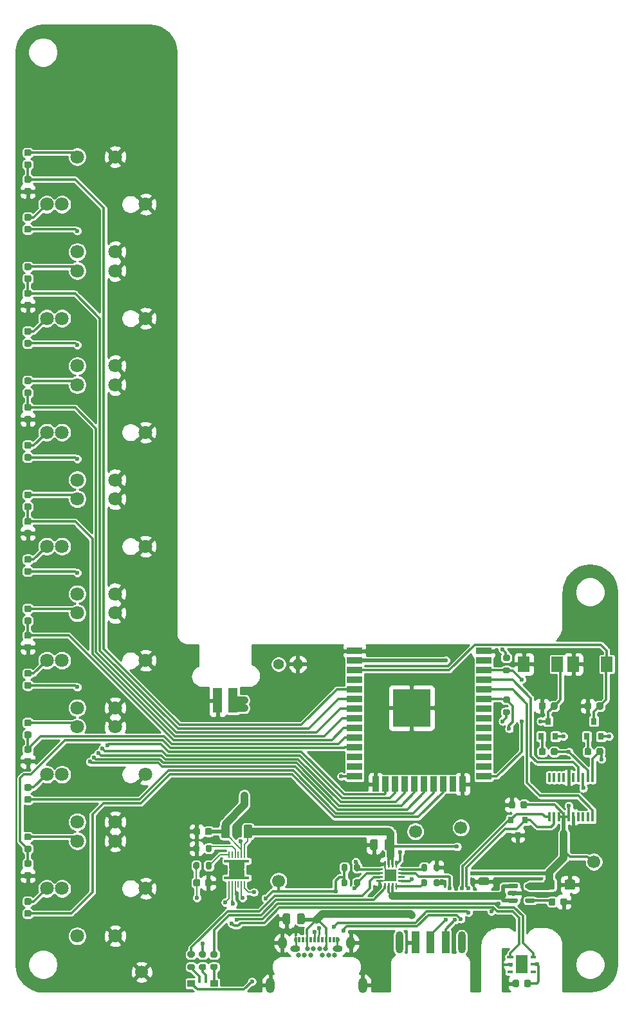
<source format=gbr>
G04 #@! TF.GenerationSoftware,KiCad,Pcbnew,(5.1.9-0-10_14)*
G04 #@! TF.CreationDate,2021-05-25T14:16:09+02:00*
G04 #@! TF.ProjectId,foodSampler_v21,666f6f64-5361-46d7-906c-65725f763231,rev?*
G04 #@! TF.SameCoordinates,Original*
G04 #@! TF.FileFunction,Copper,L1,Top*
G04 #@! TF.FilePolarity,Positive*
%FSLAX46Y46*%
G04 Gerber Fmt 4.6, Leading zero omitted, Abs format (unit mm)*
G04 Created by KiCad (PCBNEW (5.1.9-0-10_14)) date 2021-05-25 14:16:09*
%MOMM*%
%LPD*%
G01*
G04 APERTURE LIST*
G04 #@! TA.AperFunction,WasherPad*
%ADD10C,1.800000*%
G04 #@! TD*
G04 #@! TA.AperFunction,ComponentPad*
%ADD11C,1.800000*%
G04 #@! TD*
G04 #@! TA.AperFunction,ComponentPad*
%ADD12O,1.200000X2.000000*%
G04 #@! TD*
G04 #@! TA.AperFunction,ComponentPad*
%ADD13O,1.200000X1.600000*%
G04 #@! TD*
G04 #@! TA.AperFunction,ComponentPad*
%ADD14O,1.300000X0.900000*%
G04 #@! TD*
G04 #@! TA.AperFunction,ComponentPad*
%ADD15C,0.650000*%
G04 #@! TD*
G04 #@! TA.AperFunction,SMDPad,CuDef*
%ADD16R,0.350000X0.750000*%
G04 #@! TD*
G04 #@! TA.AperFunction,SMDPad,CuDef*
%ADD17R,1.500000X2.000000*%
G04 #@! TD*
G04 #@! TA.AperFunction,SMDPad,CuDef*
%ADD18R,5.000000X5.000000*%
G04 #@! TD*
G04 #@! TA.AperFunction,SMDPad,CuDef*
%ADD19R,2.000000X0.900000*%
G04 #@! TD*
G04 #@! TA.AperFunction,SMDPad,CuDef*
%ADD20R,0.900000X2.000000*%
G04 #@! TD*
G04 #@! TA.AperFunction,SMDPad,CuDef*
%ADD21R,0.800000X0.900000*%
G04 #@! TD*
G04 #@! TA.AperFunction,SMDPad,CuDef*
%ADD22R,0.400000X1.200000*%
G04 #@! TD*
G04 #@! TA.AperFunction,ComponentPad*
%ADD23C,1.700000*%
G04 #@! TD*
G04 #@! TA.AperFunction,ComponentPad*
%ADD24C,1.400000*%
G04 #@! TD*
G04 #@! TA.AperFunction,ComponentPad*
%ADD25O,1.400000X1.400000*%
G04 #@! TD*
G04 #@! TA.AperFunction,SMDPad,CuDef*
%ADD26R,1.600000X1.600000*%
G04 #@! TD*
G04 #@! TA.AperFunction,SMDPad,CuDef*
%ADD27R,1.950000X2.600000*%
G04 #@! TD*
G04 #@! TA.AperFunction,SMDPad,CuDef*
%ADD28R,0.675000X0.400000*%
G04 #@! TD*
G04 #@! TA.AperFunction,SMDPad,CuDef*
%ADD29R,0.200000X0.200000*%
G04 #@! TD*
G04 #@! TA.AperFunction,SMDPad,CuDef*
%ADD30O,0.200000X0.850000*%
G04 #@! TD*
G04 #@! TA.AperFunction,ComponentPad*
%ADD31C,0.600000*%
G04 #@! TD*
G04 #@! TA.AperFunction,SMDPad,CuDef*
%ADD32R,0.975000X1.300000*%
G04 #@! TD*
G04 #@! TA.AperFunction,SMDPad,CuDef*
%ADD33R,0.575000X0.400000*%
G04 #@! TD*
G04 #@! TA.AperFunction,ComponentPad*
%ADD34O,1.000000X2.900000*%
G04 #@! TD*
G04 #@! TA.AperFunction,SMDPad,CuDef*
%ADD35R,1.000000X2.900000*%
G04 #@! TD*
G04 #@! TA.AperFunction,SMDPad,CuDef*
%ADD36R,1.250000X3.300000*%
G04 #@! TD*
G04 #@! TA.AperFunction,SMDPad,CuDef*
%ADD37R,1.000000X0.900000*%
G04 #@! TD*
G04 #@! TA.AperFunction,SMDPad,CuDef*
%ADD38R,0.400000X0.800000*%
G04 #@! TD*
G04 #@! TA.AperFunction,SMDPad,CuDef*
%ADD39O,0.900000X0.400000*%
G04 #@! TD*
G04 #@! TA.AperFunction,SMDPad,CuDef*
%ADD40R,0.800000X0.400000*%
G04 #@! TD*
G04 #@! TA.AperFunction,SMDPad,CuDef*
%ADD41R,1.500000X2.400000*%
G04 #@! TD*
G04 #@! TA.AperFunction,ViaPad*
%ADD42C,0.600000*%
G04 #@! TD*
G04 #@! TA.AperFunction,Conductor*
%ADD43C,0.250000*%
G04 #@! TD*
G04 #@! TA.AperFunction,Conductor*
%ADD44C,0.300000*%
G04 #@! TD*
G04 #@! TA.AperFunction,Conductor*
%ADD45C,1.000000*%
G04 #@! TD*
G04 #@! TA.AperFunction,Conductor*
%ADD46C,0.500000*%
G04 #@! TD*
G04 #@! TA.AperFunction,Conductor*
%ADD47C,0.200000*%
G04 #@! TD*
G04 #@! TA.AperFunction,Conductor*
%ADD48C,0.254000*%
G04 #@! TD*
G04 #@! TA.AperFunction,Conductor*
%ADD49C,0.100000*%
G04 #@! TD*
G04 APERTURE END LIST*
G04 #@! TA.AperFunction,SMDPad,CuDef*
G36*
G01*
X27743750Y-109350000D02*
X28256250Y-109350000D01*
G75*
G02*
X28475000Y-109568750I0J-218750D01*
G01*
X28475000Y-110006250D01*
G75*
G02*
X28256250Y-110225000I-218750J0D01*
G01*
X27743750Y-110225000D01*
G75*
G02*
X27525000Y-110006250I0J218750D01*
G01*
X27525000Y-109568750D01*
G75*
G02*
X27743750Y-109350000I218750J0D01*
G01*
G37*
G04 #@! TD.AperFunction*
G04 #@! TA.AperFunction,SMDPad,CuDef*
G36*
G01*
X27743750Y-107775000D02*
X28256250Y-107775000D01*
G75*
G02*
X28475000Y-107993750I0J-218750D01*
G01*
X28475000Y-108431250D01*
G75*
G02*
X28256250Y-108650000I-218750J0D01*
G01*
X27743750Y-108650000D01*
G75*
G02*
X27525000Y-108431250I0J218750D01*
G01*
X27525000Y-107993750D01*
G75*
G02*
X27743750Y-107775000I218750J0D01*
G01*
G37*
G04 #@! TD.AperFunction*
D10*
X32500000Y-145000000D03*
D11*
X30500000Y-145000000D03*
X43500000Y-145000000D03*
X34500000Y-151250000D03*
X34500000Y-138750000D03*
X39500000Y-151250000D03*
X39500000Y-138750000D03*
D10*
X32500000Y-70000000D03*
D11*
X30500000Y-70000000D03*
X43500000Y-70000000D03*
X34500000Y-76250000D03*
X34500000Y-63750000D03*
X39500000Y-76250000D03*
X39500000Y-63750000D03*
D12*
X59925000Y-157750000D03*
X72075000Y-157750000D03*
D13*
X70500000Y-152150000D03*
X61500000Y-152150000D03*
D14*
X63240000Y-152900000D03*
X68760000Y-152900000D03*
D15*
X64400000Y-153800000D03*
X65200000Y-153800000D03*
X66800000Y-153800000D03*
X64800000Y-152900000D03*
X65600000Y-152900000D03*
X66400000Y-152900000D03*
X67200000Y-152900000D03*
X67600000Y-153800000D03*
X63600000Y-153800000D03*
X68400000Y-153800000D03*
D16*
X63250000Y-151700000D03*
X63750000Y-151700000D03*
X64250000Y-151700000D03*
X64750000Y-151700000D03*
X65250000Y-151700000D03*
X66250000Y-151700000D03*
X66750000Y-151700000D03*
X67250000Y-151700000D03*
X67750000Y-151700000D03*
X68250000Y-151700000D03*
X68750000Y-151700000D03*
X65750000Y-151700000D03*
D17*
X97700000Y-115500000D03*
X93300000Y-115500000D03*
X104200000Y-115500000D03*
X99800000Y-115500000D03*
G04 #@! TA.AperFunction,SMDPad,CuDef*
G36*
G01*
X98100000Y-147025000D02*
X98100000Y-146525000D01*
G75*
G02*
X98325000Y-146300000I225000J0D01*
G01*
X98775000Y-146300000D01*
G75*
G02*
X99000000Y-146525000I0J-225000D01*
G01*
X99000000Y-147025000D01*
G75*
G02*
X98775000Y-147250000I-225000J0D01*
G01*
X98325000Y-147250000D01*
G75*
G02*
X98100000Y-147025000I0J225000D01*
G01*
G37*
G04 #@! TD.AperFunction*
G04 #@! TA.AperFunction,SMDPad,CuDef*
G36*
G01*
X96550000Y-147025000D02*
X96550000Y-146525000D01*
G75*
G02*
X96775000Y-146300000I225000J0D01*
G01*
X97225000Y-146300000D01*
G75*
G02*
X97450000Y-146525000I0J-225000D01*
G01*
X97450000Y-147025000D01*
G75*
G02*
X97225000Y-147250000I-225000J0D01*
G01*
X96775000Y-147250000D01*
G75*
G02*
X96550000Y-147025000I0J225000D01*
G01*
G37*
G04 #@! TD.AperFunction*
G04 #@! TA.AperFunction,SMDPad,CuDef*
G36*
G01*
X50675000Y-137250000D02*
X50675000Y-137750000D01*
G75*
G02*
X50450000Y-137975000I-225000J0D01*
G01*
X50000000Y-137975000D01*
G75*
G02*
X49775000Y-137750000I0J225000D01*
G01*
X49775000Y-137250000D01*
G75*
G02*
X50000000Y-137025000I225000J0D01*
G01*
X50450000Y-137025000D01*
G75*
G02*
X50675000Y-137250000I0J-225000D01*
G01*
G37*
G04 #@! TD.AperFunction*
G04 #@! TA.AperFunction,SMDPad,CuDef*
G36*
G01*
X52225000Y-137250000D02*
X52225000Y-137750000D01*
G75*
G02*
X52000000Y-137975000I-225000J0D01*
G01*
X51550000Y-137975000D01*
G75*
G02*
X51325000Y-137750000I0J225000D01*
G01*
X51325000Y-137250000D01*
G75*
G02*
X51550000Y-137025000I225000J0D01*
G01*
X52000000Y-137025000D01*
G75*
G02*
X52225000Y-137250000I0J-225000D01*
G01*
G37*
G04 #@! TD.AperFunction*
G04 #@! TA.AperFunction,SMDPad,CuDef*
G36*
G01*
X51325000Y-144500000D02*
X51325000Y-144000000D01*
G75*
G02*
X51550000Y-143775000I225000J0D01*
G01*
X52000000Y-143775000D01*
G75*
G02*
X52225000Y-144000000I0J-225000D01*
G01*
X52225000Y-144500000D01*
G75*
G02*
X52000000Y-144725000I-225000J0D01*
G01*
X51550000Y-144725000D01*
G75*
G02*
X51325000Y-144500000I0J225000D01*
G01*
G37*
G04 #@! TD.AperFunction*
G04 #@! TA.AperFunction,SMDPad,CuDef*
G36*
G01*
X49775000Y-144500000D02*
X49775000Y-144000000D01*
G75*
G02*
X50000000Y-143775000I225000J0D01*
G01*
X50450000Y-143775000D01*
G75*
G02*
X50675000Y-144000000I0J-225000D01*
G01*
X50675000Y-144500000D01*
G75*
G02*
X50450000Y-144725000I-225000J0D01*
G01*
X50000000Y-144725000D01*
G75*
G02*
X49775000Y-144500000I0J225000D01*
G01*
G37*
G04 #@! TD.AperFunction*
D18*
X78500000Y-121245000D03*
D19*
X71000000Y-113745000D03*
X71000000Y-115015000D03*
X71000000Y-116285000D03*
X71000000Y-117555000D03*
X71000000Y-118825000D03*
X71000000Y-120095000D03*
X71000000Y-121365000D03*
X71000000Y-122635000D03*
X71000000Y-123905000D03*
X71000000Y-125175000D03*
X71000000Y-126445000D03*
X71000000Y-127715000D03*
X71000000Y-128985000D03*
X71000000Y-130255000D03*
D20*
X73785000Y-131255000D03*
X75055000Y-131255000D03*
X76325000Y-131255000D03*
X77595000Y-131255000D03*
X78865000Y-131255000D03*
X80135000Y-131255000D03*
X81405000Y-131255000D03*
X82675000Y-131255000D03*
X83945000Y-131255000D03*
X85215000Y-131255000D03*
D19*
X88000000Y-130255000D03*
X88000000Y-128985000D03*
X88000000Y-127715000D03*
X88000000Y-126445000D03*
X88000000Y-125175000D03*
X88000000Y-123905000D03*
X88000000Y-122635000D03*
X88000000Y-121365000D03*
X88000000Y-120095000D03*
X88000000Y-118825000D03*
X88000000Y-117555000D03*
X88000000Y-116285000D03*
X88000000Y-115015000D03*
X88000000Y-113745000D03*
G04 #@! TA.AperFunction,SMDPad,CuDef*
G36*
G01*
X27743750Y-47775000D02*
X28256250Y-47775000D01*
G75*
G02*
X28475000Y-47993750I0J-218750D01*
G01*
X28475000Y-48431250D01*
G75*
G02*
X28256250Y-48650000I-218750J0D01*
G01*
X27743750Y-48650000D01*
G75*
G02*
X27525000Y-48431250I0J218750D01*
G01*
X27525000Y-47993750D01*
G75*
G02*
X27743750Y-47775000I218750J0D01*
G01*
G37*
G04 #@! TD.AperFunction*
G04 #@! TA.AperFunction,SMDPad,CuDef*
G36*
G01*
X27743750Y-49350000D02*
X28256250Y-49350000D01*
G75*
G02*
X28475000Y-49568750I0J-218750D01*
G01*
X28475000Y-50006250D01*
G75*
G02*
X28256250Y-50225000I-218750J0D01*
G01*
X27743750Y-50225000D01*
G75*
G02*
X27525000Y-50006250I0J218750D01*
G01*
X27525000Y-49568750D01*
G75*
G02*
X27743750Y-49350000I218750J0D01*
G01*
G37*
G04 #@! TD.AperFunction*
G04 #@! TA.AperFunction,SMDPad,CuDef*
G36*
G01*
X27743750Y-62775000D02*
X28256250Y-62775000D01*
G75*
G02*
X28475000Y-62993750I0J-218750D01*
G01*
X28475000Y-63431250D01*
G75*
G02*
X28256250Y-63650000I-218750J0D01*
G01*
X27743750Y-63650000D01*
G75*
G02*
X27525000Y-63431250I0J218750D01*
G01*
X27525000Y-62993750D01*
G75*
G02*
X27743750Y-62775000I218750J0D01*
G01*
G37*
G04 #@! TD.AperFunction*
G04 #@! TA.AperFunction,SMDPad,CuDef*
G36*
G01*
X27743750Y-64350000D02*
X28256250Y-64350000D01*
G75*
G02*
X28475000Y-64568750I0J-218750D01*
G01*
X28475000Y-65006250D01*
G75*
G02*
X28256250Y-65225000I-218750J0D01*
G01*
X27743750Y-65225000D01*
G75*
G02*
X27525000Y-65006250I0J218750D01*
G01*
X27525000Y-64568750D01*
G75*
G02*
X27743750Y-64350000I218750J0D01*
G01*
G37*
G04 #@! TD.AperFunction*
G04 #@! TA.AperFunction,SMDPad,CuDef*
G36*
G01*
X27743750Y-79350000D02*
X28256250Y-79350000D01*
G75*
G02*
X28475000Y-79568750I0J-218750D01*
G01*
X28475000Y-80006250D01*
G75*
G02*
X28256250Y-80225000I-218750J0D01*
G01*
X27743750Y-80225000D01*
G75*
G02*
X27525000Y-80006250I0J218750D01*
G01*
X27525000Y-79568750D01*
G75*
G02*
X27743750Y-79350000I218750J0D01*
G01*
G37*
G04 #@! TD.AperFunction*
G04 #@! TA.AperFunction,SMDPad,CuDef*
G36*
G01*
X27743750Y-77775000D02*
X28256250Y-77775000D01*
G75*
G02*
X28475000Y-77993750I0J-218750D01*
G01*
X28475000Y-78431250D01*
G75*
G02*
X28256250Y-78650000I-218750J0D01*
G01*
X27743750Y-78650000D01*
G75*
G02*
X27525000Y-78431250I0J218750D01*
G01*
X27525000Y-77993750D01*
G75*
G02*
X27743750Y-77775000I218750J0D01*
G01*
G37*
G04 #@! TD.AperFunction*
G04 #@! TA.AperFunction,SMDPad,CuDef*
G36*
G01*
X27743750Y-94350000D02*
X28256250Y-94350000D01*
G75*
G02*
X28475000Y-94568750I0J-218750D01*
G01*
X28475000Y-95006250D01*
G75*
G02*
X28256250Y-95225000I-218750J0D01*
G01*
X27743750Y-95225000D01*
G75*
G02*
X27525000Y-95006250I0J218750D01*
G01*
X27525000Y-94568750D01*
G75*
G02*
X27743750Y-94350000I218750J0D01*
G01*
G37*
G04 #@! TD.AperFunction*
G04 #@! TA.AperFunction,SMDPad,CuDef*
G36*
G01*
X27743750Y-92775000D02*
X28256250Y-92775000D01*
G75*
G02*
X28475000Y-92993750I0J-218750D01*
G01*
X28475000Y-93431250D01*
G75*
G02*
X28256250Y-93650000I-218750J0D01*
G01*
X27743750Y-93650000D01*
G75*
G02*
X27525000Y-93431250I0J218750D01*
G01*
X27525000Y-92993750D01*
G75*
G02*
X27743750Y-92775000I218750J0D01*
G01*
G37*
G04 #@! TD.AperFunction*
G04 #@! TA.AperFunction,SMDPad,CuDef*
G36*
G01*
X27743750Y-122775000D02*
X28256250Y-122775000D01*
G75*
G02*
X28475000Y-122993750I0J-218750D01*
G01*
X28475000Y-123431250D01*
G75*
G02*
X28256250Y-123650000I-218750J0D01*
G01*
X27743750Y-123650000D01*
G75*
G02*
X27525000Y-123431250I0J218750D01*
G01*
X27525000Y-122993750D01*
G75*
G02*
X27743750Y-122775000I218750J0D01*
G01*
G37*
G04 #@! TD.AperFunction*
G04 #@! TA.AperFunction,SMDPad,CuDef*
G36*
G01*
X27743750Y-124350000D02*
X28256250Y-124350000D01*
G75*
G02*
X28475000Y-124568750I0J-218750D01*
G01*
X28475000Y-125006250D01*
G75*
G02*
X28256250Y-125225000I-218750J0D01*
G01*
X27743750Y-125225000D01*
G75*
G02*
X27525000Y-125006250I0J218750D01*
G01*
X27525000Y-124568750D01*
G75*
G02*
X27743750Y-124350000I218750J0D01*
G01*
G37*
G04 #@! TD.AperFunction*
G04 #@! TA.AperFunction,SMDPad,CuDef*
G36*
G01*
X27743750Y-139350000D02*
X28256250Y-139350000D01*
G75*
G02*
X28475000Y-139568750I0J-218750D01*
G01*
X28475000Y-140006250D01*
G75*
G02*
X28256250Y-140225000I-218750J0D01*
G01*
X27743750Y-140225000D01*
G75*
G02*
X27525000Y-140006250I0J218750D01*
G01*
X27525000Y-139568750D01*
G75*
G02*
X27743750Y-139350000I218750J0D01*
G01*
G37*
G04 #@! TD.AperFunction*
G04 #@! TA.AperFunction,SMDPad,CuDef*
G36*
G01*
X27743750Y-137775000D02*
X28256250Y-137775000D01*
G75*
G02*
X28475000Y-137993750I0J-218750D01*
G01*
X28475000Y-138431250D01*
G75*
G02*
X28256250Y-138650000I-218750J0D01*
G01*
X27743750Y-138650000D01*
G75*
G02*
X27525000Y-138431250I0J218750D01*
G01*
X27525000Y-137993750D01*
G75*
G02*
X27743750Y-137775000I218750J0D01*
G01*
G37*
G04 #@! TD.AperFunction*
G04 #@! TA.AperFunction,SMDPad,CuDef*
G36*
G01*
X27743750Y-51275000D02*
X28256250Y-51275000D01*
G75*
G02*
X28475000Y-51493750I0J-218750D01*
G01*
X28475000Y-51931250D01*
G75*
G02*
X28256250Y-52150000I-218750J0D01*
G01*
X27743750Y-52150000D01*
G75*
G02*
X27525000Y-51931250I0J218750D01*
G01*
X27525000Y-51493750D01*
G75*
G02*
X27743750Y-51275000I218750J0D01*
G01*
G37*
G04 #@! TD.AperFunction*
G04 #@! TA.AperFunction,SMDPad,CuDef*
G36*
G01*
X27743750Y-52850000D02*
X28256250Y-52850000D01*
G75*
G02*
X28475000Y-53068750I0J-218750D01*
G01*
X28475000Y-53506250D01*
G75*
G02*
X28256250Y-53725000I-218750J0D01*
G01*
X27743750Y-53725000D01*
G75*
G02*
X27525000Y-53506250I0J218750D01*
G01*
X27525000Y-53068750D01*
G75*
G02*
X27743750Y-52850000I218750J0D01*
G01*
G37*
G04 #@! TD.AperFunction*
G04 #@! TA.AperFunction,SMDPad,CuDef*
G36*
G01*
X27743750Y-111275000D02*
X28256250Y-111275000D01*
G75*
G02*
X28475000Y-111493750I0J-218750D01*
G01*
X28475000Y-111931250D01*
G75*
G02*
X28256250Y-112150000I-218750J0D01*
G01*
X27743750Y-112150000D01*
G75*
G02*
X27525000Y-111931250I0J218750D01*
G01*
X27525000Y-111493750D01*
G75*
G02*
X27743750Y-111275000I218750J0D01*
G01*
G37*
G04 #@! TD.AperFunction*
G04 #@! TA.AperFunction,SMDPad,CuDef*
G36*
G01*
X27743750Y-112850000D02*
X28256250Y-112850000D01*
G75*
G02*
X28475000Y-113068750I0J-218750D01*
G01*
X28475000Y-113506250D01*
G75*
G02*
X28256250Y-113725000I-218750J0D01*
G01*
X27743750Y-113725000D01*
G75*
G02*
X27525000Y-113506250I0J218750D01*
G01*
X27525000Y-113068750D01*
G75*
G02*
X27743750Y-112850000I218750J0D01*
G01*
G37*
G04 #@! TD.AperFunction*
G04 #@! TA.AperFunction,SMDPad,CuDef*
G36*
G01*
X27743750Y-82850000D02*
X28256250Y-82850000D01*
G75*
G02*
X28475000Y-83068750I0J-218750D01*
G01*
X28475000Y-83506250D01*
G75*
G02*
X28256250Y-83725000I-218750J0D01*
G01*
X27743750Y-83725000D01*
G75*
G02*
X27525000Y-83506250I0J218750D01*
G01*
X27525000Y-83068750D01*
G75*
G02*
X27743750Y-82850000I218750J0D01*
G01*
G37*
G04 #@! TD.AperFunction*
G04 #@! TA.AperFunction,SMDPad,CuDef*
G36*
G01*
X27743750Y-81275000D02*
X28256250Y-81275000D01*
G75*
G02*
X28475000Y-81493750I0J-218750D01*
G01*
X28475000Y-81931250D01*
G75*
G02*
X28256250Y-82150000I-218750J0D01*
G01*
X27743750Y-82150000D01*
G75*
G02*
X27525000Y-81931250I0J218750D01*
G01*
X27525000Y-81493750D01*
G75*
G02*
X27743750Y-81275000I218750J0D01*
G01*
G37*
G04 #@! TD.AperFunction*
G04 #@! TA.AperFunction,SMDPad,CuDef*
G36*
G01*
X27743750Y-141275000D02*
X28256250Y-141275000D01*
G75*
G02*
X28475000Y-141493750I0J-218750D01*
G01*
X28475000Y-141931250D01*
G75*
G02*
X28256250Y-142150000I-218750J0D01*
G01*
X27743750Y-142150000D01*
G75*
G02*
X27525000Y-141931250I0J218750D01*
G01*
X27525000Y-141493750D01*
G75*
G02*
X27743750Y-141275000I218750J0D01*
G01*
G37*
G04 #@! TD.AperFunction*
G04 #@! TA.AperFunction,SMDPad,CuDef*
G36*
G01*
X27743750Y-142850000D02*
X28256250Y-142850000D01*
G75*
G02*
X28475000Y-143068750I0J-218750D01*
G01*
X28475000Y-143506250D01*
G75*
G02*
X28256250Y-143725000I-218750J0D01*
G01*
X27743750Y-143725000D01*
G75*
G02*
X27525000Y-143506250I0J218750D01*
G01*
X27525000Y-143068750D01*
G75*
G02*
X27743750Y-142850000I218750J0D01*
G01*
G37*
G04 #@! TD.AperFunction*
G04 #@! TA.AperFunction,SMDPad,CuDef*
G36*
G01*
X27743750Y-127850000D02*
X28256250Y-127850000D01*
G75*
G02*
X28475000Y-128068750I0J-218750D01*
G01*
X28475000Y-128506250D01*
G75*
G02*
X28256250Y-128725000I-218750J0D01*
G01*
X27743750Y-128725000D01*
G75*
G02*
X27525000Y-128506250I0J218750D01*
G01*
X27525000Y-128068750D01*
G75*
G02*
X27743750Y-127850000I218750J0D01*
G01*
G37*
G04 #@! TD.AperFunction*
G04 #@! TA.AperFunction,SMDPad,CuDef*
G36*
G01*
X27743750Y-126275000D02*
X28256250Y-126275000D01*
G75*
G02*
X28475000Y-126493750I0J-218750D01*
G01*
X28475000Y-126931250D01*
G75*
G02*
X28256250Y-127150000I-218750J0D01*
G01*
X27743750Y-127150000D01*
G75*
G02*
X27525000Y-126931250I0J218750D01*
G01*
X27525000Y-126493750D01*
G75*
G02*
X27743750Y-126275000I218750J0D01*
G01*
G37*
G04 #@! TD.AperFunction*
G04 #@! TA.AperFunction,SMDPad,CuDef*
G36*
G01*
X27743750Y-97850000D02*
X28256250Y-97850000D01*
G75*
G02*
X28475000Y-98068750I0J-218750D01*
G01*
X28475000Y-98506250D01*
G75*
G02*
X28256250Y-98725000I-218750J0D01*
G01*
X27743750Y-98725000D01*
G75*
G02*
X27525000Y-98506250I0J218750D01*
G01*
X27525000Y-98068750D01*
G75*
G02*
X27743750Y-97850000I218750J0D01*
G01*
G37*
G04 #@! TD.AperFunction*
G04 #@! TA.AperFunction,SMDPad,CuDef*
G36*
G01*
X27743750Y-96275000D02*
X28256250Y-96275000D01*
G75*
G02*
X28475000Y-96493750I0J-218750D01*
G01*
X28475000Y-96931250D01*
G75*
G02*
X28256250Y-97150000I-218750J0D01*
G01*
X27743750Y-97150000D01*
G75*
G02*
X27525000Y-96931250I0J218750D01*
G01*
X27525000Y-96493750D01*
G75*
G02*
X27743750Y-96275000I218750J0D01*
G01*
G37*
G04 #@! TD.AperFunction*
G04 #@! TA.AperFunction,SMDPad,CuDef*
G36*
G01*
X27743750Y-67850000D02*
X28256250Y-67850000D01*
G75*
G02*
X28475000Y-68068750I0J-218750D01*
G01*
X28475000Y-68506250D01*
G75*
G02*
X28256250Y-68725000I-218750J0D01*
G01*
X27743750Y-68725000D01*
G75*
G02*
X27525000Y-68506250I0J218750D01*
G01*
X27525000Y-68068750D01*
G75*
G02*
X27743750Y-67850000I218750J0D01*
G01*
G37*
G04 #@! TD.AperFunction*
G04 #@! TA.AperFunction,SMDPad,CuDef*
G36*
G01*
X27743750Y-66275000D02*
X28256250Y-66275000D01*
G75*
G02*
X28475000Y-66493750I0J-218750D01*
G01*
X28475000Y-66931250D01*
G75*
G02*
X28256250Y-67150000I-218750J0D01*
G01*
X27743750Y-67150000D01*
G75*
G02*
X27525000Y-66931250I0J218750D01*
G01*
X27525000Y-66493750D01*
G75*
G02*
X27743750Y-66275000I218750J0D01*
G01*
G37*
G04 #@! TD.AperFunction*
G04 #@! TA.AperFunction,SMDPad,CuDef*
G36*
G01*
X96150000Y-120743750D02*
X96150000Y-121256250D01*
G75*
G02*
X95931250Y-121475000I-218750J0D01*
G01*
X95493750Y-121475000D01*
G75*
G02*
X95275000Y-121256250I0J218750D01*
G01*
X95275000Y-120743750D01*
G75*
G02*
X95493750Y-120525000I218750J0D01*
G01*
X95931250Y-120525000D01*
G75*
G02*
X96150000Y-120743750I0J-218750D01*
G01*
G37*
G04 #@! TD.AperFunction*
G04 #@! TA.AperFunction,SMDPad,CuDef*
G36*
G01*
X97725000Y-120743750D02*
X97725000Y-121256250D01*
G75*
G02*
X97506250Y-121475000I-218750J0D01*
G01*
X97068750Y-121475000D01*
G75*
G02*
X96850000Y-121256250I0J218750D01*
G01*
X96850000Y-120743750D01*
G75*
G02*
X97068750Y-120525000I218750J0D01*
G01*
X97506250Y-120525000D01*
G75*
G02*
X97725000Y-120743750I0J-218750D01*
G01*
G37*
G04 #@! TD.AperFunction*
G04 #@! TA.AperFunction,SMDPad,CuDef*
G36*
G01*
X103725000Y-120743750D02*
X103725000Y-121256250D01*
G75*
G02*
X103506250Y-121475000I-218750J0D01*
G01*
X103068750Y-121475000D01*
G75*
G02*
X102850000Y-121256250I0J218750D01*
G01*
X102850000Y-120743750D01*
G75*
G02*
X103068750Y-120525000I218750J0D01*
G01*
X103506250Y-120525000D01*
G75*
G02*
X103725000Y-120743750I0J-218750D01*
G01*
G37*
G04 #@! TD.AperFunction*
G04 #@! TA.AperFunction,SMDPad,CuDef*
G36*
G01*
X102150000Y-120743750D02*
X102150000Y-121256250D01*
G75*
G02*
X101931250Y-121475000I-218750J0D01*
G01*
X101493750Y-121475000D01*
G75*
G02*
X101275000Y-121256250I0J218750D01*
G01*
X101275000Y-120743750D01*
G75*
G02*
X101493750Y-120525000I218750J0D01*
G01*
X101931250Y-120525000D01*
G75*
G02*
X102150000Y-120743750I0J-218750D01*
G01*
G37*
G04 #@! TD.AperFunction*
G04 #@! TA.AperFunction,SMDPad,CuDef*
G36*
G01*
X93725000Y-133743750D02*
X93725000Y-134256250D01*
G75*
G02*
X93506250Y-134475000I-218750J0D01*
G01*
X93068750Y-134475000D01*
G75*
G02*
X92850000Y-134256250I0J218750D01*
G01*
X92850000Y-133743750D01*
G75*
G02*
X93068750Y-133525000I218750J0D01*
G01*
X93506250Y-133525000D01*
G75*
G02*
X93725000Y-133743750I0J-218750D01*
G01*
G37*
G04 #@! TD.AperFunction*
G04 #@! TA.AperFunction,SMDPad,CuDef*
G36*
G01*
X92150000Y-133743750D02*
X92150000Y-134256250D01*
G75*
G02*
X91931250Y-134475000I-218750J0D01*
G01*
X91493750Y-134475000D01*
G75*
G02*
X91275000Y-134256250I0J218750D01*
G01*
X91275000Y-133743750D01*
G75*
G02*
X91493750Y-133525000I218750J0D01*
G01*
X91931250Y-133525000D01*
G75*
G02*
X92150000Y-133743750I0J-218750D01*
G01*
G37*
G04 #@! TD.AperFunction*
D21*
X95550000Y-125000000D03*
X97450000Y-125000000D03*
X96500000Y-123000000D03*
X102500000Y-123000000D03*
X103450000Y-125000000D03*
X101550000Y-125000000D03*
G04 #@! TA.AperFunction,SMDPad,CuDef*
G36*
G01*
X97725000Y-126743750D02*
X97725000Y-127256250D01*
G75*
G02*
X97506250Y-127475000I-218750J0D01*
G01*
X97068750Y-127475000D01*
G75*
G02*
X96850000Y-127256250I0J218750D01*
G01*
X96850000Y-126743750D01*
G75*
G02*
X97068750Y-126525000I218750J0D01*
G01*
X97506250Y-126525000D01*
G75*
G02*
X97725000Y-126743750I0J-218750D01*
G01*
G37*
G04 #@! TD.AperFunction*
G04 #@! TA.AperFunction,SMDPad,CuDef*
G36*
G01*
X96150000Y-126743750D02*
X96150000Y-127256250D01*
G75*
G02*
X95931250Y-127475000I-218750J0D01*
G01*
X95493750Y-127475000D01*
G75*
G02*
X95275000Y-127256250I0J218750D01*
G01*
X95275000Y-126743750D01*
G75*
G02*
X95493750Y-126525000I218750J0D01*
G01*
X95931250Y-126525000D01*
G75*
G02*
X96150000Y-126743750I0J-218750D01*
G01*
G37*
G04 #@! TD.AperFunction*
G04 #@! TA.AperFunction,SMDPad,CuDef*
G36*
G01*
X102150000Y-126743750D02*
X102150000Y-127256250D01*
G75*
G02*
X101931250Y-127475000I-218750J0D01*
G01*
X101493750Y-127475000D01*
G75*
G02*
X101275000Y-127256250I0J218750D01*
G01*
X101275000Y-126743750D01*
G75*
G02*
X101493750Y-126525000I218750J0D01*
G01*
X101931250Y-126525000D01*
G75*
G02*
X102150000Y-126743750I0J-218750D01*
G01*
G37*
G04 #@! TD.AperFunction*
G04 #@! TA.AperFunction,SMDPad,CuDef*
G36*
G01*
X103725000Y-126743750D02*
X103725000Y-127256250D01*
G75*
G02*
X103506250Y-127475000I-218750J0D01*
G01*
X103068750Y-127475000D01*
G75*
G02*
X102850000Y-127256250I0J218750D01*
G01*
X102850000Y-126743750D01*
G75*
G02*
X103068750Y-126525000I218750J0D01*
G01*
X103506250Y-126525000D01*
G75*
G02*
X103725000Y-126743750I0J-218750D01*
G01*
G37*
G04 #@! TD.AperFunction*
G04 #@! TA.AperFunction,SMDPad,CuDef*
G36*
G01*
X27743750Y-57850000D02*
X28256250Y-57850000D01*
G75*
G02*
X28475000Y-58068750I0J-218750D01*
G01*
X28475000Y-58506250D01*
G75*
G02*
X28256250Y-58725000I-218750J0D01*
G01*
X27743750Y-58725000D01*
G75*
G02*
X27525000Y-58506250I0J218750D01*
G01*
X27525000Y-58068750D01*
G75*
G02*
X27743750Y-57850000I218750J0D01*
G01*
G37*
G04 #@! TD.AperFunction*
G04 #@! TA.AperFunction,SMDPad,CuDef*
G36*
G01*
X27743750Y-56275000D02*
X28256250Y-56275000D01*
G75*
G02*
X28475000Y-56493750I0J-218750D01*
G01*
X28475000Y-56931250D01*
G75*
G02*
X28256250Y-57150000I-218750J0D01*
G01*
X27743750Y-57150000D01*
G75*
G02*
X27525000Y-56931250I0J218750D01*
G01*
X27525000Y-56493750D01*
G75*
G02*
X27743750Y-56275000I218750J0D01*
G01*
G37*
G04 #@! TD.AperFunction*
G04 #@! TA.AperFunction,SMDPad,CuDef*
G36*
G01*
X27743750Y-71275000D02*
X28256250Y-71275000D01*
G75*
G02*
X28475000Y-71493750I0J-218750D01*
G01*
X28475000Y-71931250D01*
G75*
G02*
X28256250Y-72150000I-218750J0D01*
G01*
X27743750Y-72150000D01*
G75*
G02*
X27525000Y-71931250I0J218750D01*
G01*
X27525000Y-71493750D01*
G75*
G02*
X27743750Y-71275000I218750J0D01*
G01*
G37*
G04 #@! TD.AperFunction*
G04 #@! TA.AperFunction,SMDPad,CuDef*
G36*
G01*
X27743750Y-72850000D02*
X28256250Y-72850000D01*
G75*
G02*
X28475000Y-73068750I0J-218750D01*
G01*
X28475000Y-73506250D01*
G75*
G02*
X28256250Y-73725000I-218750J0D01*
G01*
X27743750Y-73725000D01*
G75*
G02*
X27525000Y-73506250I0J218750D01*
G01*
X27525000Y-73068750D01*
G75*
G02*
X27743750Y-72850000I218750J0D01*
G01*
G37*
G04 #@! TD.AperFunction*
G04 #@! TA.AperFunction,SMDPad,CuDef*
G36*
G01*
X27743750Y-87850000D02*
X28256250Y-87850000D01*
G75*
G02*
X28475000Y-88068750I0J-218750D01*
G01*
X28475000Y-88506250D01*
G75*
G02*
X28256250Y-88725000I-218750J0D01*
G01*
X27743750Y-88725000D01*
G75*
G02*
X27525000Y-88506250I0J218750D01*
G01*
X27525000Y-88068750D01*
G75*
G02*
X27743750Y-87850000I218750J0D01*
G01*
G37*
G04 #@! TD.AperFunction*
G04 #@! TA.AperFunction,SMDPad,CuDef*
G36*
G01*
X27743750Y-86275000D02*
X28256250Y-86275000D01*
G75*
G02*
X28475000Y-86493750I0J-218750D01*
G01*
X28475000Y-86931250D01*
G75*
G02*
X28256250Y-87150000I-218750J0D01*
G01*
X27743750Y-87150000D01*
G75*
G02*
X27525000Y-86931250I0J218750D01*
G01*
X27525000Y-86493750D01*
G75*
G02*
X27743750Y-86275000I218750J0D01*
G01*
G37*
G04 #@! TD.AperFunction*
G04 #@! TA.AperFunction,SMDPad,CuDef*
G36*
G01*
X27743750Y-101275000D02*
X28256250Y-101275000D01*
G75*
G02*
X28475000Y-101493750I0J-218750D01*
G01*
X28475000Y-101931250D01*
G75*
G02*
X28256250Y-102150000I-218750J0D01*
G01*
X27743750Y-102150000D01*
G75*
G02*
X27525000Y-101931250I0J218750D01*
G01*
X27525000Y-101493750D01*
G75*
G02*
X27743750Y-101275000I218750J0D01*
G01*
G37*
G04 #@! TD.AperFunction*
G04 #@! TA.AperFunction,SMDPad,CuDef*
G36*
G01*
X27743750Y-102850000D02*
X28256250Y-102850000D01*
G75*
G02*
X28475000Y-103068750I0J-218750D01*
G01*
X28475000Y-103506250D01*
G75*
G02*
X28256250Y-103725000I-218750J0D01*
G01*
X27743750Y-103725000D01*
G75*
G02*
X27525000Y-103506250I0J218750D01*
G01*
X27525000Y-103068750D01*
G75*
G02*
X27743750Y-102850000I218750J0D01*
G01*
G37*
G04 #@! TD.AperFunction*
G04 #@! TA.AperFunction,SMDPad,CuDef*
G36*
G01*
X27743750Y-117850000D02*
X28256250Y-117850000D01*
G75*
G02*
X28475000Y-118068750I0J-218750D01*
G01*
X28475000Y-118506250D01*
G75*
G02*
X28256250Y-118725000I-218750J0D01*
G01*
X27743750Y-118725000D01*
G75*
G02*
X27525000Y-118506250I0J218750D01*
G01*
X27525000Y-118068750D01*
G75*
G02*
X27743750Y-117850000I218750J0D01*
G01*
G37*
G04 #@! TD.AperFunction*
G04 #@! TA.AperFunction,SMDPad,CuDef*
G36*
G01*
X27743750Y-116275000D02*
X28256250Y-116275000D01*
G75*
G02*
X28475000Y-116493750I0J-218750D01*
G01*
X28475000Y-116931250D01*
G75*
G02*
X28256250Y-117150000I-218750J0D01*
G01*
X27743750Y-117150000D01*
G75*
G02*
X27525000Y-116931250I0J218750D01*
G01*
X27525000Y-116493750D01*
G75*
G02*
X27743750Y-116275000I218750J0D01*
G01*
G37*
G04 #@! TD.AperFunction*
G04 #@! TA.AperFunction,SMDPad,CuDef*
G36*
G01*
X27743750Y-131275000D02*
X28256250Y-131275000D01*
G75*
G02*
X28475000Y-131493750I0J-218750D01*
G01*
X28475000Y-131931250D01*
G75*
G02*
X28256250Y-132150000I-218750J0D01*
G01*
X27743750Y-132150000D01*
G75*
G02*
X27525000Y-131931250I0J218750D01*
G01*
X27525000Y-131493750D01*
G75*
G02*
X27743750Y-131275000I218750J0D01*
G01*
G37*
G04 #@! TD.AperFunction*
G04 #@! TA.AperFunction,SMDPad,CuDef*
G36*
G01*
X27743750Y-132850000D02*
X28256250Y-132850000D01*
G75*
G02*
X28475000Y-133068750I0J-218750D01*
G01*
X28475000Y-133506250D01*
G75*
G02*
X28256250Y-133725000I-218750J0D01*
G01*
X27743750Y-133725000D01*
G75*
G02*
X27525000Y-133506250I0J218750D01*
G01*
X27525000Y-133068750D01*
G75*
G02*
X27743750Y-132850000I218750J0D01*
G01*
G37*
G04 #@! TD.AperFunction*
G04 #@! TA.AperFunction,SMDPad,CuDef*
G36*
G01*
X27743750Y-147850000D02*
X28256250Y-147850000D01*
G75*
G02*
X28475000Y-148068750I0J-218750D01*
G01*
X28475000Y-148506250D01*
G75*
G02*
X28256250Y-148725000I-218750J0D01*
G01*
X27743750Y-148725000D01*
G75*
G02*
X27525000Y-148506250I0J218750D01*
G01*
X27525000Y-148068750D01*
G75*
G02*
X27743750Y-147850000I218750J0D01*
G01*
G37*
G04 #@! TD.AperFunction*
G04 #@! TA.AperFunction,SMDPad,CuDef*
G36*
G01*
X27743750Y-146275000D02*
X28256250Y-146275000D01*
G75*
G02*
X28475000Y-146493750I0J-218750D01*
G01*
X28475000Y-146931250D01*
G75*
G02*
X28256250Y-147150000I-218750J0D01*
G01*
X27743750Y-147150000D01*
G75*
G02*
X27525000Y-146931250I0J218750D01*
G01*
X27525000Y-146493750D01*
G75*
G02*
X27743750Y-146275000I218750J0D01*
G01*
G37*
G04 #@! TD.AperFunction*
D11*
X39500000Y-48750000D03*
X39500000Y-61250000D03*
X34500000Y-48750000D03*
X34500000Y-61250000D03*
X43500000Y-55000000D03*
X30500000Y-55000000D03*
D10*
X32500000Y-55000000D03*
D11*
X39500000Y-78750000D03*
X39500000Y-91250000D03*
X34500000Y-78750000D03*
X34500000Y-91250000D03*
X43500000Y-85000000D03*
X30500000Y-85000000D03*
D10*
X32500000Y-85000000D03*
D11*
X39500000Y-93750000D03*
X39500000Y-106250000D03*
X34500000Y-93750000D03*
X34500000Y-106250000D03*
X43500000Y-100000000D03*
X30500000Y-100000000D03*
D10*
X32500000Y-100000000D03*
X32500000Y-115000000D03*
D11*
X30500000Y-115000000D03*
X43500000Y-115000000D03*
X34500000Y-121250000D03*
X34500000Y-108750000D03*
X39500000Y-121250000D03*
X39500000Y-108750000D03*
X39500000Y-123750000D03*
X39500000Y-136250000D03*
X34500000Y-123750000D03*
X34500000Y-136250000D03*
X43500000Y-130000000D03*
X30500000Y-130000000D03*
D10*
X32500000Y-130000000D03*
D22*
X102357500Y-130400000D03*
X101722500Y-130400000D03*
X101087500Y-130400000D03*
X100452500Y-130400000D03*
X99817500Y-130400000D03*
X99182500Y-130400000D03*
X98547500Y-130400000D03*
X97912500Y-130400000D03*
X97277500Y-130400000D03*
X96642500Y-130400000D03*
X96642500Y-135600000D03*
X97277500Y-135600000D03*
X97912500Y-135600000D03*
X98547500Y-135600000D03*
X99182500Y-135600000D03*
X99817500Y-135600000D03*
X100452500Y-135600000D03*
X101087500Y-135600000D03*
X101722500Y-135600000D03*
X102357500Y-135600000D03*
D21*
X93450000Y-136000000D03*
X91550000Y-136000000D03*
X92500000Y-138000000D03*
D23*
X43000000Y-156000000D03*
G04 #@! TA.AperFunction,SMDPad,CuDef*
G36*
G01*
X64450000Y-148525000D02*
X64450000Y-149475000D01*
G75*
G02*
X64200000Y-149725000I-250000J0D01*
G01*
X63700000Y-149725000D01*
G75*
G02*
X63450000Y-149475000I0J250000D01*
G01*
X63450000Y-148525000D01*
G75*
G02*
X63700000Y-148275000I250000J0D01*
G01*
X64200000Y-148275000D01*
G75*
G02*
X64450000Y-148525000I0J-250000D01*
G01*
G37*
G04 #@! TD.AperFunction*
G04 #@! TA.AperFunction,SMDPad,CuDef*
G36*
G01*
X62550000Y-148525000D02*
X62550000Y-149475000D01*
G75*
G02*
X62300000Y-149725000I-250000J0D01*
G01*
X61800000Y-149725000D01*
G75*
G02*
X61550000Y-149475000I0J250000D01*
G01*
X61550000Y-148525000D01*
G75*
G02*
X61800000Y-148275000I250000J0D01*
G01*
X62300000Y-148275000D01*
G75*
G02*
X62550000Y-148525000I0J-250000D01*
G01*
G37*
G04 #@! TD.AperFunction*
G04 #@! TA.AperFunction,SMDPad,CuDef*
G36*
G01*
X74950000Y-139725000D02*
X74950000Y-138775000D01*
G75*
G02*
X75200000Y-138525000I250000J0D01*
G01*
X75700000Y-138525000D01*
G75*
G02*
X75950000Y-138775000I0J-250000D01*
G01*
X75950000Y-139725000D01*
G75*
G02*
X75700000Y-139975000I-250000J0D01*
G01*
X75200000Y-139975000D01*
G75*
G02*
X74950000Y-139725000I0J250000D01*
G01*
G37*
G04 #@! TD.AperFunction*
G04 #@! TA.AperFunction,SMDPad,CuDef*
G36*
G01*
X73050000Y-139725000D02*
X73050000Y-138775000D01*
G75*
G02*
X73300000Y-138525000I250000J0D01*
G01*
X73800000Y-138525000D01*
G75*
G02*
X74050000Y-138775000I0J-250000D01*
G01*
X74050000Y-139725000D01*
G75*
G02*
X73800000Y-139975000I-250000J0D01*
G01*
X73300000Y-139975000D01*
G75*
G02*
X73050000Y-139725000I0J250000D01*
G01*
G37*
G04 #@! TD.AperFunction*
G04 #@! TA.AperFunction,SMDPad,CuDef*
G36*
G01*
X88475000Y-144550000D02*
X87525000Y-144550000D01*
G75*
G02*
X87275000Y-144300000I0J250000D01*
G01*
X87275000Y-143800000D01*
G75*
G02*
X87525000Y-143550000I250000J0D01*
G01*
X88475000Y-143550000D01*
G75*
G02*
X88725000Y-143800000I0J-250000D01*
G01*
X88725000Y-144300000D01*
G75*
G02*
X88475000Y-144550000I-250000J0D01*
G01*
G37*
G04 #@! TD.AperFunction*
G04 #@! TA.AperFunction,SMDPad,CuDef*
G36*
G01*
X88475000Y-146450000D02*
X87525000Y-146450000D01*
G75*
G02*
X87275000Y-146200000I0J250000D01*
G01*
X87275000Y-145700000D01*
G75*
G02*
X87525000Y-145450000I250000J0D01*
G01*
X88475000Y-145450000D01*
G75*
G02*
X88725000Y-145700000I0J-250000D01*
G01*
X88725000Y-146200000D01*
G75*
G02*
X88475000Y-146450000I-250000J0D01*
G01*
G37*
G04 #@! TD.AperFunction*
G04 #@! TA.AperFunction,SMDPad,CuDef*
G36*
G01*
X79775000Y-144525000D02*
X79775000Y-143975000D01*
G75*
G02*
X79975000Y-143775000I200000J0D01*
G01*
X80375000Y-143775000D01*
G75*
G02*
X80575000Y-143975000I0J-200000D01*
G01*
X80575000Y-144525000D01*
G75*
G02*
X80375000Y-144725000I-200000J0D01*
G01*
X79975000Y-144725000D01*
G75*
G02*
X79775000Y-144525000I0J200000D01*
G01*
G37*
G04 #@! TD.AperFunction*
G04 #@! TA.AperFunction,SMDPad,CuDef*
G36*
G01*
X81425000Y-144525000D02*
X81425000Y-143975000D01*
G75*
G02*
X81625000Y-143775000I200000J0D01*
G01*
X82025000Y-143775000D01*
G75*
G02*
X82225000Y-143975000I0J-200000D01*
G01*
X82225000Y-144525000D01*
G75*
G02*
X82025000Y-144725000I-200000J0D01*
G01*
X81625000Y-144725000D01*
G75*
G02*
X81425000Y-144525000I0J200000D01*
G01*
G37*
G04 #@! TD.AperFunction*
G04 #@! TA.AperFunction,SMDPad,CuDef*
G36*
G01*
X81425000Y-142525000D02*
X81425000Y-141975000D01*
G75*
G02*
X81625000Y-141775000I200000J0D01*
G01*
X82025000Y-141775000D01*
G75*
G02*
X82225000Y-141975000I0J-200000D01*
G01*
X82225000Y-142525000D01*
G75*
G02*
X82025000Y-142725000I-200000J0D01*
G01*
X81625000Y-142725000D01*
G75*
G02*
X81425000Y-142525000I0J200000D01*
G01*
G37*
G04 #@! TD.AperFunction*
G04 #@! TA.AperFunction,SMDPad,CuDef*
G36*
G01*
X79775000Y-142525000D02*
X79775000Y-141975000D01*
G75*
G02*
X79975000Y-141775000I200000J0D01*
G01*
X80375000Y-141775000D01*
G75*
G02*
X80575000Y-141975000I0J-200000D01*
G01*
X80575000Y-142525000D01*
G75*
G02*
X80375000Y-142725000I-200000J0D01*
G01*
X79975000Y-142725000D01*
G75*
G02*
X79775000Y-142525000I0J200000D01*
G01*
G37*
G04 #@! TD.AperFunction*
G04 #@! TA.AperFunction,SMDPad,CuDef*
G36*
G01*
X69275000Y-144525000D02*
X69275000Y-143975000D01*
G75*
G02*
X69475000Y-143775000I200000J0D01*
G01*
X69875000Y-143775000D01*
G75*
G02*
X70075000Y-143975000I0J-200000D01*
G01*
X70075000Y-144525000D01*
G75*
G02*
X69875000Y-144725000I-200000J0D01*
G01*
X69475000Y-144725000D01*
G75*
G02*
X69275000Y-144525000I0J200000D01*
G01*
G37*
G04 #@! TD.AperFunction*
G04 #@! TA.AperFunction,SMDPad,CuDef*
G36*
G01*
X70925000Y-144525000D02*
X70925000Y-143975000D01*
G75*
G02*
X71125000Y-143775000I200000J0D01*
G01*
X71525000Y-143775000D01*
G75*
G02*
X71725000Y-143975000I0J-200000D01*
G01*
X71725000Y-144525000D01*
G75*
G02*
X71525000Y-144725000I-200000J0D01*
G01*
X71125000Y-144725000D01*
G75*
G02*
X70925000Y-144525000I0J200000D01*
G01*
G37*
G04 #@! TD.AperFunction*
G04 #@! TA.AperFunction,SMDPad,CuDef*
G36*
G01*
X70925000Y-142525000D02*
X70925000Y-141975000D01*
G75*
G02*
X71125000Y-141775000I200000J0D01*
G01*
X71525000Y-141775000D01*
G75*
G02*
X71725000Y-141975000I0J-200000D01*
G01*
X71725000Y-142525000D01*
G75*
G02*
X71525000Y-142725000I-200000J0D01*
G01*
X71125000Y-142725000D01*
G75*
G02*
X70925000Y-142525000I0J200000D01*
G01*
G37*
G04 #@! TD.AperFunction*
G04 #@! TA.AperFunction,SMDPad,CuDef*
G36*
G01*
X69275000Y-142525000D02*
X69275000Y-141975000D01*
G75*
G02*
X69475000Y-141775000I200000J0D01*
G01*
X69875000Y-141775000D01*
G75*
G02*
X70075000Y-141975000I0J-200000D01*
G01*
X70075000Y-142525000D01*
G75*
G02*
X69875000Y-142725000I-200000J0D01*
G01*
X69475000Y-142725000D01*
G75*
G02*
X69275000Y-142525000I0J200000D01*
G01*
G37*
G04 #@! TD.AperFunction*
G04 #@! TA.AperFunction,SMDPad,CuDef*
G36*
G01*
X52225000Y-141725000D02*
X52225000Y-142275000D01*
G75*
G02*
X52025000Y-142475000I-200000J0D01*
G01*
X51625000Y-142475000D01*
G75*
G02*
X51425000Y-142275000I0J200000D01*
G01*
X51425000Y-141725000D01*
G75*
G02*
X51625000Y-141525000I200000J0D01*
G01*
X52025000Y-141525000D01*
G75*
G02*
X52225000Y-141725000I0J-200000D01*
G01*
G37*
G04 #@! TD.AperFunction*
G04 #@! TA.AperFunction,SMDPad,CuDef*
G36*
G01*
X50575000Y-141725000D02*
X50575000Y-142275000D01*
G75*
G02*
X50375000Y-142475000I-200000J0D01*
G01*
X49975000Y-142475000D01*
G75*
G02*
X49775000Y-142275000I0J200000D01*
G01*
X49775000Y-141725000D01*
G75*
G02*
X49975000Y-141525000I200000J0D01*
G01*
X50375000Y-141525000D01*
G75*
G02*
X50575000Y-141725000I0J-200000D01*
G01*
G37*
G04 #@! TD.AperFunction*
G04 #@! TA.AperFunction,SMDPad,CuDef*
G36*
G01*
X51425000Y-140025000D02*
X51425000Y-139475000D01*
G75*
G02*
X51625000Y-139275000I200000J0D01*
G01*
X52025000Y-139275000D01*
G75*
G02*
X52225000Y-139475000I0J-200000D01*
G01*
X52225000Y-140025000D01*
G75*
G02*
X52025000Y-140225000I-200000J0D01*
G01*
X51625000Y-140225000D01*
G75*
G02*
X51425000Y-140025000I0J200000D01*
G01*
G37*
G04 #@! TD.AperFunction*
G04 #@! TA.AperFunction,SMDPad,CuDef*
G36*
G01*
X49775000Y-140025000D02*
X49775000Y-139475000D01*
G75*
G02*
X49975000Y-139275000I200000J0D01*
G01*
X50375000Y-139275000D01*
G75*
G02*
X50575000Y-139475000I0J-200000D01*
G01*
X50575000Y-140025000D01*
G75*
G02*
X50375000Y-140225000I-200000J0D01*
G01*
X49975000Y-140225000D01*
G75*
G02*
X49775000Y-140025000I0J200000D01*
G01*
G37*
G04 #@! TD.AperFunction*
G04 #@! TA.AperFunction,SMDPad,CuDef*
G36*
G01*
X91275000Y-116725000D02*
X90725000Y-116725000D01*
G75*
G02*
X90525000Y-116525000I0J200000D01*
G01*
X90525000Y-116125000D01*
G75*
G02*
X90725000Y-115925000I200000J0D01*
G01*
X91275000Y-115925000D01*
G75*
G02*
X91475000Y-116125000I0J-200000D01*
G01*
X91475000Y-116525000D01*
G75*
G02*
X91275000Y-116725000I-200000J0D01*
G01*
G37*
G04 #@! TD.AperFunction*
G04 #@! TA.AperFunction,SMDPad,CuDef*
G36*
G01*
X91275000Y-115075000D02*
X90725000Y-115075000D01*
G75*
G02*
X90525000Y-114875000I0J200000D01*
G01*
X90525000Y-114475000D01*
G75*
G02*
X90725000Y-114275000I200000J0D01*
G01*
X91275000Y-114275000D01*
G75*
G02*
X91475000Y-114475000I0J-200000D01*
G01*
X91475000Y-114875000D01*
G75*
G02*
X91275000Y-115075000I-200000J0D01*
G01*
G37*
G04 #@! TD.AperFunction*
G04 #@! TA.AperFunction,SMDPad,CuDef*
G36*
G01*
X90725000Y-121425000D02*
X91275000Y-121425000D01*
G75*
G02*
X91475000Y-121625000I0J-200000D01*
G01*
X91475000Y-122025000D01*
G75*
G02*
X91275000Y-122225000I-200000J0D01*
G01*
X90725000Y-122225000D01*
G75*
G02*
X90525000Y-122025000I0J200000D01*
G01*
X90525000Y-121625000D01*
G75*
G02*
X90725000Y-121425000I200000J0D01*
G01*
G37*
G04 #@! TD.AperFunction*
G04 #@! TA.AperFunction,SMDPad,CuDef*
G36*
G01*
X90725000Y-119775000D02*
X91275000Y-119775000D01*
G75*
G02*
X91475000Y-119975000I0J-200000D01*
G01*
X91475000Y-120375000D01*
G75*
G02*
X91275000Y-120575000I-200000J0D01*
G01*
X90725000Y-120575000D01*
G75*
G02*
X90525000Y-120375000I0J200000D01*
G01*
X90525000Y-119975000D01*
G75*
G02*
X90725000Y-119775000I200000J0D01*
G01*
G37*
G04 #@! TD.AperFunction*
D24*
X61000000Y-115500000D03*
D25*
X63540000Y-115500000D03*
G04 #@! TA.AperFunction,SMDPad,CuDef*
G36*
G01*
X76437500Y-141375000D02*
X76562500Y-141375000D01*
G75*
G02*
X76625000Y-141437500I0J-62500D01*
G01*
X76625000Y-142187500D01*
G75*
G02*
X76562500Y-142250000I-62500J0D01*
G01*
X76437500Y-142250000D01*
G75*
G02*
X76375000Y-142187500I0J62500D01*
G01*
X76375000Y-141437500D01*
G75*
G02*
X76437500Y-141375000I62500J0D01*
G01*
G37*
G04 #@! TD.AperFunction*
G04 #@! TA.AperFunction,SMDPad,CuDef*
G36*
G01*
X75937500Y-141375000D02*
X76062500Y-141375000D01*
G75*
G02*
X76125000Y-141437500I0J-62500D01*
G01*
X76125000Y-142187500D01*
G75*
G02*
X76062500Y-142250000I-62500J0D01*
G01*
X75937500Y-142250000D01*
G75*
G02*
X75875000Y-142187500I0J62500D01*
G01*
X75875000Y-141437500D01*
G75*
G02*
X75937500Y-141375000I62500J0D01*
G01*
G37*
G04 #@! TD.AperFunction*
G04 #@! TA.AperFunction,SMDPad,CuDef*
G36*
G01*
X75437500Y-141375000D02*
X75562500Y-141375000D01*
G75*
G02*
X75625000Y-141437500I0J-62500D01*
G01*
X75625000Y-142187500D01*
G75*
G02*
X75562500Y-142250000I-62500J0D01*
G01*
X75437500Y-142250000D01*
G75*
G02*
X75375000Y-142187500I0J62500D01*
G01*
X75375000Y-141437500D01*
G75*
G02*
X75437500Y-141375000I62500J0D01*
G01*
G37*
G04 #@! TD.AperFunction*
G04 #@! TA.AperFunction,SMDPad,CuDef*
G36*
G01*
X74937500Y-141375000D02*
X75062500Y-141375000D01*
G75*
G02*
X75125000Y-141437500I0J-62500D01*
G01*
X75125000Y-142187500D01*
G75*
G02*
X75062500Y-142250000I-62500J0D01*
G01*
X74937500Y-142250000D01*
G75*
G02*
X74875000Y-142187500I0J62500D01*
G01*
X74875000Y-141437500D01*
G75*
G02*
X74937500Y-141375000I62500J0D01*
G01*
G37*
G04 #@! TD.AperFunction*
G04 #@! TA.AperFunction,SMDPad,CuDef*
G36*
G01*
X73937500Y-142375000D02*
X74687500Y-142375000D01*
G75*
G02*
X74750000Y-142437500I0J-62500D01*
G01*
X74750000Y-142562500D01*
G75*
G02*
X74687500Y-142625000I-62500J0D01*
G01*
X73937500Y-142625000D01*
G75*
G02*
X73875000Y-142562500I0J62500D01*
G01*
X73875000Y-142437500D01*
G75*
G02*
X73937500Y-142375000I62500J0D01*
G01*
G37*
G04 #@! TD.AperFunction*
G04 #@! TA.AperFunction,SMDPad,CuDef*
G36*
G01*
X73937500Y-142875000D02*
X74687500Y-142875000D01*
G75*
G02*
X74750000Y-142937500I0J-62500D01*
G01*
X74750000Y-143062500D01*
G75*
G02*
X74687500Y-143125000I-62500J0D01*
G01*
X73937500Y-143125000D01*
G75*
G02*
X73875000Y-143062500I0J62500D01*
G01*
X73875000Y-142937500D01*
G75*
G02*
X73937500Y-142875000I62500J0D01*
G01*
G37*
G04 #@! TD.AperFunction*
G04 #@! TA.AperFunction,SMDPad,CuDef*
G36*
G01*
X73937500Y-143375000D02*
X74687500Y-143375000D01*
G75*
G02*
X74750000Y-143437500I0J-62500D01*
G01*
X74750000Y-143562500D01*
G75*
G02*
X74687500Y-143625000I-62500J0D01*
G01*
X73937500Y-143625000D01*
G75*
G02*
X73875000Y-143562500I0J62500D01*
G01*
X73875000Y-143437500D01*
G75*
G02*
X73937500Y-143375000I62500J0D01*
G01*
G37*
G04 #@! TD.AperFunction*
G04 #@! TA.AperFunction,SMDPad,CuDef*
G36*
G01*
X73937500Y-143875000D02*
X74687500Y-143875000D01*
G75*
G02*
X74750000Y-143937500I0J-62500D01*
G01*
X74750000Y-144062500D01*
G75*
G02*
X74687500Y-144125000I-62500J0D01*
G01*
X73937500Y-144125000D01*
G75*
G02*
X73875000Y-144062500I0J62500D01*
G01*
X73875000Y-143937500D01*
G75*
G02*
X73937500Y-143875000I62500J0D01*
G01*
G37*
G04 #@! TD.AperFunction*
G04 #@! TA.AperFunction,SMDPad,CuDef*
G36*
G01*
X74937500Y-144250000D02*
X75062500Y-144250000D01*
G75*
G02*
X75125000Y-144312500I0J-62500D01*
G01*
X75125000Y-145062500D01*
G75*
G02*
X75062500Y-145125000I-62500J0D01*
G01*
X74937500Y-145125000D01*
G75*
G02*
X74875000Y-145062500I0J62500D01*
G01*
X74875000Y-144312500D01*
G75*
G02*
X74937500Y-144250000I62500J0D01*
G01*
G37*
G04 #@! TD.AperFunction*
G04 #@! TA.AperFunction,SMDPad,CuDef*
G36*
G01*
X75437500Y-144250000D02*
X75562500Y-144250000D01*
G75*
G02*
X75625000Y-144312500I0J-62500D01*
G01*
X75625000Y-145062500D01*
G75*
G02*
X75562500Y-145125000I-62500J0D01*
G01*
X75437500Y-145125000D01*
G75*
G02*
X75375000Y-145062500I0J62500D01*
G01*
X75375000Y-144312500D01*
G75*
G02*
X75437500Y-144250000I62500J0D01*
G01*
G37*
G04 #@! TD.AperFunction*
G04 #@! TA.AperFunction,SMDPad,CuDef*
G36*
G01*
X75937500Y-144250000D02*
X76062500Y-144250000D01*
G75*
G02*
X76125000Y-144312500I0J-62500D01*
G01*
X76125000Y-145062500D01*
G75*
G02*
X76062500Y-145125000I-62500J0D01*
G01*
X75937500Y-145125000D01*
G75*
G02*
X75875000Y-145062500I0J62500D01*
G01*
X75875000Y-144312500D01*
G75*
G02*
X75937500Y-144250000I62500J0D01*
G01*
G37*
G04 #@! TD.AperFunction*
G04 #@! TA.AperFunction,SMDPad,CuDef*
G36*
G01*
X76437500Y-144250000D02*
X76562500Y-144250000D01*
G75*
G02*
X76625000Y-144312500I0J-62500D01*
G01*
X76625000Y-145062500D01*
G75*
G02*
X76562500Y-145125000I-62500J0D01*
G01*
X76437500Y-145125000D01*
G75*
G02*
X76375000Y-145062500I0J62500D01*
G01*
X76375000Y-144312500D01*
G75*
G02*
X76437500Y-144250000I62500J0D01*
G01*
G37*
G04 #@! TD.AperFunction*
G04 #@! TA.AperFunction,SMDPad,CuDef*
G36*
G01*
X76812500Y-143875000D02*
X77562500Y-143875000D01*
G75*
G02*
X77625000Y-143937500I0J-62500D01*
G01*
X77625000Y-144062500D01*
G75*
G02*
X77562500Y-144125000I-62500J0D01*
G01*
X76812500Y-144125000D01*
G75*
G02*
X76750000Y-144062500I0J62500D01*
G01*
X76750000Y-143937500D01*
G75*
G02*
X76812500Y-143875000I62500J0D01*
G01*
G37*
G04 #@! TD.AperFunction*
G04 #@! TA.AperFunction,SMDPad,CuDef*
G36*
G01*
X76812500Y-143375000D02*
X77562500Y-143375000D01*
G75*
G02*
X77625000Y-143437500I0J-62500D01*
G01*
X77625000Y-143562500D01*
G75*
G02*
X77562500Y-143625000I-62500J0D01*
G01*
X76812500Y-143625000D01*
G75*
G02*
X76750000Y-143562500I0J62500D01*
G01*
X76750000Y-143437500D01*
G75*
G02*
X76812500Y-143375000I62500J0D01*
G01*
G37*
G04 #@! TD.AperFunction*
G04 #@! TA.AperFunction,SMDPad,CuDef*
G36*
G01*
X76812500Y-142875000D02*
X77562500Y-142875000D01*
G75*
G02*
X77625000Y-142937500I0J-62500D01*
G01*
X77625000Y-143062500D01*
G75*
G02*
X77562500Y-143125000I-62500J0D01*
G01*
X76812500Y-143125000D01*
G75*
G02*
X76750000Y-143062500I0J62500D01*
G01*
X76750000Y-142937500D01*
G75*
G02*
X76812500Y-142875000I62500J0D01*
G01*
G37*
G04 #@! TD.AperFunction*
G04 #@! TA.AperFunction,SMDPad,CuDef*
G36*
G01*
X76812500Y-142375000D02*
X77562500Y-142375000D01*
G75*
G02*
X77625000Y-142437500I0J-62500D01*
G01*
X77625000Y-142562500D01*
G75*
G02*
X77562500Y-142625000I-62500J0D01*
G01*
X76812500Y-142625000D01*
G75*
G02*
X76750000Y-142562500I0J62500D01*
G01*
X76750000Y-142437500D01*
G75*
G02*
X76812500Y-142375000I62500J0D01*
G01*
G37*
G04 #@! TD.AperFunction*
D26*
X75750000Y-143250000D03*
D27*
X55500000Y-142500000D03*
D28*
X56812500Y-143600000D03*
X56812500Y-141400000D03*
X54187500Y-141400000D03*
X54187500Y-143600000D03*
D29*
X55300000Y-144800000D03*
D30*
X55300000Y-144475000D03*
X54900000Y-144475000D03*
X54500000Y-144475000D03*
X55700000Y-144475000D03*
X56100000Y-144475000D03*
X56500000Y-144475000D03*
X54500000Y-140525000D03*
X54900000Y-140525000D03*
X55300000Y-140525000D03*
X55700000Y-140525000D03*
X56100000Y-140525000D03*
X56500000Y-140525000D03*
D29*
X55700000Y-144800000D03*
X56100000Y-144800000D03*
X56500000Y-144800000D03*
X54900000Y-144800000D03*
X54500000Y-144800000D03*
X54500000Y-140200000D03*
X54900000Y-140200000D03*
X55300000Y-140200000D03*
X55700000Y-140200000D03*
X56100000Y-140200000D03*
X56500000Y-140200000D03*
D31*
X56000000Y-143400000D03*
X56000000Y-141600000D03*
X55000000Y-141600000D03*
X55000000Y-143400000D03*
X55000000Y-142500000D03*
X56000000Y-142500000D03*
D32*
X55012500Y-141850000D03*
X55012500Y-143150000D03*
X55987500Y-143150000D03*
X55987500Y-141850000D03*
D33*
X56865000Y-141400000D03*
X54135000Y-141400000D03*
X54135000Y-143600000D03*
X56865000Y-143600000D03*
G04 #@! TA.AperFunction,SMDPad,CuDef*
G36*
G01*
X91175001Y-144835001D02*
X91175001Y-144535001D01*
G75*
G02*
X91325001Y-144385001I150000J0D01*
G01*
X92350001Y-144385001D01*
G75*
G02*
X92500001Y-144535001I0J-150000D01*
G01*
X92500001Y-144835001D01*
G75*
G02*
X92350001Y-144985001I-150000J0D01*
G01*
X91325001Y-144985001D01*
G75*
G02*
X91175001Y-144835001I0J150000D01*
G01*
G37*
G04 #@! TD.AperFunction*
G04 #@! TA.AperFunction,SMDPad,CuDef*
G36*
G01*
X91175001Y-145785001D02*
X91175001Y-145485001D01*
G75*
G02*
X91325001Y-145335001I150000J0D01*
G01*
X92350001Y-145335001D01*
G75*
G02*
X92500001Y-145485001I0J-150000D01*
G01*
X92500001Y-145785001D01*
G75*
G02*
X92350001Y-145935001I-150000J0D01*
G01*
X91325001Y-145935001D01*
G75*
G02*
X91175001Y-145785001I0J150000D01*
G01*
G37*
G04 #@! TD.AperFunction*
G04 #@! TA.AperFunction,SMDPad,CuDef*
G36*
G01*
X91175001Y-146735001D02*
X91175001Y-146435001D01*
G75*
G02*
X91325001Y-146285001I150000J0D01*
G01*
X92350001Y-146285001D01*
G75*
G02*
X92500001Y-146435001I0J-150000D01*
G01*
X92500001Y-146735001D01*
G75*
G02*
X92350001Y-146885001I-150000J0D01*
G01*
X91325001Y-146885001D01*
G75*
G02*
X91175001Y-146735001I0J150000D01*
G01*
G37*
G04 #@! TD.AperFunction*
G04 #@! TA.AperFunction,SMDPad,CuDef*
G36*
G01*
X93450001Y-146735001D02*
X93450001Y-146435001D01*
G75*
G02*
X93600001Y-146285001I150000J0D01*
G01*
X94625001Y-146285001D01*
G75*
G02*
X94775001Y-146435001I0J-150000D01*
G01*
X94775001Y-146735001D01*
G75*
G02*
X94625001Y-146885001I-150000J0D01*
G01*
X93600001Y-146885001D01*
G75*
G02*
X93450001Y-146735001I0J150000D01*
G01*
G37*
G04 #@! TD.AperFunction*
G04 #@! TA.AperFunction,SMDPad,CuDef*
G36*
G01*
X93450001Y-144835001D02*
X93450001Y-144535001D01*
G75*
G02*
X93600001Y-144385001I150000J0D01*
G01*
X94625001Y-144385001D01*
G75*
G02*
X94775001Y-144535001I0J-150000D01*
G01*
X94775001Y-144835001D01*
G75*
G02*
X94625001Y-144985001I-150000J0D01*
G01*
X93600001Y-144985001D01*
G75*
G02*
X93450001Y-144835001I0J150000D01*
G01*
G37*
G04 #@! TD.AperFunction*
G04 #@! TA.AperFunction,SMDPad,CuDef*
G36*
G01*
X95950000Y-144925001D02*
X95950000Y-144074999D01*
G75*
G02*
X96199999Y-143825000I249999J0D01*
G01*
X97100001Y-143825000D01*
G75*
G02*
X97350000Y-144074999I0J-249999D01*
G01*
X97350000Y-144925001D01*
G75*
G02*
X97100001Y-145175000I-249999J0D01*
G01*
X96199999Y-145175000D01*
G75*
G02*
X95950000Y-144925001I0J249999D01*
G01*
G37*
G04 #@! TD.AperFunction*
G04 #@! TA.AperFunction,SMDPad,CuDef*
G36*
G01*
X98650000Y-144925001D02*
X98650000Y-144074999D01*
G75*
G02*
X98899999Y-143825000I249999J0D01*
G01*
X99800001Y-143825000D01*
G75*
G02*
X100050000Y-144074999I0J-249999D01*
G01*
X100050000Y-144925001D01*
G75*
G02*
X99800001Y-145175000I-249999J0D01*
G01*
X98899999Y-145175000D01*
G75*
G02*
X98650000Y-144925001I0J249999D01*
G01*
G37*
G04 #@! TD.AperFunction*
G04 #@! TA.AperFunction,SMDPad,CuDef*
G36*
G01*
X57550000Y-136849999D02*
X57550000Y-138150001D01*
G75*
G02*
X57300001Y-138400000I-249999J0D01*
G01*
X56649999Y-138400000D01*
G75*
G02*
X56400000Y-138150001I0J249999D01*
G01*
X56400000Y-136849999D01*
G75*
G02*
X56649999Y-136600000I249999J0D01*
G01*
X57300001Y-136600000D01*
G75*
G02*
X57550000Y-136849999I0J-249999D01*
G01*
G37*
G04 #@! TD.AperFunction*
G04 #@! TA.AperFunction,SMDPad,CuDef*
G36*
G01*
X54600000Y-136849999D02*
X54600000Y-138150001D01*
G75*
G02*
X54350001Y-138400000I-249999J0D01*
G01*
X53699999Y-138400000D01*
G75*
G02*
X53450000Y-138150001I0J249999D01*
G01*
X53450000Y-136849999D01*
G75*
G02*
X53699999Y-136600000I249999J0D01*
G01*
X54350001Y-136600000D01*
G75*
G02*
X54600000Y-136849999I0J-249999D01*
G01*
G37*
G04 #@! TD.AperFunction*
D34*
X85100000Y-152100000D03*
X76900000Y-152100000D03*
D35*
X83000000Y-152100000D03*
X81000000Y-152100000D03*
X79000000Y-152100000D03*
D23*
X79000000Y-137500000D03*
X61000000Y-144000000D03*
X85000000Y-137000000D03*
X102500000Y-141500000D03*
D36*
X55000000Y-120250000D03*
X53000000Y-120250000D03*
G04 #@! TA.AperFunction,SMDPad,CuDef*
G36*
G01*
X94225000Y-157250000D02*
X94225000Y-157750000D01*
G75*
G02*
X94000000Y-157975000I-225000J0D01*
G01*
X93550000Y-157975000D01*
G75*
G02*
X93325000Y-157750000I0J225000D01*
G01*
X93325000Y-157250000D01*
G75*
G02*
X93550000Y-157025000I225000J0D01*
G01*
X94000000Y-157025000D01*
G75*
G02*
X94225000Y-157250000I0J-225000D01*
G01*
G37*
G04 #@! TD.AperFunction*
G04 #@! TA.AperFunction,SMDPad,CuDef*
G36*
G01*
X92675000Y-157250000D02*
X92675000Y-157750000D01*
G75*
G02*
X92450000Y-157975000I-225000J0D01*
G01*
X92000000Y-157975000D01*
G75*
G02*
X91775000Y-157750000I0J225000D01*
G01*
X91775000Y-157250000D01*
G75*
G02*
X92000000Y-157025000I225000J0D01*
G01*
X92450000Y-157025000D01*
G75*
G02*
X92675000Y-157250000I0J-225000D01*
G01*
G37*
G04 #@! TD.AperFunction*
D37*
X52500000Y-157500000D03*
X49500000Y-157500000D03*
D38*
X50550000Y-157050000D03*
X51400000Y-157050000D03*
G04 #@! TA.AperFunction,SMDPad,CuDef*
G36*
G01*
X52775000Y-154075000D02*
X52225000Y-154075000D01*
G75*
G02*
X52025000Y-153875000I0J200000D01*
G01*
X52025000Y-153475000D01*
G75*
G02*
X52225000Y-153275000I200000J0D01*
G01*
X52775000Y-153275000D01*
G75*
G02*
X52975000Y-153475000I0J-200000D01*
G01*
X52975000Y-153875000D01*
G75*
G02*
X52775000Y-154075000I-200000J0D01*
G01*
G37*
G04 #@! TD.AperFunction*
G04 #@! TA.AperFunction,SMDPad,CuDef*
G36*
G01*
X52775000Y-155725000D02*
X52225000Y-155725000D01*
G75*
G02*
X52025000Y-155525000I0J200000D01*
G01*
X52025000Y-155125000D01*
G75*
G02*
X52225000Y-154925000I200000J0D01*
G01*
X52775000Y-154925000D01*
G75*
G02*
X52975000Y-155125000I0J-200000D01*
G01*
X52975000Y-155525000D01*
G75*
G02*
X52775000Y-155725000I-200000J0D01*
G01*
G37*
G04 #@! TD.AperFunction*
G04 #@! TA.AperFunction,SMDPad,CuDef*
G36*
G01*
X49775000Y-155725000D02*
X49225000Y-155725000D01*
G75*
G02*
X49025000Y-155525000I0J200000D01*
G01*
X49025000Y-155125000D01*
G75*
G02*
X49225000Y-154925000I200000J0D01*
G01*
X49775000Y-154925000D01*
G75*
G02*
X49975000Y-155125000I0J-200000D01*
G01*
X49975000Y-155525000D01*
G75*
G02*
X49775000Y-155725000I-200000J0D01*
G01*
G37*
G04 #@! TD.AperFunction*
G04 #@! TA.AperFunction,SMDPad,CuDef*
G36*
G01*
X49775000Y-154075000D02*
X49225000Y-154075000D01*
G75*
G02*
X49025000Y-153875000I0J200000D01*
G01*
X49025000Y-153475000D01*
G75*
G02*
X49225000Y-153275000I200000J0D01*
G01*
X49775000Y-153275000D01*
G75*
G02*
X49975000Y-153475000I0J-200000D01*
G01*
X49975000Y-153875000D01*
G75*
G02*
X49775000Y-154075000I-200000J0D01*
G01*
G37*
G04 #@! TD.AperFunction*
G04 #@! TA.AperFunction,SMDPad,CuDef*
G36*
G01*
X51275000Y-155725000D02*
X50725000Y-155725000D01*
G75*
G02*
X50525000Y-155525000I0J200000D01*
G01*
X50525000Y-155125000D01*
G75*
G02*
X50725000Y-154925000I200000J0D01*
G01*
X51275000Y-154925000D01*
G75*
G02*
X51475000Y-155125000I0J-200000D01*
G01*
X51475000Y-155525000D01*
G75*
G02*
X51275000Y-155725000I-200000J0D01*
G01*
G37*
G04 #@! TD.AperFunction*
G04 #@! TA.AperFunction,SMDPad,CuDef*
G36*
G01*
X51275000Y-154075000D02*
X50725000Y-154075000D01*
G75*
G02*
X50525000Y-153875000I0J200000D01*
G01*
X50525000Y-153475000D01*
G75*
G02*
X50725000Y-153275000I200000J0D01*
G01*
X51275000Y-153275000D01*
G75*
G02*
X51475000Y-153475000I0J-200000D01*
G01*
X51475000Y-153875000D01*
G75*
G02*
X51275000Y-154075000I-200000J0D01*
G01*
G37*
G04 #@! TD.AperFunction*
D39*
X91500000Y-154000000D03*
D40*
X91500000Y-155000000D03*
X91500000Y-156000000D03*
X94500000Y-156000000D03*
X94500000Y-155000000D03*
X94500000Y-154000000D03*
D41*
X93000000Y-155000000D03*
D42*
X78500000Y-143750000D03*
X66000000Y-149150000D03*
X78500000Y-148500000D03*
X93500000Y-140000000D03*
X100500000Y-138000000D03*
X101500000Y-138000000D03*
X99000000Y-132000000D03*
X98000000Y-132000000D03*
X45750000Y-132750000D03*
X55500000Y-145650000D03*
X91000000Y-157500000D03*
X82500000Y-144074990D03*
X83000000Y-142000000D03*
X88000000Y-132000000D03*
X88000000Y-133500000D03*
X85500000Y-133500000D03*
X93000000Y-132000000D03*
X93000000Y-130000000D03*
X51000000Y-122500000D03*
X59000000Y-122500000D03*
X66500000Y-117500000D03*
X68500000Y-128500000D03*
X80000000Y-128000000D03*
X47000000Y-142000000D03*
X50000000Y-148500000D03*
X50500000Y-149500000D03*
X47000000Y-143500000D03*
X47000000Y-145000000D03*
X55000000Y-153000000D03*
X55000000Y-154000000D03*
X87500000Y-150000000D03*
X95500000Y-149000000D03*
X99500000Y-123000000D03*
X85500000Y-121000000D03*
X28000000Y-55000000D03*
X28000000Y-70000000D03*
X28000000Y-85000000D03*
X28000000Y-100000000D03*
X30000000Y-126500000D03*
X28000000Y-145000000D03*
X28000000Y-115000000D03*
X53000000Y-142500000D03*
X59000000Y-142500000D03*
X81750000Y-137250000D03*
X67250000Y-140000000D03*
X66000000Y-135750000D03*
X63500000Y-133500000D03*
X72000000Y-131500000D03*
X90000000Y-126000000D03*
X95500000Y-123000000D03*
X93000000Y-123000000D03*
X101100000Y-131800000D03*
X99200000Y-134100000D03*
X83000000Y-115000000D03*
X86500000Y-143000000D03*
X96500000Y-143000000D03*
X95000000Y-155000000D03*
X90500000Y-123000000D03*
X90500000Y-113575010D03*
X84199997Y-149150048D03*
X84500000Y-139500000D03*
X65750000Y-150750000D03*
X69571246Y-150551786D03*
X85150000Y-145000000D03*
X85000000Y-149000000D03*
X66315687Y-150184313D03*
X68315687Y-150009323D03*
X86000000Y-145000000D03*
X86000000Y-148150028D03*
X98500000Y-125000000D03*
X103500000Y-128000000D03*
X104500000Y-125000000D03*
X99222500Y-127000000D03*
X34500000Y-58500000D03*
X38500000Y-126150000D03*
X34500000Y-73500000D03*
X37844613Y-126608771D03*
X34500000Y-88500000D03*
X37315823Y-127209091D03*
X34500000Y-103500000D03*
X36727403Y-127751093D03*
X34500000Y-118500000D03*
X36174310Y-128329099D03*
X76000000Y-146000000D03*
X68500000Y-145350000D03*
X59290370Y-146290370D03*
X57500000Y-157250000D03*
X56250000Y-146250000D03*
X50250000Y-146250000D03*
X56500000Y-132750000D03*
X56500000Y-120250000D03*
X56500000Y-121250000D03*
X56500000Y-134000000D03*
X56000000Y-138750000D03*
X57750000Y-145500000D03*
X71000000Y-145000000D03*
X71150000Y-141500000D03*
X55000000Y-147000000D03*
X55500000Y-149150000D03*
X89969942Y-147021516D03*
X93000000Y-117500000D03*
X54000000Y-146850000D03*
X54844613Y-149608771D03*
X89000000Y-148000000D03*
X91350000Y-124000000D03*
X77000000Y-140250000D03*
X83500000Y-145000000D03*
X83000000Y-149150048D03*
X69250000Y-130250000D03*
X51000000Y-152250000D03*
D43*
X67200000Y-152385002D02*
X67250000Y-152335002D01*
X67200000Y-152900000D02*
X67200000Y-152385002D01*
X67250000Y-152850000D02*
X67200000Y-152900000D01*
X67250000Y-151700000D02*
X67250000Y-152850000D01*
X64750000Y-152850000D02*
X64800000Y-152900000D01*
X64750000Y-151700000D02*
X64750000Y-152850000D01*
D44*
X78250000Y-144000000D02*
X78500000Y-143750000D01*
X77187500Y-144000000D02*
X78250000Y-144000000D01*
D43*
X67250000Y-151700000D02*
X67250000Y-150193624D01*
D45*
X66150000Y-149000000D02*
X66000000Y-149150000D01*
X66000000Y-149150000D02*
X66799962Y-148350038D01*
X78350038Y-148350038D02*
X78500000Y-148500000D01*
X66799962Y-148350038D02*
X78350038Y-148350038D01*
D46*
X64100000Y-149150000D02*
X63950000Y-149000000D01*
X66000000Y-149150000D02*
X64100000Y-149150000D01*
D44*
X64750000Y-150400000D02*
X64750000Y-151000000D01*
X66000000Y-149150000D02*
X64750000Y-150400000D01*
D43*
X64750000Y-151700000D02*
X64750000Y-151000000D01*
D44*
X66206376Y-149150000D02*
X67250000Y-150193624D01*
X66000000Y-149150000D02*
X66206376Y-149150000D01*
X67250000Y-150193624D02*
X67250000Y-151019998D01*
X99817500Y-137317500D02*
X100500000Y-138000000D01*
X99817500Y-135600000D02*
X99817500Y-137317500D01*
X99182500Y-131817500D02*
X99000000Y-132000000D01*
X99182500Y-130400000D02*
X99182500Y-131817500D01*
D47*
X55300000Y-144475000D02*
X55300000Y-145300000D01*
X55500000Y-145500000D02*
X55500000Y-145650000D01*
X55300000Y-145300000D02*
X55500000Y-145500000D01*
D43*
X63250000Y-152890000D02*
X63240000Y-152900000D01*
X63250000Y-151700000D02*
X63250000Y-152890000D01*
X68750000Y-152890000D02*
X68760000Y-152900000D01*
X68750000Y-151700000D02*
X68750000Y-152890000D01*
D47*
X75074990Y-143925010D02*
X75750000Y-143250000D01*
X74824990Y-143925010D02*
X75074990Y-143925010D01*
X74750000Y-144000000D02*
X74824990Y-143925010D01*
X74312500Y-144000000D02*
X74750000Y-144000000D01*
X75074990Y-142324990D02*
X75074990Y-142574990D01*
X75074990Y-142574990D02*
X75750000Y-143250000D01*
X75000000Y-142250000D02*
X75074990Y-142324990D01*
X75000000Y-141812500D02*
X75000000Y-142250000D01*
D44*
X82324990Y-144250000D02*
X82500000Y-144074990D01*
X81825000Y-144250000D02*
X82324990Y-144250000D01*
X98125000Y-120162500D02*
X97287500Y-121000000D01*
X98125000Y-116000000D02*
X98125000Y-120162500D01*
X96500000Y-121787500D02*
X97287500Y-121000000D01*
X96500000Y-123000000D02*
X96500000Y-121787500D01*
X95500000Y-123000000D02*
X96500000Y-123000000D01*
X88000000Y-130255000D02*
X89745000Y-130255000D01*
X93000000Y-127000000D02*
X93000000Y-123000000D01*
X89745000Y-130255000D02*
X93000000Y-127000000D01*
X104125000Y-120162500D02*
X103287500Y-121000000D01*
X104125000Y-116000000D02*
X104125000Y-120162500D01*
X102500000Y-121787500D02*
X103287500Y-121000000D01*
X102500000Y-123000000D02*
X102500000Y-121787500D01*
X86824990Y-112925010D02*
X103425010Y-112925010D01*
X83465000Y-116285000D02*
X86824990Y-112925010D01*
X71000000Y-116285000D02*
X83465000Y-116285000D01*
X104200000Y-113700000D02*
X104200000Y-115500000D01*
X103425010Y-112925010D02*
X104200000Y-113700000D01*
X101087500Y-131787500D02*
X101100000Y-131800000D01*
X101087500Y-130400000D02*
X101087500Y-131787500D01*
X99200000Y-135582500D02*
X99182500Y-135600000D01*
X99200000Y-134100000D02*
X99200000Y-135582500D01*
X97912500Y-135600000D02*
X98412500Y-135600000D01*
X98547500Y-135600000D02*
X99182500Y-135600000D01*
X97347500Y-134000000D02*
X98547500Y-135200000D01*
X98547500Y-135200000D02*
X98547500Y-135600000D01*
X93287500Y-134000000D02*
X97347500Y-134000000D01*
X99345001Y-140850001D02*
X98547500Y-140052500D01*
X101650001Y-140850001D02*
X99345001Y-140850001D01*
X102500000Y-141700000D02*
X101650001Y-140850001D01*
D45*
X96464999Y-144685001D02*
X96650000Y-144500000D01*
X94112501Y-144685001D02*
X96464999Y-144685001D01*
X98547500Y-137797500D02*
X98547500Y-140952500D01*
D46*
X98547500Y-137797500D02*
X98547500Y-135600000D01*
D45*
X96650000Y-142850000D02*
X96650000Y-144500000D01*
X98547500Y-140952500D02*
X96650000Y-142850000D01*
D46*
X82985000Y-115015000D02*
X83000000Y-115000000D01*
X71000000Y-115015000D02*
X82985000Y-115015000D01*
X86500000Y-143000000D02*
X96500000Y-143000000D01*
D44*
X93775000Y-157500000D02*
X95000000Y-157500000D01*
X95250001Y-157249999D02*
X95250001Y-155250001D01*
X95000000Y-157500000D02*
X95250001Y-157249999D01*
X95250001Y-155250001D02*
X95000000Y-155000000D01*
X96650000Y-142850000D02*
X96500000Y-143000000D01*
X95000000Y-155000000D02*
X94500000Y-155000000D01*
X91000000Y-122500000D02*
X90500000Y-123000000D01*
X91000000Y-121825000D02*
X91000000Y-122500000D01*
X90500000Y-113575010D02*
X90924990Y-114000000D01*
X90924990Y-114599990D02*
X91000000Y-114675000D01*
X90924990Y-114000000D02*
X90924990Y-114599990D01*
X73000000Y-137500000D02*
X73000000Y-137750000D01*
D45*
X56975000Y-137500000D02*
X73000000Y-137500000D01*
X73000000Y-137500000D02*
X75500000Y-137500000D01*
X75500000Y-137500000D02*
X75750000Y-137750000D01*
X75750000Y-137750000D02*
X75750000Y-140750000D01*
D44*
X75500000Y-141000000D02*
X75750000Y-140750000D01*
X75500000Y-141812500D02*
X75500000Y-141000000D01*
X76000000Y-141000000D02*
X75750000Y-140750000D01*
X76000000Y-141812500D02*
X76000000Y-141000000D01*
D47*
X56500009Y-140524991D02*
X56500009Y-139249991D01*
X56500000Y-140525000D02*
X56500009Y-140524991D01*
X56975000Y-138775000D02*
X56975000Y-137500000D01*
X56500009Y-139249991D02*
X56975000Y-138775000D01*
D44*
X83000000Y-150350045D02*
X84199997Y-149150048D01*
X83000000Y-152100000D02*
X83000000Y-150350045D01*
X75700000Y-139500000D02*
X75450000Y-139250000D01*
X84500000Y-139500000D02*
X75700000Y-139500000D01*
X28000000Y-49787500D02*
X28000000Y-51712500D01*
X27712500Y-52000000D02*
X28000000Y-51712500D01*
X34212500Y-51712500D02*
X28000000Y-51712500D01*
X38000000Y-55500000D02*
X34212500Y-51712500D01*
X48000000Y-123500000D02*
X38000000Y-113500000D01*
X64000000Y-123500000D02*
X48000000Y-123500000D01*
X38000000Y-113500000D02*
X38000000Y-55500000D01*
X68675000Y-118825000D02*
X64000000Y-123500000D01*
X71000000Y-118825000D02*
X68675000Y-118825000D01*
X28000000Y-64787500D02*
X28000000Y-66712500D01*
X34212500Y-66712500D02*
X28000000Y-66712500D01*
X65000000Y-124000000D02*
X47792880Y-124000000D01*
X37500000Y-113707120D02*
X37500000Y-70000000D01*
X47792880Y-124000000D02*
X37500000Y-113707120D01*
X37500000Y-70000000D02*
X34212500Y-66712500D01*
X68905000Y-120095000D02*
X65000000Y-124000000D01*
X71000000Y-120095000D02*
X68905000Y-120095000D01*
X28000000Y-79787500D02*
X28000000Y-81712500D01*
X36999990Y-84499990D02*
X34212500Y-81712500D01*
X47585760Y-124500000D02*
X36999990Y-113914230D01*
X69135000Y-121365000D02*
X66000000Y-124500000D01*
X34212500Y-81712500D02*
X28000000Y-81712500D01*
X36999990Y-113914230D02*
X36999990Y-84499990D01*
X66000000Y-124500000D02*
X47585760Y-124500000D01*
X71000000Y-121365000D02*
X69135000Y-121365000D01*
X28000000Y-94787500D02*
X28000000Y-96712500D01*
X34212500Y-96712500D02*
X28000000Y-96712500D01*
X36499980Y-98999980D02*
X34212500Y-96712500D01*
X36499980Y-114121340D02*
X36499980Y-98999980D01*
X67000000Y-125000000D02*
X47378640Y-125000000D01*
X69365000Y-122635000D02*
X67000000Y-125000000D01*
X47378640Y-125000000D02*
X36499980Y-114121340D01*
X71000000Y-122635000D02*
X69365000Y-122635000D01*
X47171520Y-125500000D02*
X68000000Y-125500000D01*
X33384020Y-111712500D02*
X47171520Y-125500000D01*
X28000000Y-111712500D02*
X33384020Y-111712500D01*
X69595000Y-123905000D02*
X68000000Y-125500000D01*
X71000000Y-123905000D02*
X69595000Y-123905000D01*
X28000000Y-109787500D02*
X28000000Y-109750000D01*
X28000000Y-109750000D02*
X28000000Y-111712500D01*
X28000000Y-124787500D02*
X28000000Y-126712500D01*
X69700000Y-125175000D02*
X71000000Y-125175000D01*
X68875000Y-126000000D02*
X69700000Y-125175000D01*
X47000000Y-126000000D02*
X68875000Y-126000000D01*
X46964390Y-125999990D02*
X46999990Y-125999990D01*
X28000000Y-126712500D02*
X29712500Y-125000000D01*
X45964400Y-125000000D02*
X46964390Y-125999990D01*
X46999990Y-125999990D02*
X47000000Y-126000000D01*
X29712500Y-125000000D02*
X45964400Y-125000000D01*
X28000000Y-139787500D02*
X28000000Y-141712500D01*
X69645000Y-126500000D02*
X69700000Y-126445000D01*
X69700000Y-126445000D02*
X71000000Y-126445000D01*
X32933150Y-125500000D02*
X45757280Y-125500000D01*
X46757280Y-126500000D02*
X69645000Y-126500000D01*
X45757280Y-125500000D02*
X46757280Y-126500000D01*
X27500000Y-130000000D02*
X28433150Y-130000000D01*
X27000000Y-130500000D02*
X27500000Y-130000000D01*
X28433150Y-130000000D02*
X32933150Y-125500000D01*
X27000000Y-138787500D02*
X27000000Y-130500000D01*
X28000000Y-139787500D02*
X27000000Y-138787500D01*
X52500000Y-157500000D02*
X52500000Y-155325000D01*
X96142500Y-135600000D02*
X96642500Y-135600000D01*
X95742499Y-135199999D02*
X96142500Y-135600000D01*
X92300001Y-135199999D02*
X95742499Y-135199999D01*
D43*
X65750000Y-151700000D02*
X65750000Y-151000000D01*
X65750000Y-151000000D02*
X65750000Y-150750000D01*
D44*
X91550000Y-135950000D02*
X91550000Y-136000000D01*
X92300001Y-135199999D02*
X91550000Y-135950000D01*
X91550000Y-136000000D02*
X91292880Y-136000000D01*
X91292880Y-136000000D02*
X85396440Y-141896440D01*
X85249990Y-144900010D02*
X85150000Y-145000000D01*
X85249990Y-142042890D02*
X85249990Y-144900010D01*
X85396440Y-141896440D02*
X85249990Y-142042890D01*
X69571246Y-150428774D02*
X69571246Y-150551786D01*
X84500048Y-148500048D02*
X80707072Y-148500048D01*
X70000010Y-150000010D02*
X69571246Y-150428774D01*
X79207110Y-150000010D02*
X70000010Y-150000010D01*
X80707072Y-148500048D02*
X79207110Y-150000010D01*
X85000000Y-149000000D02*
X84500048Y-148500048D01*
X92300001Y-137199999D02*
X93450000Y-136050000D01*
X93450000Y-136050000D02*
X93450000Y-136000000D01*
X94150000Y-136000000D02*
X95050000Y-136900000D01*
X93450000Y-136000000D02*
X94150000Y-136000000D01*
X97277500Y-136500000D02*
X97277500Y-135600000D01*
X96877500Y-136900000D02*
X97277500Y-136500000D01*
X95050000Y-136900000D02*
X96877500Y-136900000D01*
D43*
X66375001Y-150243627D02*
X66315687Y-150184313D01*
X66375001Y-151050001D02*
X66375001Y-150243627D01*
X66250000Y-151175002D02*
X66375001Y-151050001D01*
X66250000Y-151700000D02*
X66250000Y-151175002D01*
D44*
X92300001Y-137199999D02*
X90800001Y-137199999D01*
X85750000Y-144750000D02*
X86000000Y-145000000D01*
X85750000Y-142250000D02*
X85750000Y-144750000D01*
X90800001Y-137199999D02*
X85750000Y-142250000D01*
X80499962Y-148000038D02*
X85850010Y-148000038D01*
X85850010Y-148000038D02*
X86000000Y-148150028D01*
X79000000Y-149500000D02*
X80499962Y-148000038D01*
X68825010Y-149500000D02*
X79000000Y-149500000D01*
X68315687Y-150009323D02*
X68825010Y-149500000D01*
X95712500Y-125162500D02*
X95550000Y-125000000D01*
X95712500Y-127000000D02*
X95712500Y-125162500D01*
X102357500Y-127930000D02*
X103287500Y-127000000D01*
X102357500Y-130400000D02*
X102357500Y-127930000D01*
X97450000Y-125000000D02*
X98500000Y-125000000D01*
X103500000Y-127212500D02*
X103287500Y-127000000D01*
X103500000Y-128000000D02*
X103500000Y-127212500D01*
X97825000Y-127000000D02*
X97287500Y-127000000D01*
X99222500Y-127000000D02*
X97825000Y-127000000D01*
X101722500Y-129500000D02*
X99222500Y-127000000D01*
X101722500Y-130400000D02*
X101722500Y-129500000D01*
X103450000Y-125000000D02*
X104500000Y-125000000D01*
X101712500Y-125162500D02*
X101550000Y-125000000D01*
X101712500Y-127000000D02*
X101712500Y-125162500D01*
D47*
X53300000Y-140525000D02*
X51825000Y-142000000D01*
X54500000Y-140525000D02*
X53300000Y-140525000D01*
X55300001Y-139859999D02*
X54940002Y-139500000D01*
X55300000Y-140525000D02*
X55300001Y-139859999D01*
X52075000Y-139500000D02*
X51825000Y-139750000D01*
X54940002Y-139500000D02*
X52075000Y-139500000D01*
D44*
X34287500Y-58287500D02*
X34500000Y-58500000D01*
X28000000Y-58287500D02*
X34287500Y-58287500D01*
X75055000Y-132555000D02*
X75055000Y-131255000D01*
X75004999Y-132605001D02*
X75055000Y-132555000D01*
X69605001Y-132605001D02*
X75004999Y-132605001D01*
X38500000Y-126150000D02*
X38650000Y-126000000D01*
X64000000Y-127000000D02*
X69605001Y-132605001D01*
X46500000Y-127000000D02*
X64000000Y-127000000D01*
X45500000Y-126000000D02*
X46500000Y-127000000D01*
X38650000Y-126000000D02*
X45500000Y-126000000D01*
X30287500Y-55212500D02*
X30500000Y-55000000D01*
X28787500Y-56712500D02*
X28000000Y-56712500D01*
X30500000Y-55000000D02*
X28787500Y-56712500D01*
X30287500Y-70212500D02*
X30500000Y-70000000D01*
X28787500Y-71712500D02*
X28000000Y-71712500D01*
X30500000Y-70000000D02*
X28787500Y-71712500D01*
X34287500Y-73287500D02*
X34500000Y-73500000D01*
X28000000Y-73287500D02*
X34287500Y-73287500D01*
X76325000Y-132425000D02*
X76325000Y-131255000D01*
X63792880Y-127500000D02*
X69397889Y-133105009D01*
X46292880Y-127500000D02*
X63792880Y-127500000D01*
X45701650Y-126908770D02*
X46292880Y-127500000D01*
X69397889Y-133105009D02*
X75644991Y-133105009D01*
X38144612Y-126908770D02*
X45701650Y-126908770D01*
X75644991Y-133105009D02*
X76325000Y-132425000D01*
X37844613Y-126608771D02*
X38144612Y-126908770D01*
X34287500Y-88287500D02*
X34500000Y-88500000D01*
X28000000Y-88287500D02*
X34287500Y-88287500D01*
X76394983Y-133605017D02*
X77595000Y-132405000D01*
X69190777Y-133605017D02*
X76394983Y-133605017D01*
X63585770Y-128000010D02*
X69190777Y-133605017D01*
X37315823Y-127209091D02*
X37606732Y-127500000D01*
X46085760Y-128000000D02*
X55500000Y-128000000D01*
X77595000Y-132405000D02*
X77595000Y-131255000D01*
X45585760Y-127500000D02*
X46085760Y-128000000D01*
X55500000Y-128000000D02*
X55500010Y-128000010D01*
X55500010Y-128000010D02*
X63585770Y-128000010D01*
X37606732Y-127500000D02*
X45585760Y-127500000D01*
X30287500Y-85212500D02*
X30500000Y-85000000D01*
X28787500Y-86712500D02*
X28000000Y-86712500D01*
X30500000Y-85000000D02*
X28787500Y-86712500D01*
X30287500Y-100212500D02*
X30500000Y-100000000D01*
X28787500Y-101712500D02*
X28000000Y-101712500D01*
X30500000Y-100000000D02*
X28787500Y-101712500D01*
X34287500Y-103287500D02*
X34500000Y-103500000D01*
X28000000Y-103287500D02*
X34287500Y-103287500D01*
X68983667Y-134105027D02*
X77144973Y-134105027D01*
X77144973Y-134105027D02*
X78865000Y-132385000D01*
X63378660Y-128500020D02*
X68983667Y-134105027D01*
X45878660Y-128500020D02*
X63378660Y-128500020D01*
X45378640Y-128000000D02*
X45878660Y-128500020D01*
X36976310Y-128000000D02*
X45378640Y-128000000D01*
X78865000Y-132385000D02*
X78865000Y-131255000D01*
X36727403Y-127751093D02*
X36976310Y-128000000D01*
X34287500Y-118287500D02*
X34500000Y-118500000D01*
X28000000Y-118287500D02*
X34287500Y-118287500D01*
X77914963Y-134605037D02*
X80135000Y-132385000D01*
X68776557Y-134605037D02*
X77914963Y-134605037D01*
X45671550Y-129000030D02*
X63171550Y-129000030D01*
X63171550Y-129000030D02*
X68776557Y-134605037D01*
X45171520Y-128500000D02*
X45671550Y-129000030D01*
X36345211Y-128500000D02*
X45171520Y-128500000D01*
X80135000Y-132385000D02*
X80135000Y-131255000D01*
X36174310Y-128329099D02*
X36345211Y-128500000D01*
X30287500Y-115212500D02*
X30500000Y-115000000D01*
X28787500Y-116712500D02*
X28000000Y-116712500D01*
X30500000Y-115000000D02*
X28787500Y-116712500D01*
X30287500Y-130212500D02*
X30500000Y-130000000D01*
X28787500Y-131712500D02*
X28000000Y-131712500D01*
X30500000Y-130000000D02*
X28787500Y-131712500D01*
X81405000Y-132405000D02*
X81405000Y-131255000D01*
X78704955Y-135105045D02*
X81405000Y-132405000D01*
X62964440Y-129500040D02*
X68569445Y-135105045D01*
X46499960Y-129500040D02*
X62964440Y-129500040D01*
X68569445Y-135105045D02*
X78704955Y-135105045D01*
X42712500Y-133287500D02*
X46499960Y-129500040D01*
X28000000Y-133287500D02*
X42712500Y-133287500D01*
X62757330Y-130000050D02*
X68362333Y-135605053D01*
X68362333Y-135605053D02*
X79394947Y-135605053D01*
X37962490Y-133787510D02*
X42919610Y-133787510D01*
X36500000Y-135250000D02*
X37962490Y-133787510D01*
X79394947Y-135605053D02*
X82675000Y-132325000D01*
X42919610Y-133787510D02*
X46707070Y-130000050D01*
X36500000Y-145500000D02*
X36500000Y-135250000D01*
X33712500Y-148287500D02*
X36500000Y-145500000D01*
X82675000Y-132325000D02*
X82675000Y-131255000D01*
X46707070Y-130000050D02*
X62757330Y-130000050D01*
X28000000Y-148287500D02*
X33712500Y-148287500D01*
X30287500Y-145212500D02*
X30500000Y-145000000D01*
X28787500Y-146712500D02*
X28000000Y-146712500D01*
X30500000Y-145000000D02*
X28787500Y-146712500D01*
X27962500Y-48250000D02*
X28000000Y-48212500D01*
X33962500Y-48212500D02*
X34500000Y-48750000D01*
X28000000Y-48212500D02*
X33962500Y-48212500D01*
X27962500Y-63250000D02*
X28000000Y-63212500D01*
X33962500Y-63212500D02*
X34500000Y-63750000D01*
X28000000Y-63212500D02*
X33962500Y-63212500D01*
X27962500Y-78250000D02*
X28000000Y-78212500D01*
X33962500Y-78212500D02*
X34500000Y-78750000D01*
X28000000Y-78212500D02*
X33962500Y-78212500D01*
X27962500Y-93250000D02*
X28000000Y-93212500D01*
X33962500Y-93212500D02*
X34500000Y-93750000D01*
X28000000Y-93212500D02*
X33962500Y-93212500D01*
X27962500Y-108250000D02*
X28000000Y-108212500D01*
X33962500Y-108212500D02*
X34500000Y-108750000D01*
X28000000Y-108212500D02*
X33962500Y-108212500D01*
X27962500Y-123250000D02*
X28000000Y-123212500D01*
X33962500Y-123212500D02*
X34500000Y-123750000D01*
X28000000Y-123212500D02*
X33962500Y-123212500D01*
X27962500Y-138250000D02*
X28000000Y-138212500D01*
X33962500Y-138212500D02*
X34500000Y-138750000D01*
X28000000Y-138212500D02*
X33962500Y-138212500D01*
X95000000Y-128400000D02*
X99800000Y-128400000D01*
X88000000Y-117555000D02*
X91800000Y-117555000D01*
X94200000Y-119955000D02*
X94200000Y-127600000D01*
X100452500Y-129052500D02*
X100452500Y-130400000D01*
X99800000Y-128400000D02*
X100452500Y-129052500D01*
X91800000Y-117555000D02*
X94200000Y-119955000D01*
X94200000Y-127600000D02*
X95000000Y-128400000D01*
X102357500Y-134700000D02*
X100457500Y-132800000D01*
X102357500Y-135600000D02*
X102357500Y-134700000D01*
X100457500Y-132800000D02*
X95400000Y-132800000D01*
X93699990Y-131099990D02*
X93699990Y-127300000D01*
X95400000Y-132800000D02*
X93699990Y-131099990D01*
X93699990Y-127300000D02*
X93699990Y-127899990D01*
X93699990Y-120724990D02*
X93699990Y-127300000D01*
X91800000Y-118825000D02*
X93699990Y-120724990D01*
X88000000Y-118825000D02*
X91800000Y-118825000D01*
X75500000Y-145500000D02*
X76000000Y-146000000D01*
X75500000Y-144687500D02*
X75500000Y-145500000D01*
X76000000Y-144687500D02*
X76000000Y-146000000D01*
D46*
X91837501Y-144685001D02*
X90564999Y-144685001D01*
X90564999Y-146564999D02*
X90585001Y-146585001D01*
X90564999Y-144685001D02*
X90564999Y-146564999D01*
X91837501Y-146585001D02*
X90585001Y-146585001D01*
D45*
X90314999Y-145935001D02*
X90474991Y-145935001D01*
X76000000Y-146000000D02*
X90250000Y-146000000D01*
D44*
X69500000Y-143500000D02*
X69675000Y-143325000D01*
X69675000Y-143325000D02*
X69675000Y-144250000D01*
X69675000Y-142250000D02*
X69675000Y-143325000D01*
X69500000Y-143500000D02*
X69000000Y-143500000D01*
X68500000Y-144000000D02*
X68500000Y-145350000D01*
X69000000Y-143500000D02*
X68500000Y-144000000D01*
X60230740Y-145350000D02*
X59290370Y-146290370D01*
X60850000Y-145350000D02*
X60230740Y-145350000D01*
X68500000Y-145350000D02*
X60850000Y-145350000D01*
X61000000Y-145200000D02*
X60850000Y-145350000D01*
X61000000Y-144000000D02*
X61000000Y-145200000D01*
X57500000Y-157250000D02*
X56449999Y-158300001D01*
X49500000Y-157500000D02*
X50300001Y-158300001D01*
X56449999Y-158300001D02*
X50300001Y-158300001D01*
D47*
X56100000Y-146100000D02*
X56250000Y-146250000D01*
X56100000Y-144475000D02*
X56100000Y-146100000D01*
X50250000Y-144275000D02*
X50225000Y-144250000D01*
X50250000Y-146250000D02*
X50250000Y-144275000D01*
X50175000Y-144200000D02*
X50225000Y-144250000D01*
X50175000Y-142000000D02*
X50175000Y-144200000D01*
D45*
X54025000Y-137500000D02*
X54025000Y-136475000D01*
X54025000Y-136475000D02*
X56500000Y-134000000D01*
X56500000Y-134000000D02*
X56500000Y-132750000D01*
X56500000Y-120250000D02*
X55000000Y-120250000D01*
X55000000Y-120250000D02*
X55000000Y-121000000D01*
X55000000Y-121000000D02*
X55250000Y-121250000D01*
X55250000Y-121250000D02*
X56500000Y-121250000D01*
D47*
X54025000Y-137784998D02*
X54025000Y-137500000D01*
X56100001Y-139859999D02*
X54025000Y-137784998D01*
X56100000Y-140525000D02*
X56100001Y-139859999D01*
D46*
X54025000Y-137500000D02*
X51775000Y-137500000D01*
D47*
X56100001Y-139859999D02*
X56100001Y-139100001D01*
X56000000Y-139000000D02*
X56000000Y-138750000D01*
X56100001Y-139100001D02*
X56000000Y-139000000D01*
X57750000Y-145500000D02*
X57000000Y-145500000D01*
X56500000Y-145000000D02*
X56500000Y-144475000D01*
X57000000Y-145500000D02*
X56500000Y-145000000D01*
D44*
X96810001Y-146585001D02*
X97000000Y-146775000D01*
X94112501Y-146585001D02*
X96810001Y-146585001D01*
X79737500Y-144687500D02*
X80175000Y-144250000D01*
X76500000Y-144687500D02*
X79737500Y-144687500D01*
X79925000Y-142500000D02*
X80175000Y-142250000D01*
X77187500Y-142500000D02*
X79925000Y-142500000D01*
X75000000Y-145000000D02*
X75000000Y-144687500D01*
X60707108Y-146500008D02*
X73499992Y-146500008D01*
X60707100Y-146500000D02*
X60707108Y-146500008D01*
X58707100Y-148500000D02*
X60707100Y-146500000D01*
X54500000Y-148500000D02*
X58707100Y-148500000D01*
X52500000Y-150500000D02*
X54500000Y-148500000D01*
X73499992Y-146500008D02*
X75000000Y-145000000D01*
X52500000Y-153675000D02*
X52500000Y-150500000D01*
X74312500Y-143500000D02*
X73500000Y-143500000D01*
X73500000Y-143500000D02*
X73000000Y-144000000D01*
X49500000Y-152792880D02*
X49500000Y-153675000D01*
X54292890Y-147999990D02*
X49500000Y-152792880D01*
X58499990Y-147999990D02*
X60499980Y-146000000D01*
X58499990Y-147999990D02*
X54292890Y-147999990D01*
X72000000Y-146000000D02*
X73000000Y-145000000D01*
X60499980Y-146000000D02*
X72000000Y-146000000D01*
X73000000Y-144000000D02*
X73000000Y-145000000D01*
X72575000Y-143000000D02*
X71325000Y-144250000D01*
X74312500Y-143000000D02*
X72575000Y-143000000D01*
X71325000Y-144675000D02*
X71000000Y-145000000D01*
X71325000Y-144250000D02*
X71325000Y-144675000D01*
X71575000Y-142500000D02*
X71325000Y-142250000D01*
X74312500Y-142500000D02*
X71575000Y-142500000D01*
X71325000Y-141675000D02*
X71150000Y-141500000D01*
X71325000Y-142250000D02*
X71325000Y-141675000D01*
D47*
X54900000Y-144475000D02*
X54900000Y-146650000D01*
D44*
X88000000Y-116285000D02*
X90540000Y-116285000D01*
X54900000Y-146900000D02*
X55000000Y-147000000D01*
X54900000Y-146650000D02*
X54900000Y-146900000D01*
X55500000Y-149150000D02*
X55650000Y-149000000D01*
X55650008Y-149000008D02*
X58914212Y-149000008D01*
X55650000Y-149000000D02*
X55650008Y-149000008D01*
X58914212Y-149000008D02*
X60414220Y-147500000D01*
X60414220Y-147500000D02*
X60707110Y-147207110D01*
X60707110Y-147207110D02*
X60914202Y-147000018D01*
X93146450Y-152146450D02*
X94500000Y-153500000D01*
X93146450Y-148646450D02*
X93146450Y-152146450D01*
X90000000Y-147500000D02*
X92000000Y-147500000D01*
X89500018Y-147000018D02*
X90000000Y-147500000D01*
X94500000Y-153500000D02*
X94500000Y-154000000D01*
X92000000Y-147500000D02*
X93146450Y-148646450D01*
X60999982Y-147000018D02*
X89500018Y-147000018D01*
X89948444Y-147000018D02*
X89969942Y-147021516D01*
X89500018Y-147000018D02*
X89948444Y-147000018D01*
X91825000Y-116325000D02*
X93000000Y-117500000D01*
X91000000Y-116325000D02*
X91825000Y-116325000D01*
X88000000Y-120095000D02*
X90420000Y-120095000D01*
D43*
X90920000Y-120095000D02*
X91000000Y-120175000D01*
X90420000Y-120095000D02*
X90920000Y-120095000D01*
D47*
X54500000Y-146350000D02*
X54000000Y-146850000D01*
X54500000Y-144475000D02*
X54500000Y-146350000D01*
D44*
X91500000Y-153500000D02*
X91500000Y-154000000D01*
X54844613Y-149608771D02*
X55144612Y-149908770D01*
X92646440Y-152353560D02*
X91500000Y-153500000D01*
X92646440Y-148853560D02*
X92646440Y-152353560D01*
X89792880Y-148000000D02*
X91792880Y-148000000D01*
X91792880Y-148000000D02*
X92646440Y-148853560D01*
X61121312Y-147500028D02*
X89292908Y-147500028D01*
X59121322Y-149500018D02*
X61121312Y-147500028D01*
X55703232Y-149908770D02*
X56111984Y-149500018D01*
X89292908Y-147500028D02*
X89792880Y-148000000D01*
X56111984Y-149500018D02*
X59121322Y-149500018D01*
X55144612Y-149908770D02*
X55703232Y-149908770D01*
X89292908Y-147707092D02*
X89000000Y-148000000D01*
X89292908Y-147500028D02*
X89292908Y-147707092D01*
X91825010Y-121000010D02*
X91000000Y-120175000D01*
X91825010Y-123100726D02*
X91825010Y-121000010D01*
X91350000Y-123575736D02*
X91825010Y-123100726D01*
X91350000Y-124000000D02*
X91350000Y-123575736D01*
X76500010Y-141812490D02*
X76500000Y-141812500D01*
X76500010Y-141499990D02*
X76500010Y-141812490D01*
X77000000Y-141312500D02*
X76500000Y-141812500D01*
X77000000Y-140250000D02*
X77000000Y-141312500D01*
X81000000Y-151150048D02*
X81000000Y-152100000D01*
X83000000Y-149150048D02*
X81000000Y-151150048D01*
X83500000Y-143500000D02*
X83500000Y-145000000D01*
X83424990Y-143424990D02*
X83500000Y-143500000D01*
X79424990Y-143424990D02*
X83424990Y-143424990D01*
X79000000Y-143000000D02*
X79424990Y-143424990D01*
X77187500Y-143000000D02*
X79000000Y-143000000D01*
X49500000Y-155325000D02*
X49500000Y-155500000D01*
X50550000Y-156550000D02*
X50550000Y-157050000D01*
X49500000Y-155500000D02*
X50550000Y-156550000D01*
X51400000Y-157050000D02*
X51400000Y-156400000D01*
X51000000Y-156000000D02*
X51000000Y-155325000D01*
X51400000Y-156400000D02*
X51000000Y-156000000D01*
X69255000Y-130255000D02*
X69250000Y-130250000D01*
X71000000Y-130255000D02*
X69255000Y-130255000D01*
X51000000Y-152250000D02*
X51000000Y-153675000D01*
D48*
X44687940Y-31525640D02*
X45349683Y-31725432D01*
X45960009Y-32049948D01*
X46495683Y-32486833D01*
X46936296Y-33019443D01*
X47265068Y-33627494D01*
X47469473Y-34287818D01*
X47543986Y-34996766D01*
X47544000Y-35000720D01*
X47544001Y-101977592D01*
X47544000Y-101977602D01*
X47544001Y-111522399D01*
X47545943Y-111542120D01*
X47545900Y-111548311D01*
X47546522Y-111554647D01*
X47566923Y-111748744D01*
X47575234Y-111789233D01*
X47582977Y-111829825D01*
X47584817Y-111835916D01*
X47584818Y-111835922D01*
X47584820Y-111835928D01*
X47642530Y-112022358D01*
X47658537Y-112060437D01*
X47674027Y-112098778D01*
X47677017Y-112104400D01*
X47769842Y-112276077D01*
X47792968Y-112310364D01*
X47815584Y-112344925D01*
X47819601Y-112349850D01*
X47819607Y-112349858D01*
X47819614Y-112349865D01*
X47944012Y-112500237D01*
X47973345Y-112529366D01*
X48002254Y-112558887D01*
X48007161Y-112562946D01*
X48158403Y-112686296D01*
X48192847Y-112709181D01*
X48226928Y-112732517D01*
X48232521Y-112735541D01*
X48232529Y-112735546D01*
X48232537Y-112735549D01*
X48404852Y-112827171D01*
X48443066Y-112842921D01*
X48481049Y-112859201D01*
X48487132Y-112861084D01*
X48673968Y-112917493D01*
X48714511Y-112925521D01*
X48754935Y-112934114D01*
X48761268Y-112934779D01*
X48955501Y-112953824D01*
X48955507Y-112953824D01*
X48977601Y-112956000D01*
X50444000Y-112956000D01*
X50444001Y-115722158D01*
X50368176Y-115746211D01*
X50330230Y-115762475D01*
X50291979Y-115778240D01*
X50286378Y-115781269D01*
X50115353Y-115875291D01*
X50081245Y-115898645D01*
X50046828Y-115921511D01*
X50041922Y-115925570D01*
X49892416Y-116051020D01*
X49863490Y-116080558D01*
X49834172Y-116109672D01*
X49830153Y-116114601D01*
X49830149Y-116114605D01*
X49830148Y-116114607D01*
X49707857Y-116266706D01*
X49685201Y-116301328D01*
X49662117Y-116335551D01*
X49659131Y-116341167D01*
X49659126Y-116341175D01*
X49659123Y-116341183D01*
X49568708Y-116514129D01*
X49553231Y-116552436D01*
X49537208Y-116590551D01*
X49535368Y-116596647D01*
X49480265Y-116783873D01*
X49472514Y-116824508D01*
X49464211Y-116864952D01*
X49463590Y-116871284D01*
X49463589Y-116871292D01*
X49463589Y-116871299D01*
X49445901Y-117065651D01*
X49446189Y-117106976D01*
X49445900Y-117148311D01*
X49446521Y-117154636D01*
X49446521Y-117154645D01*
X49446522Y-117154648D01*
X49466923Y-117348744D01*
X49475234Y-117389233D01*
X49482977Y-117429825D01*
X49484817Y-117435916D01*
X49484818Y-117435922D01*
X49484820Y-117435928D01*
X49542530Y-117622358D01*
X49558537Y-117660437D01*
X49574027Y-117698778D01*
X49577017Y-117704400D01*
X49669842Y-117876077D01*
X49692968Y-117910364D01*
X49715584Y-117944925D01*
X49719601Y-117949850D01*
X49719607Y-117949858D01*
X49719614Y-117949865D01*
X49844012Y-118100237D01*
X49873345Y-118129366D01*
X49902254Y-118158887D01*
X49907161Y-118162946D01*
X50058403Y-118286296D01*
X50092847Y-118309181D01*
X50126928Y-118332517D01*
X50132521Y-118335541D01*
X50132529Y-118335546D01*
X50132537Y-118335549D01*
X50304852Y-118427171D01*
X50343066Y-118442921D01*
X50381049Y-118459201D01*
X50387132Y-118461084D01*
X50573968Y-118517493D01*
X50614511Y-118525521D01*
X50654935Y-118534114D01*
X50661268Y-118534779D01*
X50855501Y-118553824D01*
X50855507Y-118553824D01*
X50877601Y-118556000D01*
X51741261Y-118556000D01*
X51736928Y-118600000D01*
X51740000Y-119964250D01*
X51898750Y-120123000D01*
X52873000Y-120123000D01*
X52873000Y-120103000D01*
X53127000Y-120103000D01*
X53127000Y-120123000D01*
X53147000Y-120123000D01*
X53147000Y-120377000D01*
X53127000Y-120377000D01*
X53127000Y-122376250D01*
X53285750Y-122535000D01*
X53625000Y-122538072D01*
X53749482Y-122525812D01*
X53869180Y-122489502D01*
X53979494Y-122430537D01*
X54076185Y-122351185D01*
X54155537Y-122254494D01*
X54172079Y-122223547D01*
X54228492Y-122253701D01*
X54300311Y-122275487D01*
X54375000Y-122282843D01*
X55625000Y-122282843D01*
X55699689Y-122275487D01*
X55771508Y-122253701D01*
X55837696Y-122218322D01*
X55895711Y-122170711D01*
X55928301Y-122131000D01*
X56543273Y-122131000D01*
X56672706Y-122118252D01*
X56838775Y-122067875D01*
X56991825Y-121986068D01*
X57125975Y-121875975D01*
X57236068Y-121741825D01*
X57317875Y-121588775D01*
X57368252Y-121422706D01*
X57385262Y-121250000D01*
X57368252Y-121077294D01*
X57317875Y-120911225D01*
X57236068Y-120758175D01*
X57229359Y-120750000D01*
X57236068Y-120741825D01*
X57317875Y-120588775D01*
X57368252Y-120422706D01*
X57385262Y-120250000D01*
X57368252Y-120077294D01*
X57317875Y-119911225D01*
X57236068Y-119758175D01*
X57125975Y-119624025D01*
X56991825Y-119513932D01*
X56838775Y-119432125D01*
X56672706Y-119381748D01*
X56543273Y-119369000D01*
X56007843Y-119369000D01*
X56007843Y-118600000D01*
X56003510Y-118556000D01*
X57122399Y-118556000D01*
X57145580Y-118553717D01*
X57159857Y-118553717D01*
X57166189Y-118553051D01*
X57379534Y-118529120D01*
X57419960Y-118520527D01*
X57460501Y-118512500D01*
X57466579Y-118510618D01*
X57466585Y-118510617D01*
X57466591Y-118510615D01*
X57671216Y-118445704D01*
X57709189Y-118429429D01*
X57747415Y-118413674D01*
X57753006Y-118410650D01*
X57753015Y-118410646D01*
X57753022Y-118410641D01*
X57941144Y-118307221D01*
X57975253Y-118283866D01*
X58009670Y-118261000D01*
X58014568Y-118256947D01*
X58014575Y-118256942D01*
X58014580Y-118256936D01*
X58179031Y-118118946D01*
X58207938Y-118089428D01*
X58237274Y-118060296D01*
X58241298Y-118055362D01*
X58375819Y-117888052D01*
X58398453Y-117853464D01*
X58421562Y-117819204D01*
X58424551Y-117813582D01*
X58524012Y-117623328D01*
X58539499Y-117584995D01*
X58555509Y-117546911D01*
X58557349Y-117540815D01*
X58617963Y-117334867D01*
X58625711Y-117294251D01*
X58634018Y-117253784D01*
X58634638Y-117247460D01*
X58634640Y-117247448D01*
X58634640Y-117247437D01*
X58654096Y-117033649D01*
X58653808Y-116992360D01*
X58654097Y-116950994D01*
X58653475Y-116944657D01*
X58631035Y-116731150D01*
X58622721Y-116690645D01*
X58614980Y-116650065D01*
X58613143Y-116643983D01*
X58613141Y-116643972D01*
X58613137Y-116643962D01*
X58549655Y-116438889D01*
X58533645Y-116400803D01*
X58518158Y-116362470D01*
X58515169Y-116356848D01*
X58413061Y-116168004D01*
X58389932Y-116133713D01*
X58367321Y-116099158D01*
X58363304Y-116094234D01*
X58363296Y-116094222D01*
X58363287Y-116094213D01*
X58226453Y-115928808D01*
X58197121Y-115899679D01*
X58168209Y-115870155D01*
X58163309Y-115866102D01*
X58163305Y-115866098D01*
X58163301Y-115866095D01*
X57996936Y-115730412D01*
X57962507Y-115707537D01*
X57928411Y-115684191D01*
X57922813Y-115681164D01*
X57922805Y-115681160D01*
X57733257Y-115580375D01*
X57695021Y-115564615D01*
X57657059Y-115548344D01*
X57650976Y-115546461D01*
X57556000Y-115517786D01*
X57556000Y-115393531D01*
X59919000Y-115393531D01*
X59919000Y-115606469D01*
X59960543Y-115815316D01*
X60042031Y-116012045D01*
X60160333Y-116189097D01*
X60310903Y-116339667D01*
X60487955Y-116457969D01*
X60684684Y-116539457D01*
X60893531Y-116581000D01*
X61106469Y-116581000D01*
X61315316Y-116539457D01*
X61512045Y-116457969D01*
X61689097Y-116339667D01*
X61839667Y-116189097D01*
X61957969Y-116012045D01*
X62031995Y-115833329D01*
X62247284Y-115833329D01*
X62279953Y-115941044D01*
X62390208Y-116178392D01*
X62544649Y-116389670D01*
X62737340Y-116566759D01*
X62960877Y-116702853D01*
X63206670Y-116792722D01*
X63413000Y-116670201D01*
X63413000Y-115627000D01*
X63667000Y-115627000D01*
X63667000Y-116670201D01*
X63873330Y-116792722D01*
X64119123Y-116702853D01*
X64342660Y-116566759D01*
X64535351Y-116389670D01*
X64689792Y-116178392D01*
X64800047Y-115941044D01*
X64832716Y-115833329D01*
X64709374Y-115627000D01*
X63667000Y-115627000D01*
X63413000Y-115627000D01*
X62370626Y-115627000D01*
X62247284Y-115833329D01*
X62031995Y-115833329D01*
X62039457Y-115815316D01*
X62081000Y-115606469D01*
X62081000Y-115393531D01*
X62039457Y-115184684D01*
X62031996Y-115166671D01*
X62247284Y-115166671D01*
X62370626Y-115373000D01*
X63413000Y-115373000D01*
X63413000Y-114329799D01*
X63667000Y-114329799D01*
X63667000Y-115373000D01*
X64709374Y-115373000D01*
X64832716Y-115166671D01*
X64800047Y-115058956D01*
X64689792Y-114821608D01*
X64535351Y-114610330D01*
X64342660Y-114433241D01*
X64119123Y-114297147D01*
X63873330Y-114207278D01*
X63667000Y-114329799D01*
X63413000Y-114329799D01*
X63206670Y-114207278D01*
X62960877Y-114297147D01*
X62737340Y-114433241D01*
X62544649Y-114610330D01*
X62390208Y-114821608D01*
X62279953Y-115058956D01*
X62247284Y-115166671D01*
X62031996Y-115166671D01*
X61957969Y-114987955D01*
X61839667Y-114810903D01*
X61689097Y-114660333D01*
X61512045Y-114542031D01*
X61315316Y-114460543D01*
X61106469Y-114419000D01*
X60893531Y-114419000D01*
X60684684Y-114460543D01*
X60487955Y-114542031D01*
X60310903Y-114660333D01*
X60160333Y-114810903D01*
X60042031Y-114987955D01*
X59960543Y-115184684D01*
X59919000Y-115393531D01*
X57556000Y-115393531D01*
X57556000Y-112956000D01*
X69461181Y-112956000D01*
X69410498Y-113050820D01*
X69374188Y-113170518D01*
X69361928Y-113295000D01*
X69365000Y-113459250D01*
X69523750Y-113618000D01*
X70873000Y-113618000D01*
X70873000Y-113598000D01*
X71127000Y-113598000D01*
X71127000Y-113618000D01*
X72476250Y-113618000D01*
X72635000Y-113459250D01*
X72638072Y-113295000D01*
X72625812Y-113170518D01*
X72589502Y-113050820D01*
X72538819Y-112956000D01*
X86043053Y-112956000D01*
X83245054Y-115754000D01*
X72373573Y-115754000D01*
X72353701Y-115688492D01*
X72333126Y-115650000D01*
X72335264Y-115646000D01*
X82780045Y-115646000D01*
X82801360Y-115654829D01*
X82932927Y-115681000D01*
X83067073Y-115681000D01*
X83198640Y-115654829D01*
X83322574Y-115603494D01*
X83434112Y-115528967D01*
X83528967Y-115434112D01*
X83603494Y-115322574D01*
X83654829Y-115198640D01*
X83681000Y-115067073D01*
X83681000Y-114932927D01*
X83654829Y-114801360D01*
X83603494Y-114677426D01*
X83528967Y-114565888D01*
X83434112Y-114471033D01*
X83322574Y-114396506D01*
X83198640Y-114345171D01*
X83067073Y-114319000D01*
X82932927Y-114319000D01*
X82801360Y-114345171D01*
X82707618Y-114384000D01*
X72606241Y-114384000D01*
X72625812Y-114319482D01*
X72638072Y-114195000D01*
X72635000Y-114030750D01*
X72476250Y-113872000D01*
X71127000Y-113872000D01*
X71127000Y-113892000D01*
X70873000Y-113892000D01*
X70873000Y-113872000D01*
X69523750Y-113872000D01*
X69365000Y-114030750D01*
X69361928Y-114195000D01*
X69374188Y-114319482D01*
X69410498Y-114439180D01*
X69469463Y-114549494D01*
X69548815Y-114646185D01*
X69617157Y-114702272D01*
X69617157Y-115465000D01*
X69624513Y-115539689D01*
X69646299Y-115611508D01*
X69666874Y-115650000D01*
X69646299Y-115688492D01*
X69624513Y-115760311D01*
X69617157Y-115835000D01*
X69617157Y-116735000D01*
X69624513Y-116809689D01*
X69646299Y-116881508D01*
X69666874Y-116920000D01*
X69646299Y-116958492D01*
X69624513Y-117030311D01*
X69617157Y-117105000D01*
X69617157Y-118005000D01*
X69624513Y-118079689D01*
X69646299Y-118151508D01*
X69666874Y-118190000D01*
X69646299Y-118228492D01*
X69626427Y-118294000D01*
X68701073Y-118294000D01*
X68674999Y-118291432D01*
X68648925Y-118294000D01*
X68648916Y-118294000D01*
X68570906Y-118301683D01*
X68470812Y-118332047D01*
X68432845Y-118352341D01*
X68378564Y-118381354D01*
X68325045Y-118425277D01*
X68297710Y-118447710D01*
X68281083Y-118467970D01*
X63780054Y-122969000D01*
X48219948Y-122969000D01*
X47150948Y-121900000D01*
X51736928Y-121900000D01*
X51749188Y-122024482D01*
X51785498Y-122144180D01*
X51844463Y-122254494D01*
X51923815Y-122351185D01*
X52020506Y-122430537D01*
X52130820Y-122489502D01*
X52250518Y-122525812D01*
X52375000Y-122538072D01*
X52714250Y-122535000D01*
X52873000Y-122376250D01*
X52873000Y-120377000D01*
X51898750Y-120377000D01*
X51740000Y-120535750D01*
X51736928Y-121900000D01*
X47150948Y-121900000D01*
X41481947Y-116231000D01*
X41621243Y-116231000D01*
X41859069Y-116183693D01*
X42083097Y-116090898D01*
X42123233Y-116064080D01*
X42615525Y-116064080D01*
X42699208Y-116318261D01*
X42971775Y-116449158D01*
X43264642Y-116524365D01*
X43566553Y-116540991D01*
X43865907Y-116498397D01*
X44151199Y-116398222D01*
X44300792Y-116318261D01*
X44384475Y-116064080D01*
X43500000Y-115179605D01*
X42615525Y-116064080D01*
X42123233Y-116064080D01*
X42284717Y-115956180D01*
X42376112Y-115864785D01*
X42435920Y-115884475D01*
X43320395Y-115000000D01*
X43679605Y-115000000D01*
X44564080Y-115884475D01*
X44818261Y-115800792D01*
X44949158Y-115528225D01*
X45024365Y-115235358D01*
X45040991Y-114933447D01*
X44998397Y-114634093D01*
X44898222Y-114348801D01*
X44818261Y-114199208D01*
X44564080Y-114115525D01*
X43679605Y-115000000D01*
X43320395Y-115000000D01*
X42435920Y-114115525D01*
X42376112Y-114135215D01*
X42284717Y-114043820D01*
X42123234Y-113935920D01*
X42615525Y-113935920D01*
X43500000Y-114820395D01*
X44384475Y-113935920D01*
X44300792Y-113681739D01*
X44028225Y-113550842D01*
X43735358Y-113475635D01*
X43433447Y-113459009D01*
X43134093Y-113501603D01*
X42848801Y-113601778D01*
X42699208Y-113681739D01*
X42615525Y-113935920D01*
X42123234Y-113935920D01*
X42083097Y-113909102D01*
X41859069Y-113816307D01*
X41621243Y-113769000D01*
X41378757Y-113769000D01*
X41140931Y-113816307D01*
X40916903Y-113909102D01*
X40715283Y-114043820D01*
X40543820Y-114215283D01*
X40409102Y-114416903D01*
X40316307Y-114640931D01*
X40269000Y-114878757D01*
X40269000Y-115018054D01*
X38531000Y-113280054D01*
X38531000Y-109898608D01*
X38615526Y-109814082D01*
X38699208Y-110068261D01*
X38971775Y-110199158D01*
X39264642Y-110274365D01*
X39566553Y-110290991D01*
X39865907Y-110248397D01*
X40151199Y-110148222D01*
X40300792Y-110068261D01*
X40384475Y-109814080D01*
X39500000Y-108929605D01*
X39485858Y-108943748D01*
X39306253Y-108764143D01*
X39320395Y-108750000D01*
X39679605Y-108750000D01*
X40564080Y-109634475D01*
X40818261Y-109550792D01*
X40949158Y-109278225D01*
X41024365Y-108985358D01*
X41040991Y-108683447D01*
X40998397Y-108384093D01*
X40898222Y-108098801D01*
X40818261Y-107949208D01*
X40564080Y-107865525D01*
X39679605Y-108750000D01*
X39320395Y-108750000D01*
X39306253Y-108735858D01*
X39485858Y-108556253D01*
X39500000Y-108570395D01*
X40384475Y-107685920D01*
X40323265Y-107500000D01*
X40384475Y-107314080D01*
X39500000Y-106429605D01*
X39485858Y-106443748D01*
X39306253Y-106264143D01*
X39320395Y-106250000D01*
X39679605Y-106250000D01*
X40564080Y-107134475D01*
X40818261Y-107050792D01*
X40949158Y-106778225D01*
X41024365Y-106485358D01*
X41040991Y-106183447D01*
X40998397Y-105884093D01*
X40898222Y-105598801D01*
X40818261Y-105449208D01*
X40564080Y-105365525D01*
X39679605Y-106250000D01*
X39320395Y-106250000D01*
X39306253Y-106235858D01*
X39485858Y-106056253D01*
X39500000Y-106070395D01*
X40384475Y-105185920D01*
X40300792Y-104931739D01*
X40028225Y-104800842D01*
X39735358Y-104725635D01*
X39433447Y-104709009D01*
X39134093Y-104751603D01*
X38848801Y-104851778D01*
X38699208Y-104931739D01*
X38615526Y-105185918D01*
X38531000Y-105101392D01*
X38531000Y-99878757D01*
X40269000Y-99878757D01*
X40269000Y-100121243D01*
X40316307Y-100359069D01*
X40409102Y-100583097D01*
X40543820Y-100784717D01*
X40715283Y-100956180D01*
X40916903Y-101090898D01*
X41140931Y-101183693D01*
X41378757Y-101231000D01*
X41621243Y-101231000D01*
X41859069Y-101183693D01*
X42083097Y-101090898D01*
X42123233Y-101064080D01*
X42615525Y-101064080D01*
X42699208Y-101318261D01*
X42971775Y-101449158D01*
X43264642Y-101524365D01*
X43566553Y-101540991D01*
X43865907Y-101498397D01*
X44151199Y-101398222D01*
X44300792Y-101318261D01*
X44384475Y-101064080D01*
X43500000Y-100179605D01*
X42615525Y-101064080D01*
X42123233Y-101064080D01*
X42284717Y-100956180D01*
X42376112Y-100864785D01*
X42435920Y-100884475D01*
X43320395Y-100000000D01*
X43679605Y-100000000D01*
X44564080Y-100884475D01*
X44818261Y-100800792D01*
X44949158Y-100528225D01*
X45024365Y-100235358D01*
X45040991Y-99933447D01*
X44998397Y-99634093D01*
X44898222Y-99348801D01*
X44818261Y-99199208D01*
X44564080Y-99115525D01*
X43679605Y-100000000D01*
X43320395Y-100000000D01*
X42435920Y-99115525D01*
X42376112Y-99135215D01*
X42284717Y-99043820D01*
X42123234Y-98935920D01*
X42615525Y-98935920D01*
X43500000Y-99820395D01*
X44384475Y-98935920D01*
X44300792Y-98681739D01*
X44028225Y-98550842D01*
X43735358Y-98475635D01*
X43433447Y-98459009D01*
X43134093Y-98501603D01*
X42848801Y-98601778D01*
X42699208Y-98681739D01*
X42615525Y-98935920D01*
X42123234Y-98935920D01*
X42083097Y-98909102D01*
X41859069Y-98816307D01*
X41621243Y-98769000D01*
X41378757Y-98769000D01*
X41140931Y-98816307D01*
X40916903Y-98909102D01*
X40715283Y-99043820D01*
X40543820Y-99215283D01*
X40409102Y-99416903D01*
X40316307Y-99640931D01*
X40269000Y-99878757D01*
X38531000Y-99878757D01*
X38531000Y-94898608D01*
X38615526Y-94814082D01*
X38699208Y-95068261D01*
X38971775Y-95199158D01*
X39264642Y-95274365D01*
X39566553Y-95290991D01*
X39865907Y-95248397D01*
X40151199Y-95148222D01*
X40300792Y-95068261D01*
X40384475Y-94814080D01*
X39500000Y-93929605D01*
X39485858Y-93943748D01*
X39306253Y-93764143D01*
X39320395Y-93750000D01*
X39679605Y-93750000D01*
X40564080Y-94634475D01*
X40818261Y-94550792D01*
X40949158Y-94278225D01*
X41024365Y-93985358D01*
X41040991Y-93683447D01*
X40998397Y-93384093D01*
X40898222Y-93098801D01*
X40818261Y-92949208D01*
X40564080Y-92865525D01*
X39679605Y-93750000D01*
X39320395Y-93750000D01*
X39306253Y-93735858D01*
X39485858Y-93556253D01*
X39500000Y-93570395D01*
X40384475Y-92685920D01*
X40323265Y-92500000D01*
X40384475Y-92314080D01*
X39500000Y-91429605D01*
X39485858Y-91443748D01*
X39306253Y-91264143D01*
X39320395Y-91250000D01*
X39679605Y-91250000D01*
X40564080Y-92134475D01*
X40818261Y-92050792D01*
X40949158Y-91778225D01*
X41024365Y-91485358D01*
X41040991Y-91183447D01*
X40998397Y-90884093D01*
X40898222Y-90598801D01*
X40818261Y-90449208D01*
X40564080Y-90365525D01*
X39679605Y-91250000D01*
X39320395Y-91250000D01*
X39306253Y-91235858D01*
X39485858Y-91056253D01*
X39500000Y-91070395D01*
X40384475Y-90185920D01*
X40300792Y-89931739D01*
X40028225Y-89800842D01*
X39735358Y-89725635D01*
X39433447Y-89709009D01*
X39134093Y-89751603D01*
X38848801Y-89851778D01*
X38699208Y-89931739D01*
X38615526Y-90185918D01*
X38531000Y-90101392D01*
X38531000Y-84878757D01*
X40269000Y-84878757D01*
X40269000Y-85121243D01*
X40316307Y-85359069D01*
X40409102Y-85583097D01*
X40543820Y-85784717D01*
X40715283Y-85956180D01*
X40916903Y-86090898D01*
X41140931Y-86183693D01*
X41378757Y-86231000D01*
X41621243Y-86231000D01*
X41859069Y-86183693D01*
X42083097Y-86090898D01*
X42123233Y-86064080D01*
X42615525Y-86064080D01*
X42699208Y-86318261D01*
X42971775Y-86449158D01*
X43264642Y-86524365D01*
X43566553Y-86540991D01*
X43865907Y-86498397D01*
X44151199Y-86398222D01*
X44300792Y-86318261D01*
X44384475Y-86064080D01*
X43500000Y-85179605D01*
X42615525Y-86064080D01*
X42123233Y-86064080D01*
X42284717Y-85956180D01*
X42376112Y-85864785D01*
X42435920Y-85884475D01*
X43320395Y-85000000D01*
X43679605Y-85000000D01*
X44564080Y-85884475D01*
X44818261Y-85800792D01*
X44949158Y-85528225D01*
X45024365Y-85235358D01*
X45040991Y-84933447D01*
X44998397Y-84634093D01*
X44898222Y-84348801D01*
X44818261Y-84199208D01*
X44564080Y-84115525D01*
X43679605Y-85000000D01*
X43320395Y-85000000D01*
X42435920Y-84115525D01*
X42376112Y-84135215D01*
X42284717Y-84043820D01*
X42123234Y-83935920D01*
X42615525Y-83935920D01*
X43500000Y-84820395D01*
X44384475Y-83935920D01*
X44300792Y-83681739D01*
X44028225Y-83550842D01*
X43735358Y-83475635D01*
X43433447Y-83459009D01*
X43134093Y-83501603D01*
X42848801Y-83601778D01*
X42699208Y-83681739D01*
X42615525Y-83935920D01*
X42123234Y-83935920D01*
X42083097Y-83909102D01*
X41859069Y-83816307D01*
X41621243Y-83769000D01*
X41378757Y-83769000D01*
X41140931Y-83816307D01*
X40916903Y-83909102D01*
X40715283Y-84043820D01*
X40543820Y-84215283D01*
X40409102Y-84416903D01*
X40316307Y-84640931D01*
X40269000Y-84878757D01*
X38531000Y-84878757D01*
X38531000Y-79898608D01*
X38615526Y-79814082D01*
X38699208Y-80068261D01*
X38971775Y-80199158D01*
X39264642Y-80274365D01*
X39566553Y-80290991D01*
X39865907Y-80248397D01*
X40151199Y-80148222D01*
X40300792Y-80068261D01*
X40384475Y-79814080D01*
X39500000Y-78929605D01*
X39485858Y-78943748D01*
X39306253Y-78764143D01*
X39320395Y-78750000D01*
X39679605Y-78750000D01*
X40564080Y-79634475D01*
X40818261Y-79550792D01*
X40949158Y-79278225D01*
X41024365Y-78985358D01*
X41040991Y-78683447D01*
X40998397Y-78384093D01*
X40898222Y-78098801D01*
X40818261Y-77949208D01*
X40564080Y-77865525D01*
X39679605Y-78750000D01*
X39320395Y-78750000D01*
X39306253Y-78735858D01*
X39485858Y-78556253D01*
X39500000Y-78570395D01*
X40384475Y-77685920D01*
X40323265Y-77500000D01*
X40384475Y-77314080D01*
X39500000Y-76429605D01*
X39485858Y-76443748D01*
X39306253Y-76264143D01*
X39320395Y-76250000D01*
X39679605Y-76250000D01*
X40564080Y-77134475D01*
X40818261Y-77050792D01*
X40949158Y-76778225D01*
X41024365Y-76485358D01*
X41040991Y-76183447D01*
X40998397Y-75884093D01*
X40898222Y-75598801D01*
X40818261Y-75449208D01*
X40564080Y-75365525D01*
X39679605Y-76250000D01*
X39320395Y-76250000D01*
X39306253Y-76235858D01*
X39485858Y-76056253D01*
X39500000Y-76070395D01*
X40384475Y-75185920D01*
X40300792Y-74931739D01*
X40028225Y-74800842D01*
X39735358Y-74725635D01*
X39433447Y-74709009D01*
X39134093Y-74751603D01*
X38848801Y-74851778D01*
X38699208Y-74931739D01*
X38615526Y-75185918D01*
X38531000Y-75101392D01*
X38531000Y-69878757D01*
X40269000Y-69878757D01*
X40269000Y-70121243D01*
X40316307Y-70359069D01*
X40409102Y-70583097D01*
X40543820Y-70784717D01*
X40715283Y-70956180D01*
X40916903Y-71090898D01*
X41140931Y-71183693D01*
X41378757Y-71231000D01*
X41621243Y-71231000D01*
X41859069Y-71183693D01*
X42083097Y-71090898D01*
X42123233Y-71064080D01*
X42615525Y-71064080D01*
X42699208Y-71318261D01*
X42971775Y-71449158D01*
X43264642Y-71524365D01*
X43566553Y-71540991D01*
X43865907Y-71498397D01*
X44151199Y-71398222D01*
X44300792Y-71318261D01*
X44384475Y-71064080D01*
X43500000Y-70179605D01*
X42615525Y-71064080D01*
X42123233Y-71064080D01*
X42284717Y-70956180D01*
X42376112Y-70864785D01*
X42435920Y-70884475D01*
X43320395Y-70000000D01*
X43679605Y-70000000D01*
X44564080Y-70884475D01*
X44818261Y-70800792D01*
X44949158Y-70528225D01*
X45024365Y-70235358D01*
X45040991Y-69933447D01*
X44998397Y-69634093D01*
X44898222Y-69348801D01*
X44818261Y-69199208D01*
X44564080Y-69115525D01*
X43679605Y-70000000D01*
X43320395Y-70000000D01*
X42435920Y-69115525D01*
X42376112Y-69135215D01*
X42284717Y-69043820D01*
X42123234Y-68935920D01*
X42615525Y-68935920D01*
X43500000Y-69820395D01*
X44384475Y-68935920D01*
X44300792Y-68681739D01*
X44028225Y-68550842D01*
X43735358Y-68475635D01*
X43433447Y-68459009D01*
X43134093Y-68501603D01*
X42848801Y-68601778D01*
X42699208Y-68681739D01*
X42615525Y-68935920D01*
X42123234Y-68935920D01*
X42083097Y-68909102D01*
X41859069Y-68816307D01*
X41621243Y-68769000D01*
X41378757Y-68769000D01*
X41140931Y-68816307D01*
X40916903Y-68909102D01*
X40715283Y-69043820D01*
X40543820Y-69215283D01*
X40409102Y-69416903D01*
X40316307Y-69640931D01*
X40269000Y-69878757D01*
X38531000Y-69878757D01*
X38531000Y-64898608D01*
X38615526Y-64814082D01*
X38699208Y-65068261D01*
X38971775Y-65199158D01*
X39264642Y-65274365D01*
X39566553Y-65290991D01*
X39865907Y-65248397D01*
X40151199Y-65148222D01*
X40300792Y-65068261D01*
X40384475Y-64814080D01*
X39500000Y-63929605D01*
X39485858Y-63943748D01*
X39306253Y-63764143D01*
X39320395Y-63750000D01*
X39679605Y-63750000D01*
X40564080Y-64634475D01*
X40818261Y-64550792D01*
X40949158Y-64278225D01*
X41024365Y-63985358D01*
X41040991Y-63683447D01*
X40998397Y-63384093D01*
X40898222Y-63098801D01*
X40818261Y-62949208D01*
X40564080Y-62865525D01*
X39679605Y-63750000D01*
X39320395Y-63750000D01*
X39306253Y-63735858D01*
X39485858Y-63556253D01*
X39500000Y-63570395D01*
X40384475Y-62685920D01*
X40323265Y-62500000D01*
X40384475Y-62314080D01*
X39500000Y-61429605D01*
X39485858Y-61443748D01*
X39306253Y-61264143D01*
X39320395Y-61250000D01*
X39679605Y-61250000D01*
X40564080Y-62134475D01*
X40818261Y-62050792D01*
X40949158Y-61778225D01*
X41024365Y-61485358D01*
X41040991Y-61183447D01*
X40998397Y-60884093D01*
X40898222Y-60598801D01*
X40818261Y-60449208D01*
X40564080Y-60365525D01*
X39679605Y-61250000D01*
X39320395Y-61250000D01*
X39306253Y-61235858D01*
X39485858Y-61056253D01*
X39500000Y-61070395D01*
X40384475Y-60185920D01*
X40300792Y-59931739D01*
X40028225Y-59800842D01*
X39735358Y-59725635D01*
X39433447Y-59709009D01*
X39134093Y-59751603D01*
X38848801Y-59851778D01*
X38699208Y-59931739D01*
X38615526Y-60185918D01*
X38531000Y-60101392D01*
X38531000Y-55526074D01*
X38533568Y-55500000D01*
X38531000Y-55473926D01*
X38531000Y-55473916D01*
X38523317Y-55395906D01*
X38492953Y-55295812D01*
X38448422Y-55212500D01*
X38443646Y-55203564D01*
X38393917Y-55142970D01*
X38377290Y-55122710D01*
X38357030Y-55106083D01*
X38129704Y-54878757D01*
X40269000Y-54878757D01*
X40269000Y-55121243D01*
X40316307Y-55359069D01*
X40409102Y-55583097D01*
X40543820Y-55784717D01*
X40715283Y-55956180D01*
X40916903Y-56090898D01*
X41140931Y-56183693D01*
X41378757Y-56231000D01*
X41621243Y-56231000D01*
X41859069Y-56183693D01*
X42083097Y-56090898D01*
X42123233Y-56064080D01*
X42615525Y-56064080D01*
X42699208Y-56318261D01*
X42971775Y-56449158D01*
X43264642Y-56524365D01*
X43566553Y-56540991D01*
X43865907Y-56498397D01*
X44151199Y-56398222D01*
X44300792Y-56318261D01*
X44384475Y-56064080D01*
X43500000Y-55179605D01*
X42615525Y-56064080D01*
X42123233Y-56064080D01*
X42284717Y-55956180D01*
X42376112Y-55864785D01*
X42435920Y-55884475D01*
X43320395Y-55000000D01*
X43679605Y-55000000D01*
X44564080Y-55884475D01*
X44818261Y-55800792D01*
X44949158Y-55528225D01*
X45024365Y-55235358D01*
X45040991Y-54933447D01*
X44998397Y-54634093D01*
X44898222Y-54348801D01*
X44818261Y-54199208D01*
X44564080Y-54115525D01*
X43679605Y-55000000D01*
X43320395Y-55000000D01*
X42435920Y-54115525D01*
X42376112Y-54135215D01*
X42284717Y-54043820D01*
X42123234Y-53935920D01*
X42615525Y-53935920D01*
X43500000Y-54820395D01*
X44384475Y-53935920D01*
X44300792Y-53681739D01*
X44028225Y-53550842D01*
X43735358Y-53475635D01*
X43433447Y-53459009D01*
X43134093Y-53501603D01*
X42848801Y-53601778D01*
X42699208Y-53681739D01*
X42615525Y-53935920D01*
X42123234Y-53935920D01*
X42083097Y-53909102D01*
X41859069Y-53816307D01*
X41621243Y-53769000D01*
X41378757Y-53769000D01*
X41140931Y-53816307D01*
X40916903Y-53909102D01*
X40715283Y-54043820D01*
X40543820Y-54215283D01*
X40409102Y-54416903D01*
X40316307Y-54640931D01*
X40269000Y-54878757D01*
X38129704Y-54878757D01*
X34606421Y-51355475D01*
X34589790Y-51335210D01*
X34508935Y-51268854D01*
X34416688Y-51219547D01*
X34316594Y-51189183D01*
X34238584Y-51181500D01*
X34238574Y-51181500D01*
X34212500Y-51178932D01*
X34186426Y-51181500D01*
X28768203Y-51181500D01*
X28756456Y-51159523D01*
X28681640Y-51068360D01*
X28590477Y-50993544D01*
X28531000Y-50961753D01*
X28531000Y-50538247D01*
X28590477Y-50506456D01*
X28681640Y-50431640D01*
X28756456Y-50340477D01*
X28812049Y-50236470D01*
X28846284Y-50123615D01*
X28857843Y-50006250D01*
X28857843Y-49568750D01*
X28846284Y-49451385D01*
X28812049Y-49338530D01*
X28756456Y-49234523D01*
X28681640Y-49143360D01*
X28590477Y-49068544D01*
X28486470Y-49012951D01*
X28443777Y-49000000D01*
X28486470Y-48987049D01*
X28590477Y-48931456D01*
X28681640Y-48856640D01*
X28756456Y-48765477D01*
X28768203Y-48743500D01*
X33219000Y-48743500D01*
X33219000Y-48876167D01*
X33268228Y-49123654D01*
X33364793Y-49356781D01*
X33504982Y-49566590D01*
X33683410Y-49745018D01*
X33893219Y-49885207D01*
X34126346Y-49981772D01*
X34373833Y-50031000D01*
X34626167Y-50031000D01*
X34873654Y-49981772D01*
X35106781Y-49885207D01*
X35213230Y-49814080D01*
X38615525Y-49814080D01*
X38699208Y-50068261D01*
X38971775Y-50199158D01*
X39264642Y-50274365D01*
X39566553Y-50290991D01*
X39865907Y-50248397D01*
X40151199Y-50148222D01*
X40300792Y-50068261D01*
X40384475Y-49814080D01*
X39500000Y-48929605D01*
X38615525Y-49814080D01*
X35213230Y-49814080D01*
X35316590Y-49745018D01*
X35495018Y-49566590D01*
X35635207Y-49356781D01*
X35731772Y-49123654D01*
X35781000Y-48876167D01*
X35781000Y-48816553D01*
X37959009Y-48816553D01*
X38001603Y-49115907D01*
X38101778Y-49401199D01*
X38181739Y-49550792D01*
X38435920Y-49634475D01*
X39320395Y-48750000D01*
X39679605Y-48750000D01*
X40564080Y-49634475D01*
X40818261Y-49550792D01*
X40949158Y-49278225D01*
X41024365Y-48985358D01*
X41040991Y-48683447D01*
X40998397Y-48384093D01*
X40898222Y-48098801D01*
X40818261Y-47949208D01*
X40564080Y-47865525D01*
X39679605Y-48750000D01*
X39320395Y-48750000D01*
X38435920Y-47865525D01*
X38181739Y-47949208D01*
X38050842Y-48221775D01*
X37975635Y-48514642D01*
X37959009Y-48816553D01*
X35781000Y-48816553D01*
X35781000Y-48623833D01*
X35731772Y-48376346D01*
X35635207Y-48143219D01*
X35495018Y-47933410D01*
X35316590Y-47754982D01*
X35213231Y-47685920D01*
X38615525Y-47685920D01*
X39500000Y-48570395D01*
X40384475Y-47685920D01*
X40300792Y-47431739D01*
X40028225Y-47300842D01*
X39735358Y-47225635D01*
X39433447Y-47209009D01*
X39134093Y-47251603D01*
X38848801Y-47351778D01*
X38699208Y-47431739D01*
X38615525Y-47685920D01*
X35213231Y-47685920D01*
X35106781Y-47614793D01*
X34873654Y-47518228D01*
X34626167Y-47469000D01*
X34373833Y-47469000D01*
X34126346Y-47518228D01*
X33893219Y-47614793D01*
X33793384Y-47681500D01*
X28768203Y-47681500D01*
X28756456Y-47659523D01*
X28681640Y-47568360D01*
X28590477Y-47493544D01*
X28486470Y-47437951D01*
X28373615Y-47403716D01*
X28256250Y-47392157D01*
X27743750Y-47392157D01*
X27626385Y-47403716D01*
X27513530Y-47437951D01*
X27409523Y-47493544D01*
X27318360Y-47568360D01*
X27243544Y-47659523D01*
X27187951Y-47763530D01*
X27153716Y-47876385D01*
X27142157Y-47993750D01*
X27142157Y-48431250D01*
X27153716Y-48548615D01*
X27187951Y-48661470D01*
X27243544Y-48765477D01*
X27318360Y-48856640D01*
X27409523Y-48931456D01*
X27513530Y-48987049D01*
X27556223Y-49000000D01*
X27513530Y-49012951D01*
X27409523Y-49068544D01*
X27318360Y-49143360D01*
X27243544Y-49234523D01*
X27187951Y-49338530D01*
X27153716Y-49451385D01*
X27142157Y-49568750D01*
X27142157Y-50006250D01*
X27153716Y-50123615D01*
X27187951Y-50236470D01*
X27243544Y-50340477D01*
X27318360Y-50431640D01*
X27409523Y-50506456D01*
X27469000Y-50538247D01*
X27469001Y-50961752D01*
X27409523Y-50993544D01*
X27318360Y-51068360D01*
X27243544Y-51159523D01*
X27187951Y-51263530D01*
X27153716Y-51376385D01*
X27142157Y-51493750D01*
X27142157Y-51931250D01*
X27153716Y-52048615D01*
X27187951Y-52161470D01*
X27243544Y-52265477D01*
X27252070Y-52275866D01*
X27170506Y-52319463D01*
X27073815Y-52398815D01*
X26994463Y-52495506D01*
X26935498Y-52605820D01*
X26899188Y-52725518D01*
X26886928Y-52850000D01*
X26890000Y-53001750D01*
X27048750Y-53160500D01*
X27873000Y-53160500D01*
X27873000Y-53140500D01*
X28127000Y-53140500D01*
X28127000Y-53160500D01*
X28951250Y-53160500D01*
X29110000Y-53001750D01*
X29113072Y-52850000D01*
X29100812Y-52725518D01*
X29064502Y-52605820D01*
X29005537Y-52495506D01*
X28926185Y-52398815D01*
X28829494Y-52319463D01*
X28747930Y-52275866D01*
X28756456Y-52265477D01*
X28768203Y-52243500D01*
X33992554Y-52243500D01*
X37469001Y-55719948D01*
X37469001Y-69218054D01*
X34606421Y-66355475D01*
X34589790Y-66335210D01*
X34508935Y-66268854D01*
X34416688Y-66219547D01*
X34316594Y-66189183D01*
X34238584Y-66181500D01*
X34238574Y-66181500D01*
X34212500Y-66178932D01*
X34186426Y-66181500D01*
X28768203Y-66181500D01*
X28756456Y-66159523D01*
X28681640Y-66068360D01*
X28590477Y-65993544D01*
X28531000Y-65961753D01*
X28531000Y-65538247D01*
X28590477Y-65506456D01*
X28681640Y-65431640D01*
X28756456Y-65340477D01*
X28812049Y-65236470D01*
X28846284Y-65123615D01*
X28857843Y-65006250D01*
X28857843Y-64568750D01*
X28846284Y-64451385D01*
X28812049Y-64338530D01*
X28756456Y-64234523D01*
X28681640Y-64143360D01*
X28590477Y-64068544D01*
X28486470Y-64012951D01*
X28443777Y-64000000D01*
X28486470Y-63987049D01*
X28590477Y-63931456D01*
X28681640Y-63856640D01*
X28756456Y-63765477D01*
X28768203Y-63743500D01*
X33219000Y-63743500D01*
X33219000Y-63876167D01*
X33268228Y-64123654D01*
X33364793Y-64356781D01*
X33504982Y-64566590D01*
X33683410Y-64745018D01*
X33893219Y-64885207D01*
X34126346Y-64981772D01*
X34373833Y-65031000D01*
X34626167Y-65031000D01*
X34873654Y-64981772D01*
X35106781Y-64885207D01*
X35316590Y-64745018D01*
X35495018Y-64566590D01*
X35635207Y-64356781D01*
X35731772Y-64123654D01*
X35781000Y-63876167D01*
X35781000Y-63623833D01*
X35731772Y-63376346D01*
X35635207Y-63143219D01*
X35495018Y-62933410D01*
X35316590Y-62754982D01*
X35106781Y-62614793D01*
X34873654Y-62518228D01*
X34782015Y-62500000D01*
X34873654Y-62481772D01*
X35106781Y-62385207D01*
X35316590Y-62245018D01*
X35495018Y-62066590D01*
X35635207Y-61856781D01*
X35731772Y-61623654D01*
X35781000Y-61376167D01*
X35781000Y-61123833D01*
X35731772Y-60876346D01*
X35635207Y-60643219D01*
X35495018Y-60433410D01*
X35316590Y-60254982D01*
X35106781Y-60114793D01*
X34873654Y-60018228D01*
X34626167Y-59969000D01*
X34373833Y-59969000D01*
X34126346Y-60018228D01*
X33893219Y-60114793D01*
X33683410Y-60254982D01*
X33504982Y-60433410D01*
X33364793Y-60643219D01*
X33268228Y-60876346D01*
X33219000Y-61123833D01*
X33219000Y-61376167D01*
X33268228Y-61623654D01*
X33364793Y-61856781D01*
X33504982Y-62066590D01*
X33683410Y-62245018D01*
X33893219Y-62385207D01*
X34126346Y-62481772D01*
X34217985Y-62500000D01*
X34126346Y-62518228D01*
X33893219Y-62614793D01*
X33793384Y-62681500D01*
X28768203Y-62681500D01*
X28756456Y-62659523D01*
X28681640Y-62568360D01*
X28590477Y-62493544D01*
X28486470Y-62437951D01*
X28373615Y-62403716D01*
X28256250Y-62392157D01*
X27743750Y-62392157D01*
X27626385Y-62403716D01*
X27513530Y-62437951D01*
X27409523Y-62493544D01*
X27318360Y-62568360D01*
X27243544Y-62659523D01*
X27187951Y-62763530D01*
X27153716Y-62876385D01*
X27142157Y-62993750D01*
X27142157Y-63431250D01*
X27153716Y-63548615D01*
X27187951Y-63661470D01*
X27243544Y-63765477D01*
X27318360Y-63856640D01*
X27409523Y-63931456D01*
X27513530Y-63987049D01*
X27556223Y-64000000D01*
X27513530Y-64012951D01*
X27409523Y-64068544D01*
X27318360Y-64143360D01*
X27243544Y-64234523D01*
X27187951Y-64338530D01*
X27153716Y-64451385D01*
X27142157Y-64568750D01*
X27142157Y-65006250D01*
X27153716Y-65123615D01*
X27187951Y-65236470D01*
X27243544Y-65340477D01*
X27318360Y-65431640D01*
X27409523Y-65506456D01*
X27469000Y-65538247D01*
X27469001Y-65961752D01*
X27409523Y-65993544D01*
X27318360Y-66068360D01*
X27243544Y-66159523D01*
X27187951Y-66263530D01*
X27153716Y-66376385D01*
X27142157Y-66493750D01*
X27142157Y-66931250D01*
X27153716Y-67048615D01*
X27187951Y-67161470D01*
X27243544Y-67265477D01*
X27252070Y-67275866D01*
X27170506Y-67319463D01*
X27073815Y-67398815D01*
X26994463Y-67495506D01*
X26935498Y-67605820D01*
X26899188Y-67725518D01*
X26886928Y-67850000D01*
X26890000Y-68001750D01*
X27048750Y-68160500D01*
X27873000Y-68160500D01*
X27873000Y-68140500D01*
X28127000Y-68140500D01*
X28127000Y-68160500D01*
X28951250Y-68160500D01*
X29110000Y-68001750D01*
X29113072Y-67850000D01*
X29100812Y-67725518D01*
X29064502Y-67605820D01*
X29005537Y-67495506D01*
X28926185Y-67398815D01*
X28829494Y-67319463D01*
X28747930Y-67275866D01*
X28756456Y-67265477D01*
X28768203Y-67243500D01*
X33992554Y-67243500D01*
X36969001Y-70219948D01*
X36969001Y-83718054D01*
X34606421Y-81355475D01*
X34589790Y-81335210D01*
X34508935Y-81268854D01*
X34416688Y-81219547D01*
X34316594Y-81189183D01*
X34238584Y-81181500D01*
X34238574Y-81181500D01*
X34212500Y-81178932D01*
X34186426Y-81181500D01*
X28768203Y-81181500D01*
X28756456Y-81159523D01*
X28681640Y-81068360D01*
X28590477Y-80993544D01*
X28531000Y-80961753D01*
X28531000Y-80538247D01*
X28590477Y-80506456D01*
X28681640Y-80431640D01*
X28756456Y-80340477D01*
X28812049Y-80236470D01*
X28846284Y-80123615D01*
X28857843Y-80006250D01*
X28857843Y-79568750D01*
X28846284Y-79451385D01*
X28812049Y-79338530D01*
X28756456Y-79234523D01*
X28681640Y-79143360D01*
X28590477Y-79068544D01*
X28486470Y-79012951D01*
X28443777Y-79000000D01*
X28486470Y-78987049D01*
X28590477Y-78931456D01*
X28681640Y-78856640D01*
X28756456Y-78765477D01*
X28768203Y-78743500D01*
X33219000Y-78743500D01*
X33219000Y-78876167D01*
X33268228Y-79123654D01*
X33364793Y-79356781D01*
X33504982Y-79566590D01*
X33683410Y-79745018D01*
X33893219Y-79885207D01*
X34126346Y-79981772D01*
X34373833Y-80031000D01*
X34626167Y-80031000D01*
X34873654Y-79981772D01*
X35106781Y-79885207D01*
X35316590Y-79745018D01*
X35495018Y-79566590D01*
X35635207Y-79356781D01*
X35731772Y-79123654D01*
X35781000Y-78876167D01*
X35781000Y-78623833D01*
X35731772Y-78376346D01*
X35635207Y-78143219D01*
X35495018Y-77933410D01*
X35316590Y-77754982D01*
X35106781Y-77614793D01*
X34873654Y-77518228D01*
X34782015Y-77500000D01*
X34873654Y-77481772D01*
X35106781Y-77385207D01*
X35316590Y-77245018D01*
X35495018Y-77066590D01*
X35635207Y-76856781D01*
X35731772Y-76623654D01*
X35781000Y-76376167D01*
X35781000Y-76123833D01*
X35731772Y-75876346D01*
X35635207Y-75643219D01*
X35495018Y-75433410D01*
X35316590Y-75254982D01*
X35106781Y-75114793D01*
X34873654Y-75018228D01*
X34626167Y-74969000D01*
X34373833Y-74969000D01*
X34126346Y-75018228D01*
X33893219Y-75114793D01*
X33683410Y-75254982D01*
X33504982Y-75433410D01*
X33364793Y-75643219D01*
X33268228Y-75876346D01*
X33219000Y-76123833D01*
X33219000Y-76376167D01*
X33268228Y-76623654D01*
X33364793Y-76856781D01*
X33504982Y-77066590D01*
X33683410Y-77245018D01*
X33893219Y-77385207D01*
X34126346Y-77481772D01*
X34217985Y-77500000D01*
X34126346Y-77518228D01*
X33893219Y-77614793D01*
X33793384Y-77681500D01*
X28768203Y-77681500D01*
X28756456Y-77659523D01*
X28681640Y-77568360D01*
X28590477Y-77493544D01*
X28486470Y-77437951D01*
X28373615Y-77403716D01*
X28256250Y-77392157D01*
X27743750Y-77392157D01*
X27626385Y-77403716D01*
X27513530Y-77437951D01*
X27409523Y-77493544D01*
X27318360Y-77568360D01*
X27243544Y-77659523D01*
X27187951Y-77763530D01*
X27153716Y-77876385D01*
X27142157Y-77993750D01*
X27142157Y-78431250D01*
X27153716Y-78548615D01*
X27187951Y-78661470D01*
X27243544Y-78765477D01*
X27318360Y-78856640D01*
X27409523Y-78931456D01*
X27513530Y-78987049D01*
X27556223Y-79000000D01*
X27513530Y-79012951D01*
X27409523Y-79068544D01*
X27318360Y-79143360D01*
X27243544Y-79234523D01*
X27187951Y-79338530D01*
X27153716Y-79451385D01*
X27142157Y-79568750D01*
X27142157Y-80006250D01*
X27153716Y-80123615D01*
X27187951Y-80236470D01*
X27243544Y-80340477D01*
X27318360Y-80431640D01*
X27409523Y-80506456D01*
X27469000Y-80538247D01*
X27469001Y-80961752D01*
X27409523Y-80993544D01*
X27318360Y-81068360D01*
X27243544Y-81159523D01*
X27187951Y-81263530D01*
X27153716Y-81376385D01*
X27142157Y-81493750D01*
X27142157Y-81931250D01*
X27153716Y-82048615D01*
X27187951Y-82161470D01*
X27243544Y-82265477D01*
X27252070Y-82275866D01*
X27170506Y-82319463D01*
X27073815Y-82398815D01*
X26994463Y-82495506D01*
X26935498Y-82605820D01*
X26899188Y-82725518D01*
X26886928Y-82850000D01*
X26890000Y-83001750D01*
X27048750Y-83160500D01*
X27873000Y-83160500D01*
X27873000Y-83140500D01*
X28127000Y-83140500D01*
X28127000Y-83160500D01*
X28951250Y-83160500D01*
X29110000Y-83001750D01*
X29113072Y-82850000D01*
X29100812Y-82725518D01*
X29064502Y-82605820D01*
X29005537Y-82495506D01*
X28926185Y-82398815D01*
X28829494Y-82319463D01*
X28747930Y-82275866D01*
X28756456Y-82265477D01*
X28768203Y-82243500D01*
X33992554Y-82243500D01*
X36468991Y-84719938D01*
X36468991Y-98218044D01*
X34606421Y-96355475D01*
X34589790Y-96335210D01*
X34508935Y-96268854D01*
X34416688Y-96219547D01*
X34316594Y-96189183D01*
X34238584Y-96181500D01*
X34238574Y-96181500D01*
X34212500Y-96178932D01*
X34186426Y-96181500D01*
X28768203Y-96181500D01*
X28756456Y-96159523D01*
X28681640Y-96068360D01*
X28590477Y-95993544D01*
X28531000Y-95961753D01*
X28531000Y-95538247D01*
X28590477Y-95506456D01*
X28681640Y-95431640D01*
X28756456Y-95340477D01*
X28812049Y-95236470D01*
X28846284Y-95123615D01*
X28857843Y-95006250D01*
X28857843Y-94568750D01*
X28846284Y-94451385D01*
X28812049Y-94338530D01*
X28756456Y-94234523D01*
X28681640Y-94143360D01*
X28590477Y-94068544D01*
X28486470Y-94012951D01*
X28443777Y-94000000D01*
X28486470Y-93987049D01*
X28590477Y-93931456D01*
X28681640Y-93856640D01*
X28756456Y-93765477D01*
X28768203Y-93743500D01*
X33219000Y-93743500D01*
X33219000Y-93876167D01*
X33268228Y-94123654D01*
X33364793Y-94356781D01*
X33504982Y-94566590D01*
X33683410Y-94745018D01*
X33893219Y-94885207D01*
X34126346Y-94981772D01*
X34373833Y-95031000D01*
X34626167Y-95031000D01*
X34873654Y-94981772D01*
X35106781Y-94885207D01*
X35316590Y-94745018D01*
X35495018Y-94566590D01*
X35635207Y-94356781D01*
X35731772Y-94123654D01*
X35781000Y-93876167D01*
X35781000Y-93623833D01*
X35731772Y-93376346D01*
X35635207Y-93143219D01*
X35495018Y-92933410D01*
X35316590Y-92754982D01*
X35106781Y-92614793D01*
X34873654Y-92518228D01*
X34782015Y-92500000D01*
X34873654Y-92481772D01*
X35106781Y-92385207D01*
X35316590Y-92245018D01*
X35495018Y-92066590D01*
X35635207Y-91856781D01*
X35731772Y-91623654D01*
X35781000Y-91376167D01*
X35781000Y-91123833D01*
X35731772Y-90876346D01*
X35635207Y-90643219D01*
X35495018Y-90433410D01*
X35316590Y-90254982D01*
X35106781Y-90114793D01*
X34873654Y-90018228D01*
X34626167Y-89969000D01*
X34373833Y-89969000D01*
X34126346Y-90018228D01*
X33893219Y-90114793D01*
X33683410Y-90254982D01*
X33504982Y-90433410D01*
X33364793Y-90643219D01*
X33268228Y-90876346D01*
X33219000Y-91123833D01*
X33219000Y-91376167D01*
X33268228Y-91623654D01*
X33364793Y-91856781D01*
X33504982Y-92066590D01*
X33683410Y-92245018D01*
X33893219Y-92385207D01*
X34126346Y-92481772D01*
X34217985Y-92500000D01*
X34126346Y-92518228D01*
X33893219Y-92614793D01*
X33793384Y-92681500D01*
X28768203Y-92681500D01*
X28756456Y-92659523D01*
X28681640Y-92568360D01*
X28590477Y-92493544D01*
X28486470Y-92437951D01*
X28373615Y-92403716D01*
X28256250Y-92392157D01*
X27743750Y-92392157D01*
X27626385Y-92403716D01*
X27513530Y-92437951D01*
X27409523Y-92493544D01*
X27318360Y-92568360D01*
X27243544Y-92659523D01*
X27187951Y-92763530D01*
X27153716Y-92876385D01*
X27142157Y-92993750D01*
X27142157Y-93431250D01*
X27153716Y-93548615D01*
X27187951Y-93661470D01*
X27243544Y-93765477D01*
X27318360Y-93856640D01*
X27409523Y-93931456D01*
X27513530Y-93987049D01*
X27556223Y-94000000D01*
X27513530Y-94012951D01*
X27409523Y-94068544D01*
X27318360Y-94143360D01*
X27243544Y-94234523D01*
X27187951Y-94338530D01*
X27153716Y-94451385D01*
X27142157Y-94568750D01*
X27142157Y-95006250D01*
X27153716Y-95123615D01*
X27187951Y-95236470D01*
X27243544Y-95340477D01*
X27318360Y-95431640D01*
X27409523Y-95506456D01*
X27469000Y-95538247D01*
X27469001Y-95961752D01*
X27409523Y-95993544D01*
X27318360Y-96068360D01*
X27243544Y-96159523D01*
X27187951Y-96263530D01*
X27153716Y-96376385D01*
X27142157Y-96493750D01*
X27142157Y-96931250D01*
X27153716Y-97048615D01*
X27187951Y-97161470D01*
X27243544Y-97265477D01*
X27252070Y-97275866D01*
X27170506Y-97319463D01*
X27073815Y-97398815D01*
X26994463Y-97495506D01*
X26935498Y-97605820D01*
X26899188Y-97725518D01*
X26886928Y-97850000D01*
X26890000Y-98001750D01*
X27048750Y-98160500D01*
X27873000Y-98160500D01*
X27873000Y-98140500D01*
X28127000Y-98140500D01*
X28127000Y-98160500D01*
X28951250Y-98160500D01*
X29110000Y-98001750D01*
X29113072Y-97850000D01*
X29100812Y-97725518D01*
X29064502Y-97605820D01*
X29005537Y-97495506D01*
X28926185Y-97398815D01*
X28829494Y-97319463D01*
X28747930Y-97275866D01*
X28756456Y-97265477D01*
X28768203Y-97243500D01*
X33992554Y-97243500D01*
X35968981Y-99219928D01*
X35968980Y-113546514D01*
X33777941Y-111355475D01*
X33761310Y-111335210D01*
X33680455Y-111268854D01*
X33588208Y-111219547D01*
X33488114Y-111189183D01*
X33410104Y-111181500D01*
X33410094Y-111181500D01*
X33384020Y-111178932D01*
X33357946Y-111181500D01*
X28768203Y-111181500D01*
X28756456Y-111159523D01*
X28681640Y-111068360D01*
X28590477Y-110993544D01*
X28531000Y-110961753D01*
X28531000Y-110538247D01*
X28590477Y-110506456D01*
X28681640Y-110431640D01*
X28756456Y-110340477D01*
X28812049Y-110236470D01*
X28846284Y-110123615D01*
X28857843Y-110006250D01*
X28857843Y-109568750D01*
X28846284Y-109451385D01*
X28812049Y-109338530D01*
X28756456Y-109234523D01*
X28681640Y-109143360D01*
X28590477Y-109068544D01*
X28486470Y-109012951D01*
X28443777Y-109000000D01*
X28486470Y-108987049D01*
X28590477Y-108931456D01*
X28681640Y-108856640D01*
X28756456Y-108765477D01*
X28768203Y-108743500D01*
X33219000Y-108743500D01*
X33219000Y-108876167D01*
X33268228Y-109123654D01*
X33364793Y-109356781D01*
X33504982Y-109566590D01*
X33683410Y-109745018D01*
X33893219Y-109885207D01*
X34126346Y-109981772D01*
X34373833Y-110031000D01*
X34626167Y-110031000D01*
X34873654Y-109981772D01*
X35106781Y-109885207D01*
X35316590Y-109745018D01*
X35495018Y-109566590D01*
X35635207Y-109356781D01*
X35731772Y-109123654D01*
X35781000Y-108876167D01*
X35781000Y-108623833D01*
X35731772Y-108376346D01*
X35635207Y-108143219D01*
X35495018Y-107933410D01*
X35316590Y-107754982D01*
X35106781Y-107614793D01*
X34873654Y-107518228D01*
X34782015Y-107500000D01*
X34873654Y-107481772D01*
X35106781Y-107385207D01*
X35316590Y-107245018D01*
X35495018Y-107066590D01*
X35635207Y-106856781D01*
X35731772Y-106623654D01*
X35781000Y-106376167D01*
X35781000Y-106123833D01*
X35731772Y-105876346D01*
X35635207Y-105643219D01*
X35495018Y-105433410D01*
X35316590Y-105254982D01*
X35106781Y-105114793D01*
X34873654Y-105018228D01*
X34626167Y-104969000D01*
X34373833Y-104969000D01*
X34126346Y-105018228D01*
X33893219Y-105114793D01*
X33683410Y-105254982D01*
X33504982Y-105433410D01*
X33364793Y-105643219D01*
X33268228Y-105876346D01*
X33219000Y-106123833D01*
X33219000Y-106376167D01*
X33268228Y-106623654D01*
X33364793Y-106856781D01*
X33504982Y-107066590D01*
X33683410Y-107245018D01*
X33893219Y-107385207D01*
X34126346Y-107481772D01*
X34217985Y-107500000D01*
X34126346Y-107518228D01*
X33893219Y-107614793D01*
X33793384Y-107681500D01*
X28768203Y-107681500D01*
X28756456Y-107659523D01*
X28681640Y-107568360D01*
X28590477Y-107493544D01*
X28486470Y-107437951D01*
X28373615Y-107403716D01*
X28256250Y-107392157D01*
X27743750Y-107392157D01*
X27626385Y-107403716D01*
X27513530Y-107437951D01*
X27409523Y-107493544D01*
X27318360Y-107568360D01*
X27243544Y-107659523D01*
X27187951Y-107763530D01*
X27153716Y-107876385D01*
X27142157Y-107993750D01*
X27142157Y-108431250D01*
X27153716Y-108548615D01*
X27187951Y-108661470D01*
X27243544Y-108765477D01*
X27318360Y-108856640D01*
X27409523Y-108931456D01*
X27513530Y-108987049D01*
X27556223Y-109000000D01*
X27513530Y-109012951D01*
X27409523Y-109068544D01*
X27318360Y-109143360D01*
X27243544Y-109234523D01*
X27187951Y-109338530D01*
X27153716Y-109451385D01*
X27142157Y-109568750D01*
X27142157Y-110006250D01*
X27153716Y-110123615D01*
X27187951Y-110236470D01*
X27243544Y-110340477D01*
X27318360Y-110431640D01*
X27409523Y-110506456D01*
X27469000Y-110538247D01*
X27469001Y-110961752D01*
X27409523Y-110993544D01*
X27318360Y-111068360D01*
X27243544Y-111159523D01*
X27187951Y-111263530D01*
X27153716Y-111376385D01*
X27142157Y-111493750D01*
X27142157Y-111931250D01*
X27153716Y-112048615D01*
X27187951Y-112161470D01*
X27243544Y-112265477D01*
X27252070Y-112275866D01*
X27170506Y-112319463D01*
X27073815Y-112398815D01*
X26994463Y-112495506D01*
X26935498Y-112605820D01*
X26899188Y-112725518D01*
X26886928Y-112850000D01*
X26890000Y-113001750D01*
X27048750Y-113160500D01*
X27873000Y-113160500D01*
X27873000Y-113140500D01*
X28127000Y-113140500D01*
X28127000Y-113160500D01*
X28951250Y-113160500D01*
X29110000Y-113001750D01*
X29113072Y-112850000D01*
X29100812Y-112725518D01*
X29064502Y-112605820D01*
X29005537Y-112495506D01*
X28926185Y-112398815D01*
X28829494Y-112319463D01*
X28747930Y-112275866D01*
X28756456Y-112265477D01*
X28768203Y-112243500D01*
X33164074Y-112243500D01*
X45389573Y-124469000D01*
X40857541Y-124469000D01*
X40949158Y-124278225D01*
X41024365Y-123985358D01*
X41040991Y-123683447D01*
X40998397Y-123384093D01*
X40898222Y-123098801D01*
X40818261Y-122949208D01*
X40564080Y-122865525D01*
X39679605Y-123750000D01*
X39693748Y-123764143D01*
X39514143Y-123943748D01*
X39500000Y-123929605D01*
X39485858Y-123943748D01*
X39306253Y-123764143D01*
X39320395Y-123750000D01*
X38435920Y-122865525D01*
X38181739Y-122949208D01*
X38050842Y-123221775D01*
X37975635Y-123514642D01*
X37959009Y-123816553D01*
X38001603Y-124115907D01*
X38101778Y-124401199D01*
X38138019Y-124469000D01*
X35560225Y-124469000D01*
X35635207Y-124356781D01*
X35731772Y-124123654D01*
X35781000Y-123876167D01*
X35781000Y-123623833D01*
X35731772Y-123376346D01*
X35635207Y-123143219D01*
X35495018Y-122933410D01*
X35316590Y-122754982D01*
X35106781Y-122614793D01*
X34873654Y-122518228D01*
X34782015Y-122500000D01*
X34873654Y-122481772D01*
X35106781Y-122385207D01*
X35213230Y-122314080D01*
X38615525Y-122314080D01*
X38676735Y-122500000D01*
X38615525Y-122685920D01*
X39500000Y-123570395D01*
X40384475Y-122685920D01*
X40323265Y-122500000D01*
X40384475Y-122314080D01*
X39500000Y-121429605D01*
X38615525Y-122314080D01*
X35213230Y-122314080D01*
X35316590Y-122245018D01*
X35495018Y-122066590D01*
X35635207Y-121856781D01*
X35731772Y-121623654D01*
X35781000Y-121376167D01*
X35781000Y-121316553D01*
X37959009Y-121316553D01*
X38001603Y-121615907D01*
X38101778Y-121901199D01*
X38181739Y-122050792D01*
X38435920Y-122134475D01*
X39320395Y-121250000D01*
X39679605Y-121250000D01*
X40564080Y-122134475D01*
X40818261Y-122050792D01*
X40949158Y-121778225D01*
X41024365Y-121485358D01*
X41040991Y-121183447D01*
X40998397Y-120884093D01*
X40898222Y-120598801D01*
X40818261Y-120449208D01*
X40564080Y-120365525D01*
X39679605Y-121250000D01*
X39320395Y-121250000D01*
X38435920Y-120365525D01*
X38181739Y-120449208D01*
X38050842Y-120721775D01*
X37975635Y-121014642D01*
X37959009Y-121316553D01*
X35781000Y-121316553D01*
X35781000Y-121123833D01*
X35731772Y-120876346D01*
X35635207Y-120643219D01*
X35495018Y-120433410D01*
X35316590Y-120254982D01*
X35213231Y-120185920D01*
X38615525Y-120185920D01*
X39500000Y-121070395D01*
X40384475Y-120185920D01*
X40300792Y-119931739D01*
X40028225Y-119800842D01*
X39735358Y-119725635D01*
X39433447Y-119709009D01*
X39134093Y-119751603D01*
X38848801Y-119851778D01*
X38699208Y-119931739D01*
X38615525Y-120185920D01*
X35213231Y-120185920D01*
X35106781Y-120114793D01*
X34873654Y-120018228D01*
X34626167Y-119969000D01*
X34373833Y-119969000D01*
X34126346Y-120018228D01*
X33893219Y-120114793D01*
X33683410Y-120254982D01*
X33504982Y-120433410D01*
X33364793Y-120643219D01*
X33268228Y-120876346D01*
X33219000Y-121123833D01*
X33219000Y-121376167D01*
X33268228Y-121623654D01*
X33364793Y-121856781D01*
X33504982Y-122066590D01*
X33683410Y-122245018D01*
X33893219Y-122385207D01*
X34126346Y-122481772D01*
X34217985Y-122500000D01*
X34126346Y-122518228D01*
X33893219Y-122614793D01*
X33793384Y-122681500D01*
X28768203Y-122681500D01*
X28756456Y-122659523D01*
X28681640Y-122568360D01*
X28590477Y-122493544D01*
X28486470Y-122437951D01*
X28373615Y-122403716D01*
X28256250Y-122392157D01*
X27743750Y-122392157D01*
X27626385Y-122403716D01*
X27513530Y-122437951D01*
X27409523Y-122493544D01*
X27318360Y-122568360D01*
X27243544Y-122659523D01*
X27187951Y-122763530D01*
X27153716Y-122876385D01*
X27142157Y-122993750D01*
X27142157Y-123431250D01*
X27153716Y-123548615D01*
X27187951Y-123661470D01*
X27243544Y-123765477D01*
X27318360Y-123856640D01*
X27409523Y-123931456D01*
X27513530Y-123987049D01*
X27556223Y-124000000D01*
X27513530Y-124012951D01*
X27409523Y-124068544D01*
X27318360Y-124143360D01*
X27243544Y-124234523D01*
X27187951Y-124338530D01*
X27153716Y-124451385D01*
X27142157Y-124568750D01*
X27142157Y-125006250D01*
X27153716Y-125123615D01*
X27187951Y-125236470D01*
X27243544Y-125340477D01*
X27318360Y-125431640D01*
X27409523Y-125506456D01*
X27469000Y-125538247D01*
X27469001Y-125961752D01*
X27409523Y-125993544D01*
X27318360Y-126068360D01*
X27243544Y-126159523D01*
X27187951Y-126263530D01*
X27153716Y-126376385D01*
X27142157Y-126493750D01*
X27142157Y-126931250D01*
X27153716Y-127048615D01*
X27187951Y-127161470D01*
X27243544Y-127265477D01*
X27252070Y-127275866D01*
X27170506Y-127319463D01*
X27073815Y-127398815D01*
X26994463Y-127495506D01*
X26935498Y-127605820D01*
X26899188Y-127725518D01*
X26886928Y-127850000D01*
X26890000Y-128001750D01*
X27048750Y-128160500D01*
X27873000Y-128160500D01*
X27873000Y-128140500D01*
X28127000Y-128140500D01*
X28127000Y-128160500D01*
X28951250Y-128160500D01*
X29110000Y-128001750D01*
X29113072Y-127850000D01*
X29100812Y-127725518D01*
X29064502Y-127605820D01*
X29005537Y-127495506D01*
X28926185Y-127398815D01*
X28829494Y-127319463D01*
X28747930Y-127275866D01*
X28756456Y-127265477D01*
X28812049Y-127161470D01*
X28846284Y-127048615D01*
X28857843Y-126931250D01*
X28857843Y-126605604D01*
X29932448Y-125531000D01*
X32151203Y-125531000D01*
X29109477Y-128572727D01*
X28951250Y-128414500D01*
X28127000Y-128414500D01*
X28127000Y-129201250D01*
X28285750Y-129360000D01*
X28321622Y-129360582D01*
X28213204Y-129469000D01*
X27526074Y-129469000D01*
X27500000Y-129466432D01*
X27473926Y-129469000D01*
X27473916Y-129469000D01*
X27395906Y-129476683D01*
X27295812Y-129507047D01*
X27203564Y-129556354D01*
X27142970Y-129606082D01*
X27142964Y-129606088D01*
X27122710Y-129622710D01*
X27106087Y-129642965D01*
X26642970Y-130106084D01*
X26622711Y-130122710D01*
X26606084Y-130142970D01*
X26606083Y-130142971D01*
X26556354Y-130203565D01*
X26507047Y-130295813D01*
X26488477Y-130357030D01*
X26477288Y-130393917D01*
X26476684Y-130395907D01*
X26466432Y-130500000D01*
X26469001Y-130526084D01*
X26469000Y-138761426D01*
X26466432Y-138787500D01*
X26469000Y-138813574D01*
X26469000Y-138813583D01*
X26476683Y-138891593D01*
X26507047Y-138991687D01*
X26556354Y-139083935D01*
X26622710Y-139164790D01*
X26642975Y-139181421D01*
X27142157Y-139680604D01*
X27142157Y-140006250D01*
X27153716Y-140123615D01*
X27187951Y-140236470D01*
X27243544Y-140340477D01*
X27318360Y-140431640D01*
X27409523Y-140506456D01*
X27469000Y-140538247D01*
X27469001Y-140961752D01*
X27409523Y-140993544D01*
X27318360Y-141068360D01*
X27243544Y-141159523D01*
X27187951Y-141263530D01*
X27153716Y-141376385D01*
X27142157Y-141493750D01*
X27142157Y-141931250D01*
X27153716Y-142048615D01*
X27187951Y-142161470D01*
X27243544Y-142265477D01*
X27252070Y-142275866D01*
X27170506Y-142319463D01*
X27073815Y-142398815D01*
X26994463Y-142495506D01*
X26935498Y-142605820D01*
X26899188Y-142725518D01*
X26886928Y-142850000D01*
X26890000Y-143001750D01*
X27048750Y-143160500D01*
X27873000Y-143160500D01*
X27873000Y-143140500D01*
X28127000Y-143140500D01*
X28127000Y-143160500D01*
X28951250Y-143160500D01*
X29110000Y-143001750D01*
X29113072Y-142850000D01*
X29100812Y-142725518D01*
X29064502Y-142605820D01*
X29005537Y-142495506D01*
X28926185Y-142398815D01*
X28829494Y-142319463D01*
X28747930Y-142275866D01*
X28756456Y-142265477D01*
X28812049Y-142161470D01*
X28846284Y-142048615D01*
X28857843Y-141931250D01*
X28857843Y-141493750D01*
X28846284Y-141376385D01*
X28812049Y-141263530D01*
X28756456Y-141159523D01*
X28681640Y-141068360D01*
X28590477Y-140993544D01*
X28531000Y-140961753D01*
X28531000Y-140538247D01*
X28590477Y-140506456D01*
X28681640Y-140431640D01*
X28756456Y-140340477D01*
X28812049Y-140236470D01*
X28846284Y-140123615D01*
X28857843Y-140006250D01*
X28857843Y-139568750D01*
X28846284Y-139451385D01*
X28812049Y-139338530D01*
X28756456Y-139234523D01*
X28681640Y-139143360D01*
X28590477Y-139068544D01*
X28486470Y-139012951D01*
X28443777Y-139000000D01*
X28486470Y-138987049D01*
X28590477Y-138931456D01*
X28681640Y-138856640D01*
X28756456Y-138765477D01*
X28768203Y-138743500D01*
X33219000Y-138743500D01*
X33219000Y-138876167D01*
X33268228Y-139123654D01*
X33364793Y-139356781D01*
X33504982Y-139566590D01*
X33683410Y-139745018D01*
X33893219Y-139885207D01*
X34126346Y-139981772D01*
X34373833Y-140031000D01*
X34626167Y-140031000D01*
X34873654Y-139981772D01*
X35106781Y-139885207D01*
X35316590Y-139745018D01*
X35495018Y-139566590D01*
X35635207Y-139356781D01*
X35731772Y-139123654D01*
X35781000Y-138876167D01*
X35781000Y-138623833D01*
X35731772Y-138376346D01*
X35635207Y-138143219D01*
X35495018Y-137933410D01*
X35316590Y-137754982D01*
X35106781Y-137614793D01*
X34873654Y-137518228D01*
X34782015Y-137500000D01*
X34873654Y-137481772D01*
X35106781Y-137385207D01*
X35316590Y-137245018D01*
X35495018Y-137066590D01*
X35635207Y-136856781D01*
X35731772Y-136623654D01*
X35781000Y-136376167D01*
X35781000Y-136123833D01*
X35731772Y-135876346D01*
X35635207Y-135643219D01*
X35495018Y-135433410D01*
X35316590Y-135254982D01*
X35106781Y-135114793D01*
X34873654Y-135018228D01*
X34626167Y-134969000D01*
X34373833Y-134969000D01*
X34126346Y-135018228D01*
X33893219Y-135114793D01*
X33683410Y-135254982D01*
X33504982Y-135433410D01*
X33364793Y-135643219D01*
X33268228Y-135876346D01*
X33219000Y-136123833D01*
X33219000Y-136376167D01*
X33268228Y-136623654D01*
X33364793Y-136856781D01*
X33504982Y-137066590D01*
X33683410Y-137245018D01*
X33893219Y-137385207D01*
X34126346Y-137481772D01*
X34217985Y-137500000D01*
X34126346Y-137518228D01*
X33893219Y-137614793D01*
X33793384Y-137681500D01*
X28768203Y-137681500D01*
X28756456Y-137659523D01*
X28681640Y-137568360D01*
X28590477Y-137493544D01*
X28486470Y-137437951D01*
X28373615Y-137403716D01*
X28256250Y-137392157D01*
X27743750Y-137392157D01*
X27626385Y-137403716D01*
X27531000Y-137432651D01*
X27531000Y-134067349D01*
X27626385Y-134096284D01*
X27743750Y-134107843D01*
X28256250Y-134107843D01*
X28373615Y-134096284D01*
X28486470Y-134062049D01*
X28590477Y-134006456D01*
X28681640Y-133931640D01*
X28756456Y-133840477D01*
X28768203Y-133818500D01*
X37180553Y-133818500D01*
X36142971Y-134856083D01*
X36122711Y-134872710D01*
X36106084Y-134892970D01*
X36106083Y-134892971D01*
X36056354Y-134953565D01*
X36007047Y-135045813D01*
X35990363Y-135100812D01*
X35982009Y-135128354D01*
X35976684Y-135145907D01*
X35966432Y-135250000D01*
X35969001Y-135276084D01*
X35969000Y-145280053D01*
X33492554Y-147756500D01*
X28768203Y-147756500D01*
X28756456Y-147734523D01*
X28681640Y-147643360D01*
X28590477Y-147568544D01*
X28486470Y-147512951D01*
X28443777Y-147500000D01*
X28486470Y-147487049D01*
X28590477Y-147431456D01*
X28681640Y-147356640D01*
X28756456Y-147265477D01*
X28767864Y-147244134D01*
X28787500Y-147246068D01*
X28813574Y-147243500D01*
X28813584Y-147243500D01*
X28891594Y-147235817D01*
X28991688Y-147205453D01*
X29083935Y-147156146D01*
X29164790Y-147089790D01*
X29181421Y-147069525D01*
X30050565Y-146200382D01*
X30126346Y-146231772D01*
X30373833Y-146281000D01*
X30626167Y-146281000D01*
X30873654Y-146231772D01*
X31106781Y-146135207D01*
X31316590Y-145995018D01*
X31495018Y-145816590D01*
X31500000Y-145809134D01*
X31504982Y-145816590D01*
X31683410Y-145995018D01*
X31893219Y-146135207D01*
X32126346Y-146231772D01*
X32373833Y-146281000D01*
X32626167Y-146281000D01*
X32873654Y-146231772D01*
X33106781Y-146135207D01*
X33316590Y-145995018D01*
X33495018Y-145816590D01*
X33635207Y-145606781D01*
X33731772Y-145373654D01*
X33781000Y-145126167D01*
X33781000Y-144873833D01*
X33731772Y-144626346D01*
X33635207Y-144393219D01*
X33495018Y-144183410D01*
X33316590Y-144004982D01*
X33106781Y-143864793D01*
X32873654Y-143768228D01*
X32626167Y-143719000D01*
X32373833Y-143719000D01*
X32126346Y-143768228D01*
X31893219Y-143864793D01*
X31683410Y-144004982D01*
X31504982Y-144183410D01*
X31500000Y-144190866D01*
X31495018Y-144183410D01*
X31316590Y-144004982D01*
X31106781Y-143864793D01*
X30873654Y-143768228D01*
X30626167Y-143719000D01*
X30373833Y-143719000D01*
X30126346Y-143768228D01*
X29893219Y-143864793D01*
X29683410Y-144004982D01*
X29504982Y-144183410D01*
X29364793Y-144393219D01*
X29268228Y-144626346D01*
X29219000Y-144873833D01*
X29219000Y-145126167D01*
X29268228Y-145373654D01*
X29299618Y-145449435D01*
X28681120Y-146067933D01*
X28590477Y-145993544D01*
X28486470Y-145937951D01*
X28373615Y-145903716D01*
X28256250Y-145892157D01*
X27743750Y-145892157D01*
X27626385Y-145903716D01*
X27513530Y-145937951D01*
X27409523Y-145993544D01*
X27318360Y-146068360D01*
X27243544Y-146159523D01*
X27187951Y-146263530D01*
X27153716Y-146376385D01*
X27142157Y-146493750D01*
X27142157Y-146931250D01*
X27153716Y-147048615D01*
X27187951Y-147161470D01*
X27243544Y-147265477D01*
X27318360Y-147356640D01*
X27409523Y-147431456D01*
X27513530Y-147487049D01*
X27556223Y-147500000D01*
X27513530Y-147512951D01*
X27409523Y-147568544D01*
X27318360Y-147643360D01*
X27243544Y-147734523D01*
X27187951Y-147838530D01*
X27153716Y-147951385D01*
X27142157Y-148068750D01*
X27142157Y-148506250D01*
X27153716Y-148623615D01*
X27187951Y-148736470D01*
X27243544Y-148840477D01*
X27318360Y-148931640D01*
X27409523Y-149006456D01*
X27513530Y-149062049D01*
X27626385Y-149096284D01*
X27743750Y-149107843D01*
X28256250Y-149107843D01*
X28373615Y-149096284D01*
X28486470Y-149062049D01*
X28590477Y-149006456D01*
X28681640Y-148931640D01*
X28756456Y-148840477D01*
X28768203Y-148818500D01*
X33686426Y-148818500D01*
X33712500Y-148821068D01*
X33738574Y-148818500D01*
X33738584Y-148818500D01*
X33816594Y-148810817D01*
X33916688Y-148780453D01*
X34008935Y-148731146D01*
X34089790Y-148664790D01*
X34106421Y-148644525D01*
X36857030Y-145893917D01*
X36877290Y-145877290D01*
X36905470Y-145842953D01*
X36943646Y-145796436D01*
X36964063Y-145758237D01*
X36992953Y-145704188D01*
X37023317Y-145604094D01*
X37031000Y-145526084D01*
X37031000Y-145526075D01*
X37033568Y-145500001D01*
X37031000Y-145473927D01*
X37031000Y-144878757D01*
X40269000Y-144878757D01*
X40269000Y-145121243D01*
X40316307Y-145359069D01*
X40409102Y-145583097D01*
X40543820Y-145784717D01*
X40715283Y-145956180D01*
X40916903Y-146090898D01*
X41140931Y-146183693D01*
X41378757Y-146231000D01*
X41621243Y-146231000D01*
X41859069Y-146183693D01*
X42083097Y-146090898D01*
X42123233Y-146064080D01*
X42615525Y-146064080D01*
X42699208Y-146318261D01*
X42971775Y-146449158D01*
X43264642Y-146524365D01*
X43566553Y-146540991D01*
X43865907Y-146498397D01*
X44151199Y-146398222D01*
X44300792Y-146318261D01*
X44384475Y-146064080D01*
X43500000Y-145179605D01*
X42615525Y-146064080D01*
X42123233Y-146064080D01*
X42284717Y-145956180D01*
X42376112Y-145864785D01*
X42435920Y-145884475D01*
X43320395Y-145000000D01*
X43679605Y-145000000D01*
X44564080Y-145884475D01*
X44818261Y-145800792D01*
X44949158Y-145528225D01*
X45024365Y-145235358D01*
X45040991Y-144933447D01*
X44998397Y-144634093D01*
X44898222Y-144348801D01*
X44818261Y-144199208D01*
X44564080Y-144115525D01*
X43679605Y-145000000D01*
X43320395Y-145000000D01*
X42435920Y-144115525D01*
X42376112Y-144135215D01*
X42284717Y-144043820D01*
X42123234Y-143935920D01*
X42615525Y-143935920D01*
X43500000Y-144820395D01*
X44384475Y-143935920D01*
X44300792Y-143681739D01*
X44028225Y-143550842D01*
X43735358Y-143475635D01*
X43433447Y-143459009D01*
X43134093Y-143501603D01*
X42848801Y-143601778D01*
X42699208Y-143681739D01*
X42615525Y-143935920D01*
X42123234Y-143935920D01*
X42083097Y-143909102D01*
X41859069Y-143816307D01*
X41621243Y-143769000D01*
X41378757Y-143769000D01*
X41140931Y-143816307D01*
X40916903Y-143909102D01*
X40715283Y-144043820D01*
X40543820Y-144215283D01*
X40409102Y-144416903D01*
X40316307Y-144640931D01*
X40269000Y-144878757D01*
X37031000Y-144878757D01*
X37031000Y-141725000D01*
X49392157Y-141725000D01*
X49392157Y-142275000D01*
X49403356Y-142388707D01*
X49436523Y-142498044D01*
X49490384Y-142598810D01*
X49562868Y-142687132D01*
X49651190Y-142759616D01*
X49694000Y-142782499D01*
X49694001Y-143477653D01*
X49662301Y-143494597D01*
X49570190Y-143570190D01*
X49494597Y-143662301D01*
X49438426Y-143767389D01*
X49403837Y-143881416D01*
X49392157Y-144000000D01*
X49392157Y-144500000D01*
X49403837Y-144618584D01*
X49438426Y-144732611D01*
X49494597Y-144837699D01*
X49570190Y-144929810D01*
X49662301Y-145005403D01*
X49767389Y-145061574D01*
X49769001Y-145062063D01*
X49769000Y-145767921D01*
X49721033Y-145815888D01*
X49646506Y-145927426D01*
X49595171Y-146051360D01*
X49569000Y-146182927D01*
X49569000Y-146317073D01*
X49595171Y-146448640D01*
X49646506Y-146572574D01*
X49721033Y-146684112D01*
X49815888Y-146778967D01*
X49927426Y-146853494D01*
X50051360Y-146904829D01*
X50182927Y-146931000D01*
X50317073Y-146931000D01*
X50448640Y-146904829D01*
X50572574Y-146853494D01*
X50684112Y-146778967D01*
X50778967Y-146684112D01*
X50853494Y-146572574D01*
X50904829Y-146448640D01*
X50931000Y-146317073D01*
X50931000Y-146182927D01*
X50904829Y-146051360D01*
X50853494Y-145927426D01*
X50778967Y-145815888D01*
X50731000Y-145767921D01*
X50731000Y-145035709D01*
X50762157Y-145019055D01*
X50794463Y-145079494D01*
X50873815Y-145176185D01*
X50970506Y-145255537D01*
X51080820Y-145314502D01*
X51200518Y-145350812D01*
X51325000Y-145363072D01*
X51489250Y-145360000D01*
X51648000Y-145201250D01*
X51648000Y-144377000D01*
X51902000Y-144377000D01*
X51902000Y-145201250D01*
X52060750Y-145360000D01*
X52225000Y-145363072D01*
X52349482Y-145350812D01*
X52469180Y-145314502D01*
X52579494Y-145255537D01*
X52676185Y-145176185D01*
X52755537Y-145079494D01*
X52814502Y-144969180D01*
X52850812Y-144849482D01*
X52863072Y-144725000D01*
X52860000Y-144535750D01*
X52701250Y-144377000D01*
X51902000Y-144377000D01*
X51648000Y-144377000D01*
X51628000Y-144377000D01*
X51628000Y-144123000D01*
X51648000Y-144123000D01*
X51648000Y-143298750D01*
X51902000Y-143298750D01*
X51902000Y-144123000D01*
X52701250Y-144123000D01*
X52860000Y-143964250D01*
X52863072Y-143775000D01*
X52850812Y-143650518D01*
X52814502Y-143530820D01*
X52755537Y-143420506D01*
X52676185Y-143323815D01*
X52579494Y-143244463D01*
X52469180Y-143185498D01*
X52349482Y-143149188D01*
X52225000Y-143136928D01*
X52060750Y-143140000D01*
X51902000Y-143298750D01*
X51648000Y-143298750D01*
X51489250Y-143140000D01*
X51325000Y-143136928D01*
X51200518Y-143149188D01*
X51080820Y-143185498D01*
X50970506Y-143244463D01*
X50873815Y-143323815D01*
X50794463Y-143420506D01*
X50762157Y-143480945D01*
X50682611Y-143438426D01*
X50656000Y-143430354D01*
X50656000Y-142782499D01*
X50698810Y-142759616D01*
X50787132Y-142687132D01*
X50859616Y-142598810D01*
X50913477Y-142498044D01*
X50946644Y-142388707D01*
X50957843Y-142275000D01*
X50957843Y-141725000D01*
X50946644Y-141611293D01*
X50913477Y-141501956D01*
X50859616Y-141401190D01*
X50787132Y-141312868D01*
X50698810Y-141240384D01*
X50598044Y-141186523D01*
X50488707Y-141153356D01*
X50375000Y-141142157D01*
X49975000Y-141142157D01*
X49861293Y-141153356D01*
X49751956Y-141186523D01*
X49651190Y-141240384D01*
X49562868Y-141312868D01*
X49490384Y-141401190D01*
X49436523Y-141501956D01*
X49403356Y-141611293D01*
X49392157Y-141725000D01*
X37031000Y-141725000D01*
X37031000Y-139814080D01*
X38615525Y-139814080D01*
X38699208Y-140068261D01*
X38971775Y-140199158D01*
X39264642Y-140274365D01*
X39566553Y-140290991D01*
X39865907Y-140248397D01*
X39932540Y-140225000D01*
X49136928Y-140225000D01*
X49149188Y-140349482D01*
X49185498Y-140469180D01*
X49244463Y-140579494D01*
X49323815Y-140676185D01*
X49420506Y-140755537D01*
X49530820Y-140814502D01*
X49650518Y-140850812D01*
X49775000Y-140863072D01*
X49889250Y-140860000D01*
X50048000Y-140701250D01*
X50048000Y-139877000D01*
X49298750Y-139877000D01*
X49140000Y-140035750D01*
X49136928Y-140225000D01*
X39932540Y-140225000D01*
X40151199Y-140148222D01*
X40300792Y-140068261D01*
X40384475Y-139814080D01*
X39500000Y-138929605D01*
X38615525Y-139814080D01*
X37031000Y-139814080D01*
X37031000Y-138816553D01*
X37959009Y-138816553D01*
X38001603Y-139115907D01*
X38101778Y-139401199D01*
X38181739Y-139550792D01*
X38435920Y-139634475D01*
X39320395Y-138750000D01*
X39679605Y-138750000D01*
X40564080Y-139634475D01*
X40818261Y-139550792D01*
X40949158Y-139278225D01*
X40949986Y-139275000D01*
X49136928Y-139275000D01*
X49140000Y-139464250D01*
X49298750Y-139623000D01*
X50048000Y-139623000D01*
X50048000Y-138798750D01*
X49889250Y-138640000D01*
X49775000Y-138636928D01*
X49650518Y-138649188D01*
X49530820Y-138685498D01*
X49420506Y-138744463D01*
X49323815Y-138823815D01*
X49244463Y-138920506D01*
X49185498Y-139030820D01*
X49149188Y-139150518D01*
X49136928Y-139275000D01*
X40949986Y-139275000D01*
X41024365Y-138985358D01*
X41040991Y-138683447D01*
X40998397Y-138384093D01*
X40898222Y-138098801D01*
X40832048Y-137975000D01*
X49136928Y-137975000D01*
X49149188Y-138099482D01*
X49185498Y-138219180D01*
X49244463Y-138329494D01*
X49323815Y-138426185D01*
X49420506Y-138505537D01*
X49530820Y-138564502D01*
X49650518Y-138600812D01*
X49775000Y-138613072D01*
X49939250Y-138610000D01*
X50098000Y-138451250D01*
X50098000Y-137627000D01*
X49298750Y-137627000D01*
X49140000Y-137785750D01*
X49136928Y-137975000D01*
X40832048Y-137975000D01*
X40818261Y-137949208D01*
X40564080Y-137865525D01*
X39679605Y-138750000D01*
X39320395Y-138750000D01*
X38435920Y-137865525D01*
X38181739Y-137949208D01*
X38050842Y-138221775D01*
X37975635Y-138514642D01*
X37959009Y-138816553D01*
X37031000Y-138816553D01*
X37031000Y-137314080D01*
X38615525Y-137314080D01*
X38676735Y-137500000D01*
X38615525Y-137685920D01*
X39500000Y-138570395D01*
X40384475Y-137685920D01*
X40323265Y-137500000D01*
X40384475Y-137314080D01*
X39500000Y-136429605D01*
X38615525Y-137314080D01*
X37031000Y-137314080D01*
X37031000Y-136316553D01*
X37959009Y-136316553D01*
X38001603Y-136615907D01*
X38101778Y-136901199D01*
X38181739Y-137050792D01*
X38435920Y-137134475D01*
X39320395Y-136250000D01*
X39679605Y-136250000D01*
X40564080Y-137134475D01*
X40818261Y-137050792D01*
X40830647Y-137025000D01*
X49136928Y-137025000D01*
X49140000Y-137214250D01*
X49298750Y-137373000D01*
X50098000Y-137373000D01*
X50098000Y-136548750D01*
X49939250Y-136390000D01*
X49775000Y-136386928D01*
X49650518Y-136399188D01*
X49530820Y-136435498D01*
X49420506Y-136494463D01*
X49323815Y-136573815D01*
X49244463Y-136670506D01*
X49185498Y-136780820D01*
X49149188Y-136900518D01*
X49136928Y-137025000D01*
X40830647Y-137025000D01*
X40949158Y-136778225D01*
X41024365Y-136485358D01*
X41040991Y-136183447D01*
X40998397Y-135884093D01*
X40898222Y-135598801D01*
X40818261Y-135449208D01*
X40564080Y-135365525D01*
X39679605Y-136250000D01*
X39320395Y-136250000D01*
X38435920Y-135365525D01*
X38181739Y-135449208D01*
X38050842Y-135721775D01*
X37975635Y-136014642D01*
X37959009Y-136316553D01*
X37031000Y-136316553D01*
X37031000Y-135469946D01*
X37315026Y-135185920D01*
X38615525Y-135185920D01*
X39500000Y-136070395D01*
X40384475Y-135185920D01*
X40300792Y-134931739D01*
X40028225Y-134800842D01*
X39735358Y-134725635D01*
X39433447Y-134709009D01*
X39134093Y-134751603D01*
X38848801Y-134851778D01*
X38699208Y-134931739D01*
X38615525Y-135185920D01*
X37315026Y-135185920D01*
X38182437Y-134318510D01*
X42893536Y-134318510D01*
X42919610Y-134321078D01*
X42945684Y-134318510D01*
X42945694Y-134318510D01*
X43023704Y-134310827D01*
X43123798Y-134280463D01*
X43216045Y-134231156D01*
X43296900Y-134164800D01*
X43313531Y-134144535D01*
X46927017Y-130531050D01*
X62537384Y-130531050D01*
X67968416Y-135962083D01*
X67985043Y-135982343D01*
X68005303Y-135998970D01*
X68065897Y-136048699D01*
X68098029Y-136065874D01*
X68158145Y-136098006D01*
X68258239Y-136128370D01*
X68336249Y-136136053D01*
X68336258Y-136136053D01*
X68362332Y-136138621D01*
X68388406Y-136136053D01*
X79368873Y-136136053D01*
X79394947Y-136138621D01*
X79421021Y-136136053D01*
X79421031Y-136136053D01*
X79499041Y-136128370D01*
X79599135Y-136098006D01*
X79691382Y-136048699D01*
X79772237Y-135982343D01*
X79788868Y-135962078D01*
X82225946Y-133525000D01*
X90636928Y-133525000D01*
X90640000Y-133714250D01*
X90798750Y-133873000D01*
X91585500Y-133873000D01*
X91585500Y-133048750D01*
X91426750Y-132890000D01*
X91275000Y-132886928D01*
X91150518Y-132899188D01*
X91030820Y-132935498D01*
X90920506Y-132994463D01*
X90823815Y-133073815D01*
X90744463Y-133170506D01*
X90685498Y-133280820D01*
X90649188Y-133400518D01*
X90636928Y-133525000D01*
X82225946Y-133525000D01*
X83032030Y-132718917D01*
X83052290Y-132702290D01*
X83100653Y-132643360D01*
X83105181Y-132637843D01*
X83125000Y-132637843D01*
X83199689Y-132630487D01*
X83271508Y-132608701D01*
X83310000Y-132588126D01*
X83348492Y-132608701D01*
X83420311Y-132630487D01*
X83495000Y-132637843D01*
X84257728Y-132637843D01*
X84313815Y-132706185D01*
X84410506Y-132785537D01*
X84520820Y-132844502D01*
X84640518Y-132880812D01*
X84765000Y-132893072D01*
X84929250Y-132890000D01*
X85088000Y-132731250D01*
X85088000Y-131382000D01*
X85342000Y-131382000D01*
X85342000Y-132731250D01*
X85500750Y-132890000D01*
X85665000Y-132893072D01*
X85789482Y-132880812D01*
X85909180Y-132844502D01*
X86019494Y-132785537D01*
X86116185Y-132706185D01*
X86195537Y-132609494D01*
X86254502Y-132499180D01*
X86290812Y-132379482D01*
X86303072Y-132255000D01*
X86300000Y-131540750D01*
X86141250Y-131382000D01*
X85342000Y-131382000D01*
X85088000Y-131382000D01*
X85068000Y-131382000D01*
X85068000Y-131128000D01*
X85088000Y-131128000D01*
X85088000Y-129778750D01*
X85342000Y-129778750D01*
X85342000Y-131128000D01*
X86141250Y-131128000D01*
X86300000Y-130969250D01*
X86303072Y-130255000D01*
X86290812Y-130130518D01*
X86254502Y-130010820D01*
X86195537Y-129900506D01*
X86116185Y-129803815D01*
X86019494Y-129724463D01*
X85909180Y-129665498D01*
X85789482Y-129629188D01*
X85665000Y-129616928D01*
X85500750Y-129620000D01*
X85342000Y-129778750D01*
X85088000Y-129778750D01*
X84929250Y-129620000D01*
X84765000Y-129616928D01*
X84640518Y-129629188D01*
X84520820Y-129665498D01*
X84410506Y-129724463D01*
X84313815Y-129803815D01*
X84257728Y-129872157D01*
X83495000Y-129872157D01*
X83420311Y-129879513D01*
X83348492Y-129901299D01*
X83310000Y-129921874D01*
X83271508Y-129901299D01*
X83199689Y-129879513D01*
X83125000Y-129872157D01*
X82225000Y-129872157D01*
X82150311Y-129879513D01*
X82078492Y-129901299D01*
X82040000Y-129921874D01*
X82001508Y-129901299D01*
X81929689Y-129879513D01*
X81855000Y-129872157D01*
X80955000Y-129872157D01*
X80880311Y-129879513D01*
X80808492Y-129901299D01*
X80770000Y-129921874D01*
X80731508Y-129901299D01*
X80659689Y-129879513D01*
X80585000Y-129872157D01*
X79685000Y-129872157D01*
X79610311Y-129879513D01*
X79538492Y-129901299D01*
X79500000Y-129921874D01*
X79461508Y-129901299D01*
X79389689Y-129879513D01*
X79315000Y-129872157D01*
X78415000Y-129872157D01*
X78340311Y-129879513D01*
X78268492Y-129901299D01*
X78230000Y-129921874D01*
X78191508Y-129901299D01*
X78119689Y-129879513D01*
X78045000Y-129872157D01*
X77145000Y-129872157D01*
X77070311Y-129879513D01*
X76998492Y-129901299D01*
X76960000Y-129921874D01*
X76921508Y-129901299D01*
X76849689Y-129879513D01*
X76775000Y-129872157D01*
X75875000Y-129872157D01*
X75800311Y-129879513D01*
X75728492Y-129901299D01*
X75690000Y-129921874D01*
X75651508Y-129901299D01*
X75579689Y-129879513D01*
X75505000Y-129872157D01*
X74742272Y-129872157D01*
X74686185Y-129803815D01*
X74589494Y-129724463D01*
X74479180Y-129665498D01*
X74359482Y-129629188D01*
X74235000Y-129616928D01*
X74070750Y-129620000D01*
X73912000Y-129778750D01*
X73912000Y-131128000D01*
X73932000Y-131128000D01*
X73932000Y-131382000D01*
X73912000Y-131382000D01*
X73912000Y-131402000D01*
X73658000Y-131402000D01*
X73658000Y-131382000D01*
X72858750Y-131382000D01*
X72700000Y-131540750D01*
X72697706Y-132074001D01*
X69824948Y-132074001D01*
X64781946Y-127031000D01*
X69618926Y-127031000D01*
X69643856Y-127033455D01*
X69646299Y-127041508D01*
X69666874Y-127080000D01*
X69646299Y-127118492D01*
X69624513Y-127190311D01*
X69617157Y-127265000D01*
X69617157Y-128165000D01*
X69624513Y-128239689D01*
X69646299Y-128311508D01*
X69666874Y-128350000D01*
X69646299Y-128388492D01*
X69624513Y-128460311D01*
X69617157Y-128535000D01*
X69617157Y-129435000D01*
X69624513Y-129509689D01*
X69646299Y-129581508D01*
X69666874Y-129620000D01*
X69646299Y-129658492D01*
X69636897Y-129689485D01*
X69572574Y-129646506D01*
X69448640Y-129595171D01*
X69317073Y-129569000D01*
X69182927Y-129569000D01*
X69051360Y-129595171D01*
X68927426Y-129646506D01*
X68815888Y-129721033D01*
X68721033Y-129815888D01*
X68646506Y-129927426D01*
X68595171Y-130051360D01*
X68569000Y-130182927D01*
X68569000Y-130317073D01*
X68595171Y-130448640D01*
X68646506Y-130572574D01*
X68721033Y-130684112D01*
X68815888Y-130778967D01*
X68927426Y-130853494D01*
X69051360Y-130904829D01*
X69182927Y-130931000D01*
X69317073Y-130931000D01*
X69448640Y-130904829D01*
X69572574Y-130853494D01*
X69634375Y-130812200D01*
X69646299Y-130851508D01*
X69681678Y-130917696D01*
X69729289Y-130975711D01*
X69787304Y-131023322D01*
X69853492Y-131058701D01*
X69925311Y-131080487D01*
X70000000Y-131087843D01*
X72000000Y-131087843D01*
X72074689Y-131080487D01*
X72146508Y-131058701D01*
X72212696Y-131023322D01*
X72270711Y-130975711D01*
X72318322Y-130917696D01*
X72353701Y-130851508D01*
X72375487Y-130779689D01*
X72382843Y-130705000D01*
X72382843Y-130255000D01*
X72696928Y-130255000D01*
X72700000Y-130969250D01*
X72858750Y-131128000D01*
X73658000Y-131128000D01*
X73658000Y-129778750D01*
X73499250Y-129620000D01*
X73335000Y-129616928D01*
X73210518Y-129629188D01*
X73090820Y-129665498D01*
X72980506Y-129724463D01*
X72883815Y-129803815D01*
X72804463Y-129900506D01*
X72745498Y-130010820D01*
X72709188Y-130130518D01*
X72696928Y-130255000D01*
X72382843Y-130255000D01*
X72382843Y-129805000D01*
X72375487Y-129730311D01*
X72353701Y-129658492D01*
X72333126Y-129620000D01*
X72353701Y-129581508D01*
X72375487Y-129509689D01*
X72382843Y-129435000D01*
X72382843Y-128535000D01*
X72375487Y-128460311D01*
X72353701Y-128388492D01*
X72333126Y-128350000D01*
X72353701Y-128311508D01*
X72375487Y-128239689D01*
X72382843Y-128165000D01*
X72382843Y-127265000D01*
X72375487Y-127190311D01*
X72353701Y-127118492D01*
X72333126Y-127080000D01*
X72353701Y-127041508D01*
X72375487Y-126969689D01*
X72382843Y-126895000D01*
X72382843Y-125995000D01*
X72375487Y-125920311D01*
X72353701Y-125848492D01*
X72333126Y-125810000D01*
X72353701Y-125771508D01*
X72375487Y-125699689D01*
X72382843Y-125625000D01*
X72382843Y-124725000D01*
X72375487Y-124650311D01*
X72353701Y-124578492D01*
X72333126Y-124540000D01*
X72353701Y-124501508D01*
X72375487Y-124429689D01*
X72382843Y-124355000D01*
X72382843Y-123745000D01*
X75361928Y-123745000D01*
X75374188Y-123869482D01*
X75410498Y-123989180D01*
X75469463Y-124099494D01*
X75548815Y-124196185D01*
X75645506Y-124275537D01*
X75755820Y-124334502D01*
X75875518Y-124370812D01*
X76000000Y-124383072D01*
X78214250Y-124380000D01*
X78373000Y-124221250D01*
X78373000Y-121372000D01*
X78627000Y-121372000D01*
X78627000Y-124221250D01*
X78785750Y-124380000D01*
X81000000Y-124383072D01*
X81124482Y-124370812D01*
X81244180Y-124334502D01*
X81354494Y-124275537D01*
X81451185Y-124196185D01*
X81530537Y-124099494D01*
X81589502Y-123989180D01*
X81625812Y-123869482D01*
X81638072Y-123745000D01*
X81635000Y-121530750D01*
X81476250Y-121372000D01*
X78627000Y-121372000D01*
X78373000Y-121372000D01*
X75523750Y-121372000D01*
X75365000Y-121530750D01*
X75361928Y-123745000D01*
X72382843Y-123745000D01*
X72382843Y-123455000D01*
X72375487Y-123380311D01*
X72353701Y-123308492D01*
X72333126Y-123270000D01*
X72353701Y-123231508D01*
X72375487Y-123159689D01*
X72382843Y-123085000D01*
X72382843Y-122185000D01*
X72375487Y-122110311D01*
X72353701Y-122038492D01*
X72333126Y-122000000D01*
X72353701Y-121961508D01*
X72375487Y-121889689D01*
X72382843Y-121815000D01*
X72382843Y-120915000D01*
X72375487Y-120840311D01*
X72353701Y-120768492D01*
X72333126Y-120730000D01*
X72353701Y-120691508D01*
X72375487Y-120619689D01*
X72382843Y-120545000D01*
X72382843Y-119645000D01*
X72375487Y-119570311D01*
X72353701Y-119498492D01*
X72333126Y-119460000D01*
X72353701Y-119421508D01*
X72375487Y-119349689D01*
X72382843Y-119275000D01*
X72382843Y-118745000D01*
X75361928Y-118745000D01*
X75365000Y-120959250D01*
X75523750Y-121118000D01*
X78373000Y-121118000D01*
X78373000Y-118268750D01*
X78627000Y-118268750D01*
X78627000Y-121118000D01*
X81476250Y-121118000D01*
X81635000Y-120959250D01*
X81638072Y-118745000D01*
X81625812Y-118620518D01*
X81589502Y-118500820D01*
X81530537Y-118390506D01*
X81451185Y-118293815D01*
X81354494Y-118214463D01*
X81244180Y-118155498D01*
X81124482Y-118119188D01*
X81000000Y-118106928D01*
X78785750Y-118110000D01*
X78627000Y-118268750D01*
X78373000Y-118268750D01*
X78214250Y-118110000D01*
X76000000Y-118106928D01*
X75875518Y-118119188D01*
X75755820Y-118155498D01*
X75645506Y-118214463D01*
X75548815Y-118293815D01*
X75469463Y-118390506D01*
X75410498Y-118500820D01*
X75374188Y-118620518D01*
X75361928Y-118745000D01*
X72382843Y-118745000D01*
X72382843Y-118375000D01*
X72375487Y-118300311D01*
X72353701Y-118228492D01*
X72333126Y-118190000D01*
X72353701Y-118151508D01*
X72375487Y-118079689D01*
X72382843Y-118005000D01*
X72382843Y-117105000D01*
X72375487Y-117030311D01*
X72353701Y-116958492D01*
X72333126Y-116920000D01*
X72353701Y-116881508D01*
X72373573Y-116816000D01*
X83438926Y-116816000D01*
X83465000Y-116818568D01*
X83491074Y-116816000D01*
X83491084Y-116816000D01*
X83569094Y-116808317D01*
X83669188Y-116777953D01*
X83761435Y-116728646D01*
X83842290Y-116662290D01*
X83858921Y-116642025D01*
X86362995Y-114137952D01*
X86361928Y-114195000D01*
X86374188Y-114319482D01*
X86410498Y-114439180D01*
X86469463Y-114549494D01*
X86548815Y-114646185D01*
X86617157Y-114702272D01*
X86617157Y-115465000D01*
X86624513Y-115539689D01*
X86646299Y-115611508D01*
X86666874Y-115650000D01*
X86646299Y-115688492D01*
X86624513Y-115760311D01*
X86617157Y-115835000D01*
X86617157Y-116735000D01*
X86624513Y-116809689D01*
X86646299Y-116881508D01*
X86666874Y-116920000D01*
X86646299Y-116958492D01*
X86624513Y-117030311D01*
X86617157Y-117105000D01*
X86617157Y-118005000D01*
X86624513Y-118079689D01*
X86646299Y-118151508D01*
X86666874Y-118190000D01*
X86646299Y-118228492D01*
X86624513Y-118300311D01*
X86617157Y-118375000D01*
X86617157Y-119275000D01*
X86624513Y-119349689D01*
X86646299Y-119421508D01*
X86666874Y-119460000D01*
X86646299Y-119498492D01*
X86624513Y-119570311D01*
X86617157Y-119645000D01*
X86617157Y-120545000D01*
X86624513Y-120619689D01*
X86646299Y-120691508D01*
X86666874Y-120730000D01*
X86646299Y-120768492D01*
X86624513Y-120840311D01*
X86617157Y-120915000D01*
X86617157Y-121815000D01*
X86624513Y-121889689D01*
X86646299Y-121961508D01*
X86666874Y-122000000D01*
X86646299Y-122038492D01*
X86624513Y-122110311D01*
X86617157Y-122185000D01*
X86617157Y-123085000D01*
X86624513Y-123159689D01*
X86646299Y-123231508D01*
X86666874Y-123270000D01*
X86646299Y-123308492D01*
X86624513Y-123380311D01*
X86617157Y-123455000D01*
X86617157Y-124355000D01*
X86624513Y-124429689D01*
X86646299Y-124501508D01*
X86666874Y-124540000D01*
X86646299Y-124578492D01*
X86624513Y-124650311D01*
X86617157Y-124725000D01*
X86617157Y-125625000D01*
X86624513Y-125699689D01*
X86646299Y-125771508D01*
X86666874Y-125810000D01*
X86646299Y-125848492D01*
X86624513Y-125920311D01*
X86617157Y-125995000D01*
X86617157Y-126895000D01*
X86624513Y-126969689D01*
X86646299Y-127041508D01*
X86666874Y-127080000D01*
X86646299Y-127118492D01*
X86624513Y-127190311D01*
X86617157Y-127265000D01*
X86617157Y-128165000D01*
X86624513Y-128239689D01*
X86646299Y-128311508D01*
X86666874Y-128350000D01*
X86646299Y-128388492D01*
X86624513Y-128460311D01*
X86617157Y-128535000D01*
X86617157Y-129435000D01*
X86624513Y-129509689D01*
X86646299Y-129581508D01*
X86666874Y-129620000D01*
X86646299Y-129658492D01*
X86624513Y-129730311D01*
X86617157Y-129805000D01*
X86617157Y-130705000D01*
X86624513Y-130779689D01*
X86646299Y-130851508D01*
X86681678Y-130917696D01*
X86729289Y-130975711D01*
X86787304Y-131023322D01*
X86853492Y-131058701D01*
X86925311Y-131080487D01*
X87000000Y-131087843D01*
X89000000Y-131087843D01*
X89074689Y-131080487D01*
X89146508Y-131058701D01*
X89212696Y-131023322D01*
X89270711Y-130975711D01*
X89318322Y-130917696D01*
X89353701Y-130851508D01*
X89373573Y-130786000D01*
X89718926Y-130786000D01*
X89745000Y-130788568D01*
X89771074Y-130786000D01*
X89771084Y-130786000D01*
X89849094Y-130778317D01*
X89949188Y-130747953D01*
X90041435Y-130698646D01*
X90122290Y-130632290D01*
X90138921Y-130612025D01*
X93168990Y-127581957D01*
X93168990Y-127926074D01*
X93168991Y-127926082D01*
X93168990Y-131073916D01*
X93166422Y-131099990D01*
X93168990Y-131126064D01*
X93168990Y-131126073D01*
X93176673Y-131204083D01*
X93207037Y-131304177D01*
X93256344Y-131396425D01*
X93322700Y-131477280D01*
X93342965Y-131493911D01*
X95006082Y-133157029D01*
X95022710Y-133177290D01*
X95042970Y-133193917D01*
X95103564Y-133243646D01*
X95111686Y-133247987D01*
X95195812Y-133292953D01*
X95295906Y-133323317D01*
X95373916Y-133331000D01*
X95373925Y-133331000D01*
X95399999Y-133333568D01*
X95426073Y-133331000D01*
X100237554Y-133331000D01*
X101523709Y-134617157D01*
X101522500Y-134617157D01*
X101447811Y-134624513D01*
X101405000Y-134637500D01*
X101362189Y-134624513D01*
X101287500Y-134617157D01*
X100887500Y-134617157D01*
X100812811Y-134624513D01*
X100770000Y-134637500D01*
X100727189Y-134624513D01*
X100652500Y-134617157D01*
X100524323Y-134617157D01*
X100476423Y-134556688D01*
X100381119Y-134475675D01*
X100271841Y-134414811D01*
X100152789Y-134376436D01*
X100049250Y-134365000D01*
X99944502Y-134469748D01*
X99944502Y-134365000D01*
X99827342Y-134365000D01*
X99854829Y-134298640D01*
X99881000Y-134167073D01*
X99881000Y-134032927D01*
X99854829Y-133901360D01*
X99803494Y-133777426D01*
X99728967Y-133665888D01*
X99634112Y-133571033D01*
X99522574Y-133496506D01*
X99398640Y-133445171D01*
X99267073Y-133419000D01*
X99132927Y-133419000D01*
X99001360Y-133445171D01*
X98877426Y-133496506D01*
X98765888Y-133571033D01*
X98671033Y-133665888D01*
X98596506Y-133777426D01*
X98545171Y-133901360D01*
X98519000Y-134032927D01*
X98519000Y-134167073D01*
X98545171Y-134298640D01*
X98596506Y-134422574D01*
X98669000Y-134531070D01*
X98669000Y-134570554D01*
X97741421Y-133642975D01*
X97724790Y-133622710D01*
X97643935Y-133556354D01*
X97551688Y-133507047D01*
X97451594Y-133476683D01*
X97373584Y-133469000D01*
X97373574Y-133469000D01*
X97347500Y-133466432D01*
X97321426Y-133469000D01*
X94038247Y-133469000D01*
X94006456Y-133409523D01*
X93931640Y-133318360D01*
X93840477Y-133243544D01*
X93736470Y-133187951D01*
X93623615Y-133153716D01*
X93506250Y-133142157D01*
X93068750Y-133142157D01*
X92951385Y-133153716D01*
X92838530Y-133187951D01*
X92734523Y-133243544D01*
X92724134Y-133252070D01*
X92680537Y-133170506D01*
X92601185Y-133073815D01*
X92504494Y-132994463D01*
X92394180Y-132935498D01*
X92274482Y-132899188D01*
X92150000Y-132886928D01*
X91998250Y-132890000D01*
X91839500Y-133048750D01*
X91839500Y-133873000D01*
X91859500Y-133873000D01*
X91859500Y-134127000D01*
X91839500Y-134127000D01*
X91839500Y-134147000D01*
X91585500Y-134147000D01*
X91585500Y-134127000D01*
X90798750Y-134127000D01*
X90640000Y-134285750D01*
X90636928Y-134475000D01*
X90649188Y-134599482D01*
X90685498Y-134719180D01*
X90744463Y-134829494D01*
X90823815Y-134926185D01*
X90920506Y-135005537D01*
X91030820Y-135064502D01*
X91150518Y-135100812D01*
X91275000Y-135113072D01*
X91426750Y-135110000D01*
X91585498Y-134951252D01*
X91585498Y-135110000D01*
X91639053Y-135110000D01*
X91581896Y-135167157D01*
X91150000Y-135167157D01*
X91075311Y-135174513D01*
X91003492Y-135196299D01*
X90937304Y-135231678D01*
X90879289Y-135279289D01*
X90831678Y-135337304D01*
X90796299Y-135403492D01*
X90774513Y-135475311D01*
X90767157Y-135550000D01*
X90767157Y-135774776D01*
X85039417Y-141502517D01*
X85039411Y-141502522D01*
X84892964Y-141648970D01*
X84872700Y-141665600D01*
X84806344Y-141746455D01*
X84757037Y-141838703D01*
X84726673Y-141938797D01*
X84718990Y-142016807D01*
X84718990Y-142016816D01*
X84716422Y-142042890D01*
X84718990Y-142068964D01*
X84718991Y-144468960D01*
X84715888Y-144471033D01*
X84621033Y-144565888D01*
X84546506Y-144677426D01*
X84495171Y-144801360D01*
X84469000Y-144932927D01*
X84469000Y-145067073D01*
X84479329Y-145119000D01*
X84170671Y-145119000D01*
X84181000Y-145067073D01*
X84181000Y-144932927D01*
X84154829Y-144801360D01*
X84103494Y-144677426D01*
X84031000Y-144568931D01*
X84031000Y-143526073D01*
X84033568Y-143499999D01*
X84031000Y-143473925D01*
X84031000Y-143473916D01*
X84023317Y-143395906D01*
X83992953Y-143295812D01*
X83943646Y-143203565D01*
X83877290Y-143122710D01*
X83857025Y-143106079D01*
X83818911Y-143067965D01*
X83802280Y-143047700D01*
X83721425Y-142981344D01*
X83629178Y-142932037D01*
X83529084Y-142901673D01*
X83451074Y-142893990D01*
X83451064Y-142893990D01*
X83424990Y-142891422D01*
X83398916Y-142893990D01*
X82837311Y-142893990D01*
X82850812Y-142849482D01*
X82863072Y-142725000D01*
X82860000Y-142535750D01*
X82701250Y-142377000D01*
X81952000Y-142377000D01*
X81952000Y-142397000D01*
X81698000Y-142397000D01*
X81698000Y-142377000D01*
X81678000Y-142377000D01*
X81678000Y-142123000D01*
X81698000Y-142123000D01*
X81698000Y-141298750D01*
X81952000Y-141298750D01*
X81952000Y-142123000D01*
X82701250Y-142123000D01*
X82860000Y-141964250D01*
X82863072Y-141775000D01*
X82850812Y-141650518D01*
X82814502Y-141530820D01*
X82755537Y-141420506D01*
X82676185Y-141323815D01*
X82579494Y-141244463D01*
X82469180Y-141185498D01*
X82349482Y-141149188D01*
X82225000Y-141136928D01*
X82110750Y-141140000D01*
X81952000Y-141298750D01*
X81698000Y-141298750D01*
X81539250Y-141140000D01*
X81425000Y-141136928D01*
X81300518Y-141149188D01*
X81180820Y-141185498D01*
X81070506Y-141244463D01*
X80973815Y-141323815D01*
X80894463Y-141420506D01*
X80835498Y-141530820D01*
X80815347Y-141597248D01*
X80787132Y-141562868D01*
X80698810Y-141490384D01*
X80598044Y-141436523D01*
X80488707Y-141403356D01*
X80375000Y-141392157D01*
X79975000Y-141392157D01*
X79861293Y-141403356D01*
X79751956Y-141436523D01*
X79651190Y-141490384D01*
X79562868Y-141562868D01*
X79490384Y-141651190D01*
X79436523Y-141751956D01*
X79403356Y-141861293D01*
X79392748Y-141969000D01*
X77161416Y-141969000D01*
X77087131Y-141976316D01*
X77357035Y-141706413D01*
X77377290Y-141689790D01*
X77393912Y-141669536D01*
X77393918Y-141669530D01*
X77443646Y-141608936D01*
X77492953Y-141516688D01*
X77500932Y-141490384D01*
X77523317Y-141416594D01*
X77531000Y-141338584D01*
X77531000Y-141338574D01*
X77533568Y-141312500D01*
X77531000Y-141286426D01*
X77531000Y-140681069D01*
X77603494Y-140572574D01*
X77654829Y-140448640D01*
X77681000Y-140317073D01*
X77681000Y-140182927D01*
X77654829Y-140051360D01*
X77646396Y-140031000D01*
X84068931Y-140031000D01*
X84177426Y-140103494D01*
X84301360Y-140154829D01*
X84432927Y-140181000D01*
X84567073Y-140181000D01*
X84698640Y-140154829D01*
X84822574Y-140103494D01*
X84934112Y-140028967D01*
X85028967Y-139934112D01*
X85103494Y-139822574D01*
X85154829Y-139698640D01*
X85181000Y-139567073D01*
X85181000Y-139432927D01*
X85154829Y-139301360D01*
X85103494Y-139177426D01*
X85028967Y-139065888D01*
X84934112Y-138971033D01*
X84822574Y-138896506D01*
X84698640Y-138845171D01*
X84567073Y-138819000D01*
X84432927Y-138819000D01*
X84301360Y-138845171D01*
X84177426Y-138896506D01*
X84068931Y-138969000D01*
X76631000Y-138969000D01*
X76631000Y-137793269D01*
X76635262Y-137749999D01*
X76631000Y-137706727D01*
X76618252Y-137577294D01*
X76567875Y-137411225D01*
X76550521Y-137378757D01*
X77769000Y-137378757D01*
X77769000Y-137621243D01*
X77816307Y-137859069D01*
X77909102Y-138083097D01*
X78043820Y-138284717D01*
X78215283Y-138456180D01*
X78416903Y-138590898D01*
X78640931Y-138683693D01*
X78878757Y-138731000D01*
X79121243Y-138731000D01*
X79359069Y-138683693D01*
X79583097Y-138590898D01*
X79784717Y-138456180D01*
X79956180Y-138284717D01*
X80090898Y-138083097D01*
X80183693Y-137859069D01*
X80231000Y-137621243D01*
X80231000Y-137378757D01*
X80183693Y-137140931D01*
X80090898Y-136916903D01*
X80065410Y-136878757D01*
X83769000Y-136878757D01*
X83769000Y-137121243D01*
X83816307Y-137359069D01*
X83909102Y-137583097D01*
X84043820Y-137784717D01*
X84215283Y-137956180D01*
X84416903Y-138090898D01*
X84640931Y-138183693D01*
X84878757Y-138231000D01*
X85121243Y-138231000D01*
X85359069Y-138183693D01*
X85583097Y-138090898D01*
X85784717Y-137956180D01*
X85956180Y-137784717D01*
X86090898Y-137583097D01*
X86183693Y-137359069D01*
X86231000Y-137121243D01*
X86231000Y-136878757D01*
X86183693Y-136640931D01*
X86090898Y-136416903D01*
X85956180Y-136215283D01*
X85784717Y-136043820D01*
X85583097Y-135909102D01*
X85359069Y-135816307D01*
X85121243Y-135769000D01*
X84878757Y-135769000D01*
X84640931Y-135816307D01*
X84416903Y-135909102D01*
X84215283Y-136043820D01*
X84043820Y-136215283D01*
X83909102Y-136416903D01*
X83816307Y-136640931D01*
X83769000Y-136878757D01*
X80065410Y-136878757D01*
X79956180Y-136715283D01*
X79784717Y-136543820D01*
X79583097Y-136409102D01*
X79359069Y-136316307D01*
X79121243Y-136269000D01*
X78878757Y-136269000D01*
X78640931Y-136316307D01*
X78416903Y-136409102D01*
X78215283Y-136543820D01*
X78043820Y-136715283D01*
X77909102Y-136916903D01*
X77816307Y-137140931D01*
X77769000Y-137378757D01*
X76550521Y-137378757D01*
X76486068Y-137258175D01*
X76375975Y-137124025D01*
X76342356Y-137096435D01*
X76153566Y-136907645D01*
X76125975Y-136874025D01*
X75991825Y-136763932D01*
X75838775Y-136682125D01*
X75672706Y-136631748D01*
X75543273Y-136619000D01*
X75543270Y-136619000D01*
X75500000Y-136614738D01*
X75456730Y-136619000D01*
X57888062Y-136619000D01*
X57884671Y-136607821D01*
X57826190Y-136498411D01*
X57747488Y-136402512D01*
X57651589Y-136323810D01*
X57542179Y-136265329D01*
X57423462Y-136229317D01*
X57300001Y-136217157D01*
X56649999Y-136217157D01*
X56526538Y-136229317D01*
X56407821Y-136265329D01*
X56298411Y-136323810D01*
X56202512Y-136402512D01*
X56123810Y-136498411D01*
X56065329Y-136607821D01*
X56029317Y-136726538D01*
X56017157Y-136849999D01*
X56017157Y-138069000D01*
X55932927Y-138069000D01*
X55801360Y-138095171D01*
X55677426Y-138146506D01*
X55565888Y-138221033D01*
X55471033Y-138315888D01*
X55396506Y-138427426D01*
X55382201Y-138461963D01*
X54982843Y-138062605D01*
X54982843Y-136849999D01*
X54975050Y-136770872D01*
X57092367Y-134653556D01*
X57125975Y-134625975D01*
X57153557Y-134592366D01*
X57153560Y-134592363D01*
X57236068Y-134491825D01*
X57317875Y-134338775D01*
X57322748Y-134322710D01*
X57368252Y-134172706D01*
X57381000Y-134043273D01*
X57381000Y-134043270D01*
X57385262Y-134000000D01*
X57381000Y-133956730D01*
X57381000Y-132706727D01*
X57368252Y-132577294D01*
X57317875Y-132411225D01*
X57236068Y-132258175D01*
X57125975Y-132124025D01*
X56991825Y-132013932D01*
X56838775Y-131932125D01*
X56672706Y-131881748D01*
X56500000Y-131864738D01*
X56327295Y-131881748D01*
X56161226Y-131932125D01*
X56008176Y-132013932D01*
X55874026Y-132124025D01*
X55763933Y-132258175D01*
X55682126Y-132411225D01*
X55631749Y-132577294D01*
X55619001Y-132706727D01*
X55619000Y-133635077D01*
X53432640Y-135821439D01*
X53399026Y-135849025D01*
X53371441Y-135882638D01*
X53288932Y-135983175D01*
X53207125Y-136136226D01*
X53173694Y-136246435D01*
X53158527Y-136296435D01*
X53156749Y-136302295D01*
X53139738Y-136475000D01*
X53144001Y-136518280D01*
X53144001Y-136554180D01*
X53115329Y-136607821D01*
X53079317Y-136726538D01*
X53067157Y-136849999D01*
X53067157Y-136869000D01*
X52469867Y-136869000D01*
X52429810Y-136820190D01*
X52337699Y-136744597D01*
X52232611Y-136688426D01*
X52118584Y-136653837D01*
X52000000Y-136642157D01*
X51550000Y-136642157D01*
X51431416Y-136653837D01*
X51317389Y-136688426D01*
X51237843Y-136730945D01*
X51205537Y-136670506D01*
X51126185Y-136573815D01*
X51029494Y-136494463D01*
X50919180Y-136435498D01*
X50799482Y-136399188D01*
X50675000Y-136386928D01*
X50510750Y-136390000D01*
X50352000Y-136548750D01*
X50352000Y-137373000D01*
X50372000Y-137373000D01*
X50372000Y-137627000D01*
X50352000Y-137627000D01*
X50352000Y-138451250D01*
X50510750Y-138610000D01*
X50675000Y-138613072D01*
X50799482Y-138600812D01*
X50919180Y-138564502D01*
X51029494Y-138505537D01*
X51126185Y-138426185D01*
X51205537Y-138329494D01*
X51237843Y-138269055D01*
X51317389Y-138311574D01*
X51431416Y-138346163D01*
X51550000Y-138357843D01*
X52000000Y-138357843D01*
X52118584Y-138346163D01*
X52232611Y-138311574D01*
X52337699Y-138255403D01*
X52429810Y-138179810D01*
X52469867Y-138131000D01*
X53067157Y-138131000D01*
X53067157Y-138150001D01*
X53079317Y-138273462D01*
X53115329Y-138392179D01*
X53173810Y-138501589D01*
X53252512Y-138597488D01*
X53348411Y-138676190D01*
X53457821Y-138734671D01*
X53576538Y-138770683D01*
X53699999Y-138782843D01*
X54342609Y-138782843D01*
X54578766Y-139019000D01*
X52383679Y-139019000D01*
X52348810Y-138990384D01*
X52248044Y-138936523D01*
X52138707Y-138903356D01*
X52025000Y-138892157D01*
X51625000Y-138892157D01*
X51511293Y-138903356D01*
X51401956Y-138936523D01*
X51301190Y-138990384D01*
X51212868Y-139062868D01*
X51184653Y-139097248D01*
X51164502Y-139030820D01*
X51105537Y-138920506D01*
X51026185Y-138823815D01*
X50929494Y-138744463D01*
X50819180Y-138685498D01*
X50699482Y-138649188D01*
X50575000Y-138636928D01*
X50460750Y-138640000D01*
X50302000Y-138798750D01*
X50302000Y-139623000D01*
X50322000Y-139623000D01*
X50322000Y-139877000D01*
X50302000Y-139877000D01*
X50302000Y-140701250D01*
X50460750Y-140860000D01*
X50575000Y-140863072D01*
X50699482Y-140850812D01*
X50819180Y-140814502D01*
X50929494Y-140755537D01*
X51026185Y-140676185D01*
X51105537Y-140579494D01*
X51164502Y-140469180D01*
X51184653Y-140402752D01*
X51212868Y-140437132D01*
X51301190Y-140509616D01*
X51401956Y-140563477D01*
X51511293Y-140596644D01*
X51625000Y-140607843D01*
X52025000Y-140607843D01*
X52138707Y-140596644D01*
X52248044Y-140563477D01*
X52348810Y-140509616D01*
X52437132Y-140437132D01*
X52509616Y-140348810D01*
X52563477Y-140248044D01*
X52596644Y-140138707D01*
X52607843Y-140025000D01*
X52607843Y-139981000D01*
X54037955Y-139981000D01*
X54024513Y-140025311D01*
X54022672Y-140044000D01*
X53323626Y-140044000D01*
X53299999Y-140041673D01*
X53205707Y-140050960D01*
X53178203Y-140059304D01*
X53115039Y-140078464D01*
X53031478Y-140123128D01*
X52958236Y-140183236D01*
X52943175Y-140201588D01*
X52002607Y-141142157D01*
X51625000Y-141142157D01*
X51511293Y-141153356D01*
X51401956Y-141186523D01*
X51301190Y-141240384D01*
X51212868Y-141312868D01*
X51140384Y-141401190D01*
X51086523Y-141501956D01*
X51053356Y-141611293D01*
X51042157Y-141725000D01*
X51042157Y-142275000D01*
X51053356Y-142388707D01*
X51086523Y-142498044D01*
X51140384Y-142598810D01*
X51212868Y-142687132D01*
X51301190Y-142759616D01*
X51401956Y-142813477D01*
X51511293Y-142846644D01*
X51625000Y-142857843D01*
X52025000Y-142857843D01*
X52138707Y-142846644D01*
X52248044Y-142813477D01*
X52348810Y-142759616D01*
X52437132Y-142687132D01*
X52509616Y-142598810D01*
X52563477Y-142498044D01*
X52596644Y-142388707D01*
X52607843Y-142275000D01*
X52607843Y-141897393D01*
X53499237Y-141006000D01*
X53519185Y-141006000D01*
X53493799Y-141053492D01*
X53472013Y-141125311D01*
X53464657Y-141200000D01*
X53464657Y-141600000D01*
X53472013Y-141674689D01*
X53493799Y-141746508D01*
X53529178Y-141812696D01*
X53576789Y-141870711D01*
X53634804Y-141918322D01*
X53700992Y-141953701D01*
X53772811Y-141975487D01*
X53847500Y-141982843D01*
X54142157Y-141982843D01*
X54142157Y-143017157D01*
X53847500Y-143017157D01*
X53772811Y-143024513D01*
X53700992Y-143046299D01*
X53634804Y-143081678D01*
X53576789Y-143129289D01*
X53529178Y-143187304D01*
X53493799Y-143253492D01*
X53472013Y-143325311D01*
X53464657Y-143400000D01*
X53464657Y-143800000D01*
X53472013Y-143874689D01*
X53493799Y-143946508D01*
X53529178Y-144012696D01*
X53576789Y-144070711D01*
X53634804Y-144118322D01*
X53700992Y-144153701D01*
X53772811Y-144175487D01*
X53847500Y-144182843D01*
X54019000Y-144182843D01*
X54019000Y-144681286D01*
X54017157Y-144700000D01*
X54017157Y-144900000D01*
X54019000Y-144918715D01*
X54019001Y-146150762D01*
X54000763Y-146169000D01*
X53932927Y-146169000D01*
X53801360Y-146195171D01*
X53677426Y-146246506D01*
X53565888Y-146321033D01*
X53471033Y-146415888D01*
X53396506Y-146527426D01*
X53345171Y-146651360D01*
X53319000Y-146782927D01*
X53319000Y-146917073D01*
X53345171Y-147048640D01*
X53396506Y-147172574D01*
X53471033Y-147284112D01*
X53565888Y-147378967D01*
X53677426Y-147453494D01*
X53801360Y-147504829D01*
X53932927Y-147531000D01*
X54043870Y-147531000D01*
X53996454Y-147556344D01*
X53938237Y-147604122D01*
X53915600Y-147622700D01*
X53898973Y-147642960D01*
X49142975Y-152398959D01*
X49122710Y-152415590D01*
X49056354Y-152496445D01*
X49007047Y-152588693D01*
X48976683Y-152688787D01*
X48969000Y-152766797D01*
X48969000Y-152766806D01*
X48966432Y-152792880D01*
X48969000Y-152818954D01*
X48969000Y-152954138D01*
X48901190Y-152990384D01*
X48812868Y-153062868D01*
X48740384Y-153151190D01*
X48686523Y-153251956D01*
X48653356Y-153361293D01*
X48642157Y-153475000D01*
X48642157Y-153875000D01*
X48653356Y-153988707D01*
X48686523Y-154098044D01*
X48740384Y-154198810D01*
X48812868Y-154287132D01*
X48901190Y-154359616D01*
X49001956Y-154413477D01*
X49111293Y-154446644D01*
X49225000Y-154457843D01*
X49775000Y-154457843D01*
X49888707Y-154446644D01*
X49998044Y-154413477D01*
X50098810Y-154359616D01*
X50187132Y-154287132D01*
X50250000Y-154210527D01*
X50312868Y-154287132D01*
X50401190Y-154359616D01*
X50501956Y-154413477D01*
X50611293Y-154446644D01*
X50725000Y-154457843D01*
X51275000Y-154457843D01*
X51388707Y-154446644D01*
X51498044Y-154413477D01*
X51598810Y-154359616D01*
X51687132Y-154287132D01*
X51750000Y-154210527D01*
X51812868Y-154287132D01*
X51901190Y-154359616D01*
X52001956Y-154413477D01*
X52111293Y-154446644D01*
X52225000Y-154457843D01*
X52775000Y-154457843D01*
X52888707Y-154446644D01*
X52998044Y-154413477D01*
X53098810Y-154359616D01*
X53187132Y-154287132D01*
X53259616Y-154198810D01*
X53313477Y-154098044D01*
X53346644Y-153988707D01*
X53357843Y-153875000D01*
X53357843Y-153475000D01*
X53346644Y-153361293D01*
X53313477Y-153251956D01*
X53259616Y-153151190D01*
X53187132Y-153062868D01*
X53098810Y-152990384D01*
X53031000Y-152954138D01*
X53031000Y-152471681D01*
X60265087Y-152471681D01*
X60312554Y-152710263D01*
X60405654Y-152935000D01*
X60540809Y-153137256D01*
X60712826Y-153309258D01*
X60915093Y-153444396D01*
X61139838Y-153537477D01*
X61182391Y-153543462D01*
X61373000Y-153418731D01*
X61373000Y-152277000D01*
X60420006Y-152277000D01*
X60265087Y-152471681D01*
X53031000Y-152471681D01*
X53031000Y-151828319D01*
X60265087Y-151828319D01*
X60420006Y-152023000D01*
X61373000Y-152023000D01*
X61373000Y-150881269D01*
X61182391Y-150756538D01*
X61139838Y-150762523D01*
X60915093Y-150855604D01*
X60712826Y-150990742D01*
X60540809Y-151162744D01*
X60405654Y-151365000D01*
X60312554Y-151589737D01*
X60265087Y-151828319D01*
X53031000Y-151828319D01*
X53031000Y-150719946D01*
X54163613Y-149587334D01*
X54163613Y-149675844D01*
X54189784Y-149807411D01*
X54241119Y-149931345D01*
X54315646Y-150042883D01*
X54410501Y-150137738D01*
X54522039Y-150212265D01*
X54645973Y-150263600D01*
X54770022Y-150288275D01*
X54787582Y-150302687D01*
X54787583Y-150302688D01*
X54848176Y-150352416D01*
X54924299Y-150393104D01*
X54940424Y-150401723D01*
X55040518Y-150432087D01*
X55118528Y-150439770D01*
X55118538Y-150439770D01*
X55144612Y-150442338D01*
X55170686Y-150439770D01*
X55677158Y-150439770D01*
X55703232Y-150442338D01*
X55729306Y-150439770D01*
X55729316Y-150439770D01*
X55807326Y-150432087D01*
X55907420Y-150401723D01*
X55999667Y-150352416D01*
X56080522Y-150286060D01*
X56097153Y-150265796D01*
X56331931Y-150031018D01*
X59095248Y-150031018D01*
X59121322Y-150033586D01*
X59147396Y-150031018D01*
X59147406Y-150031018D01*
X59225416Y-150023335D01*
X59325510Y-149992971D01*
X59417757Y-149943664D01*
X59498612Y-149877308D01*
X59515243Y-149857043D01*
X59647286Y-149725000D01*
X60911928Y-149725000D01*
X60924188Y-149849482D01*
X60960498Y-149969180D01*
X61019463Y-150079494D01*
X61098815Y-150176185D01*
X61195506Y-150255537D01*
X61305820Y-150314502D01*
X61425518Y-150350812D01*
X61550000Y-150363072D01*
X61764250Y-150360000D01*
X61923000Y-150201250D01*
X61923000Y-149127000D01*
X61073750Y-149127000D01*
X60915000Y-149285750D01*
X60911928Y-149725000D01*
X59647286Y-149725000D01*
X60913215Y-148459071D01*
X60915000Y-148714250D01*
X61073750Y-148873000D01*
X61923000Y-148873000D01*
X61923000Y-148853000D01*
X62177000Y-148853000D01*
X62177000Y-148873000D01*
X62197000Y-148873000D01*
X62197000Y-149127000D01*
X62177000Y-149127000D01*
X62177000Y-150201250D01*
X62335750Y-150360000D01*
X62550000Y-150363072D01*
X62674482Y-150350812D01*
X62794180Y-150314502D01*
X62904494Y-150255537D01*
X63001185Y-150176185D01*
X63080537Y-150079494D01*
X63139502Y-149969180D01*
X63175812Y-149849482D01*
X63177611Y-149831220D01*
X63252512Y-149922488D01*
X63348411Y-150001190D01*
X63457821Y-150059671D01*
X63576538Y-150095683D01*
X63700000Y-150107843D01*
X64200000Y-150107843D01*
X64311887Y-150096823D01*
X64306354Y-150103565D01*
X64257047Y-150195813D01*
X64226683Y-150295907D01*
X64219000Y-150373917D01*
X64219000Y-150373926D01*
X64216432Y-150400000D01*
X64219000Y-150426074D01*
X64219000Y-150942157D01*
X64075000Y-150942157D01*
X64000311Y-150949513D01*
X64000000Y-150949607D01*
X63999689Y-150949513D01*
X63932293Y-150942875D01*
X63886407Y-150884274D01*
X63791560Y-150802726D01*
X63682626Y-150741249D01*
X63563791Y-150702206D01*
X63456750Y-150690000D01*
X63298000Y-150848750D01*
X63298000Y-151061952D01*
X63256678Y-151112304D01*
X63221299Y-151178492D01*
X63202000Y-151242112D01*
X63202000Y-150848750D01*
X63043250Y-150690000D01*
X62936209Y-150702206D01*
X62817374Y-150741249D01*
X62708440Y-150802726D01*
X62613593Y-150884274D01*
X62536478Y-150982758D01*
X62480057Y-151094395D01*
X62460484Y-151164679D01*
X62459191Y-151162744D01*
X62287174Y-150990742D01*
X62084907Y-150855604D01*
X61860162Y-150762523D01*
X61817609Y-150756538D01*
X61627000Y-150881269D01*
X61627000Y-152023000D01*
X61647000Y-152023000D01*
X61647000Y-152277000D01*
X61627000Y-152277000D01*
X61627000Y-153418731D01*
X61817609Y-153543462D01*
X61860162Y-153537477D01*
X62084907Y-153444396D01*
X62092786Y-153439132D01*
X62201678Y-153599308D01*
X62354214Y-153749420D01*
X62498248Y-153844000D01*
X61477601Y-153844000D01*
X61454521Y-153846273D01*
X61441540Y-153846273D01*
X61435208Y-153846939D01*
X61241258Y-153868694D01*
X61200841Y-153877285D01*
X61160288Y-153885314D01*
X61154214Y-153887195D01*
X61154207Y-153887197D01*
X61154201Y-153887200D01*
X60968176Y-153946211D01*
X60930230Y-153962475D01*
X60891979Y-153978240D01*
X60886378Y-153981269D01*
X60715353Y-154075291D01*
X60681245Y-154098645D01*
X60646828Y-154121511D01*
X60641922Y-154125570D01*
X60492416Y-154251020D01*
X60463490Y-154280558D01*
X60434172Y-154309672D01*
X60430153Y-154314601D01*
X60430149Y-154314605D01*
X60430148Y-154314607D01*
X60307857Y-154466706D01*
X60285201Y-154501328D01*
X60262117Y-154535551D01*
X60259131Y-154541167D01*
X60259126Y-154541175D01*
X60259123Y-154541183D01*
X60168708Y-154714129D01*
X60153231Y-154752436D01*
X60137208Y-154790551D01*
X60135368Y-154796647D01*
X60080265Y-154983873D01*
X60072514Y-155024508D01*
X60064211Y-155064952D01*
X60063590Y-155071284D01*
X60063589Y-155071292D01*
X60063589Y-155071299D01*
X60045901Y-155265651D01*
X60046189Y-155306976D01*
X60045900Y-155348311D01*
X60046521Y-155354636D01*
X60046521Y-155354645D01*
X60046522Y-155354648D01*
X60066923Y-155548744D01*
X60075234Y-155589233D01*
X60082977Y-155629825D01*
X60084817Y-155635916D01*
X60084818Y-155635922D01*
X60084820Y-155635928D01*
X60142530Y-155822358D01*
X60158537Y-155860437D01*
X60174027Y-155898778D01*
X60177017Y-155904400D01*
X60269842Y-156076077D01*
X60292968Y-156110364D01*
X60315584Y-156144925D01*
X60319601Y-156149850D01*
X60319607Y-156149858D01*
X60319614Y-156149865D01*
X60352928Y-156190135D01*
X60280282Y-156160409D01*
X60242609Y-156156538D01*
X60052000Y-156281269D01*
X60052000Y-157623000D01*
X60072000Y-157623000D01*
X60072000Y-157877000D01*
X60052000Y-157877000D01*
X60052000Y-157897000D01*
X59798000Y-157897000D01*
X59798000Y-157877000D01*
X58690000Y-157877000D01*
X58690000Y-158277000D01*
X58738507Y-158515496D01*
X58750458Y-158544000D01*
X56956946Y-158544000D01*
X57570661Y-157930286D01*
X57698640Y-157904829D01*
X57822574Y-157853494D01*
X57934112Y-157778967D01*
X58028967Y-157684112D01*
X58103494Y-157572574D01*
X58154829Y-157448640D01*
X58181000Y-157317073D01*
X58181000Y-157223000D01*
X58690000Y-157223000D01*
X58690000Y-157623000D01*
X59798000Y-157623000D01*
X59798000Y-156281269D01*
X59607391Y-156156538D01*
X59569718Y-156160409D01*
X59344467Y-156252579D01*
X59141526Y-156386922D01*
X58968693Y-156558275D01*
X58832610Y-156760054D01*
X58738507Y-156984504D01*
X58690000Y-157223000D01*
X58181000Y-157223000D01*
X58181000Y-157182927D01*
X58154829Y-157051360D01*
X58103494Y-156927426D01*
X58028967Y-156815888D01*
X57934112Y-156721033D01*
X57822574Y-156646506D01*
X57698640Y-156595171D01*
X57567073Y-156569000D01*
X57432927Y-156569000D01*
X57301360Y-156595171D01*
X57177426Y-156646506D01*
X57065888Y-156721033D01*
X56971033Y-156815888D01*
X56896506Y-156927426D01*
X56845171Y-157051360D01*
X56819714Y-157179339D01*
X56230053Y-157769001D01*
X53382843Y-157769001D01*
X53382843Y-157050000D01*
X53375487Y-156975311D01*
X53353701Y-156903492D01*
X53318322Y-156837304D01*
X53270711Y-156779289D01*
X53212696Y-156731678D01*
X53146508Y-156696299D01*
X53074689Y-156674513D01*
X53031000Y-156670210D01*
X53031000Y-156045862D01*
X53098810Y-156009616D01*
X53187132Y-155937132D01*
X53259616Y-155848810D01*
X53313477Y-155748044D01*
X53346644Y-155638707D01*
X53357843Y-155525000D01*
X53357843Y-155125000D01*
X53346644Y-155011293D01*
X53313477Y-154901956D01*
X53259616Y-154801190D01*
X53187132Y-154712868D01*
X53098810Y-154640384D01*
X52998044Y-154586523D01*
X52888707Y-154553356D01*
X52775000Y-154542157D01*
X52225000Y-154542157D01*
X52111293Y-154553356D01*
X52001956Y-154586523D01*
X51901190Y-154640384D01*
X51812868Y-154712868D01*
X51750000Y-154789473D01*
X51687132Y-154712868D01*
X51598810Y-154640384D01*
X51498044Y-154586523D01*
X51388707Y-154553356D01*
X51275000Y-154542157D01*
X50725000Y-154542157D01*
X50611293Y-154553356D01*
X50501956Y-154586523D01*
X50401190Y-154640384D01*
X50312868Y-154712868D01*
X50250000Y-154789473D01*
X50187132Y-154712868D01*
X50098810Y-154640384D01*
X49998044Y-154586523D01*
X49888707Y-154553356D01*
X49775000Y-154542157D01*
X49225000Y-154542157D01*
X49111293Y-154553356D01*
X49001956Y-154586523D01*
X48901190Y-154640384D01*
X48812868Y-154712868D01*
X48740384Y-154801190D01*
X48686523Y-154901956D01*
X48653356Y-155011293D01*
X48642157Y-155125000D01*
X48642157Y-155525000D01*
X48653356Y-155638707D01*
X48686523Y-155748044D01*
X48740384Y-155848810D01*
X48812868Y-155937132D01*
X48901190Y-156009616D01*
X49001956Y-156063477D01*
X49111293Y-156096644D01*
X49225000Y-156107843D01*
X49356897Y-156107843D01*
X49916210Y-156667157D01*
X49000000Y-156667157D01*
X48925311Y-156674513D01*
X48853492Y-156696299D01*
X48787304Y-156731678D01*
X48729289Y-156779289D01*
X48681678Y-156837304D01*
X48646299Y-156903492D01*
X48624513Y-156975311D01*
X48617157Y-157050000D01*
X48617157Y-157950000D01*
X48624513Y-158024689D01*
X48646299Y-158096508D01*
X48681678Y-158162696D01*
X48729289Y-158220711D01*
X48787304Y-158268322D01*
X48853492Y-158303701D01*
X48925311Y-158325487D01*
X49000000Y-158332843D01*
X49581896Y-158332843D01*
X49793053Y-158544000D01*
X30022305Y-158544000D01*
X29312058Y-158474360D01*
X28650319Y-158274569D01*
X28039991Y-157950052D01*
X27504316Y-157513166D01*
X27103281Y-157028397D01*
X42151208Y-157028397D01*
X42228843Y-157277472D01*
X42492883Y-157403371D01*
X42776411Y-157475339D01*
X43068531Y-157490611D01*
X43358019Y-157448599D01*
X43633747Y-157350919D01*
X43771157Y-157277472D01*
X43848792Y-157028397D01*
X43000000Y-156179605D01*
X42151208Y-157028397D01*
X27103281Y-157028397D01*
X27063706Y-156980560D01*
X26734932Y-156372506D01*
X26530527Y-155712180D01*
X26456014Y-155003235D01*
X26456000Y-154999280D01*
X26456000Y-154804889D01*
X28019000Y-154804889D01*
X28019000Y-155195111D01*
X28095129Y-155577836D01*
X28244461Y-155938355D01*
X28461257Y-156262814D01*
X28737186Y-156538743D01*
X29061645Y-156755539D01*
X29422164Y-156904871D01*
X29804889Y-156981000D01*
X30195111Y-156981000D01*
X30577836Y-156904871D01*
X30938355Y-156755539D01*
X31262814Y-156538743D01*
X31538743Y-156262814D01*
X31668558Y-156068531D01*
X41509389Y-156068531D01*
X41551401Y-156358019D01*
X41649081Y-156633747D01*
X41722528Y-156771157D01*
X41971603Y-156848792D01*
X42820395Y-156000000D01*
X43179605Y-156000000D01*
X44028397Y-156848792D01*
X44277472Y-156771157D01*
X44403371Y-156507117D01*
X44475339Y-156223589D01*
X44490611Y-155931469D01*
X44448599Y-155641981D01*
X44350919Y-155366253D01*
X44277472Y-155228843D01*
X44028397Y-155151208D01*
X43179605Y-156000000D01*
X42820395Y-156000000D01*
X41971603Y-155151208D01*
X41722528Y-155228843D01*
X41596629Y-155492883D01*
X41524661Y-155776411D01*
X41509389Y-156068531D01*
X31668558Y-156068531D01*
X31755539Y-155938355D01*
X31904871Y-155577836D01*
X31981000Y-155195111D01*
X31981000Y-154971603D01*
X42151208Y-154971603D01*
X43000000Y-155820395D01*
X43848792Y-154971603D01*
X43771157Y-154722528D01*
X43507117Y-154596629D01*
X43223589Y-154524661D01*
X42931469Y-154509389D01*
X42641981Y-154551401D01*
X42366253Y-154649081D01*
X42228843Y-154722528D01*
X42151208Y-154971603D01*
X31981000Y-154971603D01*
X31981000Y-154804889D01*
X31904871Y-154422164D01*
X31755539Y-154061645D01*
X31538743Y-153737186D01*
X31262814Y-153461257D01*
X30938355Y-153244461D01*
X30577836Y-153095129D01*
X30195111Y-153019000D01*
X29804889Y-153019000D01*
X29422164Y-153095129D01*
X29061645Y-153244461D01*
X28737186Y-153461257D01*
X28461257Y-153737186D01*
X28244461Y-154061645D01*
X28095129Y-154422164D01*
X28019000Y-154804889D01*
X26456000Y-154804889D01*
X26456000Y-151123833D01*
X33219000Y-151123833D01*
X33219000Y-151376167D01*
X33268228Y-151623654D01*
X33364793Y-151856781D01*
X33504982Y-152066590D01*
X33683410Y-152245018D01*
X33893219Y-152385207D01*
X34126346Y-152481772D01*
X34373833Y-152531000D01*
X34626167Y-152531000D01*
X34873654Y-152481772D01*
X35106781Y-152385207D01*
X35213230Y-152314080D01*
X38615525Y-152314080D01*
X38699208Y-152568261D01*
X38971775Y-152699158D01*
X39264642Y-152774365D01*
X39566553Y-152790991D01*
X39865907Y-152748397D01*
X40151199Y-152648222D01*
X40300792Y-152568261D01*
X40384475Y-152314080D01*
X39500000Y-151429605D01*
X38615525Y-152314080D01*
X35213230Y-152314080D01*
X35316590Y-152245018D01*
X35495018Y-152066590D01*
X35635207Y-151856781D01*
X35731772Y-151623654D01*
X35781000Y-151376167D01*
X35781000Y-151316553D01*
X37959009Y-151316553D01*
X38001603Y-151615907D01*
X38101778Y-151901199D01*
X38181739Y-152050792D01*
X38435920Y-152134475D01*
X39320395Y-151250000D01*
X39679605Y-151250000D01*
X40564080Y-152134475D01*
X40818261Y-152050792D01*
X40949158Y-151778225D01*
X41024365Y-151485358D01*
X41040991Y-151183447D01*
X40998397Y-150884093D01*
X40898222Y-150598801D01*
X40818261Y-150449208D01*
X40564080Y-150365525D01*
X39679605Y-151250000D01*
X39320395Y-151250000D01*
X38435920Y-150365525D01*
X38181739Y-150449208D01*
X38050842Y-150721775D01*
X37975635Y-151014642D01*
X37959009Y-151316553D01*
X35781000Y-151316553D01*
X35781000Y-151123833D01*
X35731772Y-150876346D01*
X35635207Y-150643219D01*
X35495018Y-150433410D01*
X35316590Y-150254982D01*
X35213231Y-150185920D01*
X38615525Y-150185920D01*
X39500000Y-151070395D01*
X40384475Y-150185920D01*
X40300792Y-149931739D01*
X40028225Y-149800842D01*
X39735358Y-149725635D01*
X39433447Y-149709009D01*
X39134093Y-149751603D01*
X38848801Y-149851778D01*
X38699208Y-149931739D01*
X38615525Y-150185920D01*
X35213231Y-150185920D01*
X35106781Y-150114793D01*
X34873654Y-150018228D01*
X34626167Y-149969000D01*
X34373833Y-149969000D01*
X34126346Y-150018228D01*
X33893219Y-150114793D01*
X33683410Y-150254982D01*
X33504982Y-150433410D01*
X33364793Y-150643219D01*
X33268228Y-150876346D01*
X33219000Y-151123833D01*
X26456000Y-151123833D01*
X26456000Y-143725000D01*
X26886928Y-143725000D01*
X26899188Y-143849482D01*
X26935498Y-143969180D01*
X26994463Y-144079494D01*
X27073815Y-144176185D01*
X27170506Y-144255537D01*
X27280820Y-144314502D01*
X27400518Y-144350812D01*
X27525000Y-144363072D01*
X27714250Y-144360000D01*
X27873000Y-144201250D01*
X27873000Y-143414500D01*
X28127000Y-143414500D01*
X28127000Y-144201250D01*
X28285750Y-144360000D01*
X28475000Y-144363072D01*
X28599482Y-144350812D01*
X28719180Y-144314502D01*
X28829494Y-144255537D01*
X28926185Y-144176185D01*
X29005537Y-144079494D01*
X29064502Y-143969180D01*
X29100812Y-143849482D01*
X29113072Y-143725000D01*
X29110000Y-143573250D01*
X28951250Y-143414500D01*
X28127000Y-143414500D01*
X27873000Y-143414500D01*
X27048750Y-143414500D01*
X26890000Y-143573250D01*
X26886928Y-143725000D01*
X26456000Y-143725000D01*
X26456000Y-128725000D01*
X26886928Y-128725000D01*
X26899188Y-128849482D01*
X26935498Y-128969180D01*
X26994463Y-129079494D01*
X27073815Y-129176185D01*
X27170506Y-129255537D01*
X27280820Y-129314502D01*
X27400518Y-129350812D01*
X27525000Y-129363072D01*
X27714250Y-129360000D01*
X27873000Y-129201250D01*
X27873000Y-128414500D01*
X27048750Y-128414500D01*
X26890000Y-128573250D01*
X26886928Y-128725000D01*
X26456000Y-128725000D01*
X26456000Y-116493750D01*
X27142157Y-116493750D01*
X27142157Y-116931250D01*
X27153716Y-117048615D01*
X27187951Y-117161470D01*
X27243544Y-117265477D01*
X27318360Y-117356640D01*
X27409523Y-117431456D01*
X27513530Y-117487049D01*
X27556223Y-117500000D01*
X27513530Y-117512951D01*
X27409523Y-117568544D01*
X27318360Y-117643360D01*
X27243544Y-117734523D01*
X27187951Y-117838530D01*
X27153716Y-117951385D01*
X27142157Y-118068750D01*
X27142157Y-118506250D01*
X27153716Y-118623615D01*
X27187951Y-118736470D01*
X27243544Y-118840477D01*
X27318360Y-118931640D01*
X27409523Y-119006456D01*
X27513530Y-119062049D01*
X27626385Y-119096284D01*
X27743750Y-119107843D01*
X28256250Y-119107843D01*
X28373615Y-119096284D01*
X28486470Y-119062049D01*
X28590477Y-119006456D01*
X28681640Y-118931640D01*
X28756456Y-118840477D01*
X28768203Y-118818500D01*
X33894818Y-118818500D01*
X33896506Y-118822574D01*
X33971033Y-118934112D01*
X34065888Y-119028967D01*
X34177426Y-119103494D01*
X34301360Y-119154829D01*
X34432927Y-119181000D01*
X34567073Y-119181000D01*
X34698640Y-119154829D01*
X34822574Y-119103494D01*
X34934112Y-119028967D01*
X35028967Y-118934112D01*
X35103494Y-118822574D01*
X35154829Y-118698640D01*
X35181000Y-118567073D01*
X35181000Y-118432927D01*
X35154829Y-118301360D01*
X35103494Y-118177426D01*
X35028967Y-118065888D01*
X34934112Y-117971033D01*
X34822574Y-117896506D01*
X34698640Y-117845171D01*
X34567073Y-117819000D01*
X34537436Y-117819000D01*
X34491688Y-117794547D01*
X34391594Y-117764183D01*
X34313584Y-117756500D01*
X34313574Y-117756500D01*
X34287500Y-117753932D01*
X34261426Y-117756500D01*
X28768203Y-117756500D01*
X28756456Y-117734523D01*
X28681640Y-117643360D01*
X28590477Y-117568544D01*
X28486470Y-117512951D01*
X28443777Y-117500000D01*
X28486470Y-117487049D01*
X28590477Y-117431456D01*
X28681640Y-117356640D01*
X28756456Y-117265477D01*
X28767864Y-117244134D01*
X28787500Y-117246068D01*
X28813574Y-117243500D01*
X28813584Y-117243500D01*
X28891594Y-117235817D01*
X28991688Y-117205453D01*
X29083935Y-117156146D01*
X29164790Y-117089790D01*
X29181421Y-117069525D01*
X30050565Y-116200382D01*
X30126346Y-116231772D01*
X30373833Y-116281000D01*
X30626167Y-116281000D01*
X30873654Y-116231772D01*
X31106781Y-116135207D01*
X31316590Y-115995018D01*
X31495018Y-115816590D01*
X31500000Y-115809134D01*
X31504982Y-115816590D01*
X31683410Y-115995018D01*
X31893219Y-116135207D01*
X32126346Y-116231772D01*
X32373833Y-116281000D01*
X32626167Y-116281000D01*
X32873654Y-116231772D01*
X33106781Y-116135207D01*
X33316590Y-115995018D01*
X33495018Y-115816590D01*
X33635207Y-115606781D01*
X33731772Y-115373654D01*
X33781000Y-115126167D01*
X33781000Y-114873833D01*
X33731772Y-114626346D01*
X33635207Y-114393219D01*
X33495018Y-114183410D01*
X33316590Y-114004982D01*
X33106781Y-113864793D01*
X32873654Y-113768228D01*
X32626167Y-113719000D01*
X32373833Y-113719000D01*
X32126346Y-113768228D01*
X31893219Y-113864793D01*
X31683410Y-114004982D01*
X31504982Y-114183410D01*
X31500000Y-114190866D01*
X31495018Y-114183410D01*
X31316590Y-114004982D01*
X31106781Y-113864793D01*
X30873654Y-113768228D01*
X30626167Y-113719000D01*
X30373833Y-113719000D01*
X30126346Y-113768228D01*
X29893219Y-113864793D01*
X29683410Y-114004982D01*
X29504982Y-114183410D01*
X29364793Y-114393219D01*
X29268228Y-114626346D01*
X29219000Y-114873833D01*
X29219000Y-115126167D01*
X29268228Y-115373654D01*
X29299618Y-115
... [308518 chars truncated]
</source>
